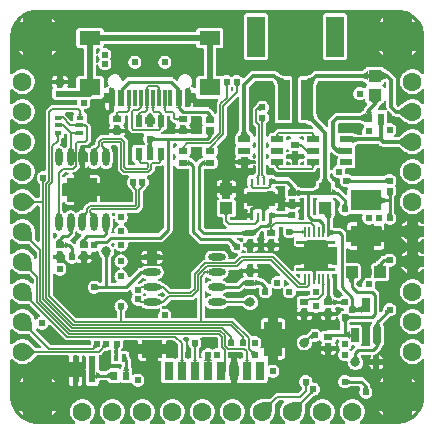
<source format=gtl>
G04 Layer: TopLayer*
G04 Panelize: , Column: 3, Row: 3, Board Size: 35.56mm x 35.56mm, Panelized Board Size: 110.68mm x 110.68mm*
G04 EasyEDA v6.5.39, 2024-01-10 02:32:58*
G04 c879e6b8726d4e35908b0b4345eef0b3,3d9c8b04885e45b7839bd8e85c0fd600,10*
G04 Gerber Generator version 0.2*
G04 Scale: 100 percent, Rotated: No, Reflected: No *
G04 Dimensions in millimeters *
G04 leading zeros omitted , absolute positions ,4 integer and 5 decimal *
%FSLAX45Y45*%
%MOMM*%

%AMMACRO1*4,1,6,0.205,-0.3,0.205,0.3,-0.125,0.3,-0.205,0.2,-0.205,-0.3,0.205,-0.3,0.205,-0.3,0*%
%AMMACRO2*4,1,12,-1.651,1.27,1.651,1.27,1.651,1.016,1.016,1.016,1.016,-1.016,1.651,-1.016,1.651,-1.27,-1.651,-1.27,-1.651,-1.016,-1.016,-1.016,-1.016,1.016,-1.651,1.016,-1.651,1.27,0*%
%ADD10C,0.1270*%
%ADD11C,0.2540*%
%ADD12C,0.5080*%
%ADD13C,0.3180*%
%ADD14R,0.8000X0.5000*%
%ADD15R,0.5500X1.0000*%
%ADD16R,0.4000X0.5999*%
%ADD17MACRO1*%
%ADD18R,0.6000X0.4200*%
%ADD19R,0.5000X0.8000*%
%ADD20C,0.8000*%
%ADD21O,0.5999988X1.499997*%
%ADD22R,2.5000X2.0000*%
%ADD23R,0.2000X0.8500*%
%ADD24MACRO2*%
%ADD25R,1.1000X1.0000*%
%ADD26R,2.6000X1.8000*%
%ADD27R,1.0000X0.5500*%
%ADD28R,1.0000X1.0000*%
%ADD29R,0.7000X1.2500*%
%ADD30O,1.499997X0.5999988*%
%ADD31R,2.4000X1.2700*%
%ADD32R,0.2500X0.6300*%
%ADD33R,0.6000X1.4500*%
%ADD34R,0.3000X1.4500*%
%ADD35R,1.8000X1.4500*%
%ADD36R,1.8000X1.2000*%
%ADD37R,1.0000X3.5000*%
%ADD38R,1.5000X3.5000*%
%ADD39R,0.6000X2.3000*%
%ADD40R,0.8000X1.6000*%
%ADD41R,1.8000X1.5000*%
%ADD42R,1.5000X3.0000*%
%ADD43C,1.6000*%
%ADD44C,3.5000*%
%ADD45C,0.6100*%
%ADD46C,0.6150*%
%ADD47C,0.0131*%

%LPD*%
G36*
X-1016508Y1375968D02*
G01*
X-1020622Y1376476D01*
X-1024178Y1378610D01*
X-1026566Y1382014D01*
X-1027430Y1386078D01*
X-1027430Y1416253D01*
X-1026668Y1420114D01*
X-1024432Y1423416D01*
X-1021181Y1425600D01*
X-1017269Y1426413D01*
X-1001623Y1426413D01*
X-997762Y1425600D01*
X-994460Y1423416D01*
X-992276Y1420114D01*
X-991463Y1416253D01*
X-992276Y1412341D01*
X-994460Y1409039D01*
X-995680Y1407820D01*
X-1001318Y1399794D01*
X-1005484Y1390853D01*
X-1007465Y1383436D01*
X-1009345Y1379728D01*
X-1012545Y1377086D01*
G37*

%LPD*%
G36*
X-1016508Y1299768D02*
G01*
X-1020622Y1300276D01*
X-1024178Y1302410D01*
X-1026566Y1305814D01*
X-1027430Y1309878D01*
X-1027430Y1357122D01*
X-1026566Y1361186D01*
X-1024178Y1364589D01*
X-1020622Y1366723D01*
X-1016508Y1367231D01*
X-1012545Y1366113D01*
X-1009345Y1363472D01*
X-1007465Y1359763D01*
X-1005484Y1352346D01*
X-1001318Y1343406D01*
X-998474Y1339342D01*
X-996797Y1335532D01*
X-996797Y1331468D01*
X-998474Y1327658D01*
X-1001318Y1323594D01*
X-1005484Y1314653D01*
X-1007465Y1307236D01*
X-1009345Y1303528D01*
X-1012545Y1300886D01*
G37*

%LPD*%
G36*
X1421180Y1087323D02*
G01*
X1417218Y1088237D01*
X1413967Y1090625D01*
X1411630Y1094892D01*
X1408582Y1099769D01*
X1404518Y1103782D01*
X1402334Y1105204D01*
X1399387Y1107998D01*
X1397762Y1111758D01*
X1397762Y1115822D01*
X1399387Y1119581D01*
X1402334Y1122375D01*
X1404518Y1123797D01*
X1408582Y1127810D01*
X1413967Y1136954D01*
X1417218Y1139342D01*
X1421180Y1140256D01*
X1425143Y1139596D01*
X1428546Y1137412D01*
X1430832Y1134059D01*
X1431645Y1130096D01*
X1431645Y1097483D01*
X1430832Y1093520D01*
X1428546Y1090168D01*
X1425143Y1087983D01*
G37*

%LPD*%
G36*
X-951179Y1085443D02*
G01*
X-955497Y1085748D01*
X-959307Y1087780D01*
X-961898Y1091234D01*
X-962863Y1095502D01*
X-962863Y1165961D01*
X-963574Y1172260D01*
X-965453Y1177645D01*
X-968502Y1182522D01*
X-972566Y1186535D01*
X-977392Y1189583D01*
X-982827Y1191514D01*
X-989076Y1192225D01*
X-1017269Y1192225D01*
X-1021181Y1192987D01*
X-1024432Y1195171D01*
X-1026668Y1198473D01*
X-1027430Y1202385D01*
X-1027430Y1280922D01*
X-1026566Y1284986D01*
X-1024178Y1288389D01*
X-1020622Y1290523D01*
X-1016508Y1291031D01*
X-1012545Y1289913D01*
X-1009345Y1287272D01*
X-1007465Y1283563D01*
X-1005484Y1276146D01*
X-1001318Y1267206D01*
X-995680Y1259179D01*
X-988720Y1252220D01*
X-980694Y1246581D01*
X-971753Y1242415D01*
X-962304Y1239875D01*
X-952500Y1239012D01*
X-942695Y1239875D01*
X-933246Y1242415D01*
X-924306Y1246581D01*
X-916279Y1252220D01*
X-909319Y1259179D01*
X-903681Y1267206D01*
X-899515Y1276146D01*
X-896975Y1285595D01*
X-896112Y1295400D01*
X-896975Y1305204D01*
X-899515Y1314653D01*
X-903681Y1323594D01*
X-906526Y1327658D01*
X-908202Y1331468D01*
X-908202Y1335532D01*
X-906526Y1339342D01*
X-903681Y1343406D01*
X-899515Y1352346D01*
X-896975Y1361795D01*
X-896112Y1371600D01*
X-896975Y1381404D01*
X-899515Y1390853D01*
X-903681Y1399794D01*
X-909319Y1407820D01*
X-916279Y1414780D01*
X-924306Y1420418D01*
X-933246Y1424584D01*
X-942695Y1427124D01*
X-952500Y1427988D01*
X-954887Y1427734D01*
X-958850Y1428191D01*
X-962355Y1430172D01*
X-964844Y1433372D01*
X-965911Y1437233D01*
X-965352Y1441246D01*
X-963574Y1446377D01*
X-962914Y1451965D01*
X-961847Y1455521D01*
X-959612Y1458417D01*
X-956462Y1460347D01*
X-952804Y1461008D01*
X-190195Y1461008D01*
X-186537Y1460347D01*
X-183388Y1458417D01*
X-181152Y1455521D01*
X-180086Y1451965D01*
X-179425Y1446377D01*
X-177546Y1440942D01*
X-174498Y1436116D01*
X-170434Y1432052D01*
X-165608Y1429004D01*
X-160172Y1427124D01*
X-153924Y1426413D01*
X-125730Y1426413D01*
X-121818Y1425600D01*
X-118567Y1423416D01*
X-116332Y1420114D01*
X-115570Y1416253D01*
X-115570Y1202385D01*
X-116332Y1198473D01*
X-118567Y1195171D01*
X-121818Y1192987D01*
X-125730Y1192225D01*
X-153924Y1192225D01*
X-160172Y1191514D01*
X-165608Y1189583D01*
X-170434Y1186535D01*
X-174498Y1182522D01*
X-177546Y1177645D01*
X-179425Y1172260D01*
X-180136Y1165961D01*
X-180136Y1096314D01*
X-181102Y1092047D01*
X-183692Y1088593D01*
X-187502Y1086510D01*
X-191820Y1086256D01*
X-195884Y1087780D01*
X-203047Y1095044D01*
X-207873Y1098092D01*
X-213309Y1099972D01*
X-218287Y1101394D01*
X-221386Y1104138D01*
X-223164Y1107846D01*
X-223266Y1111961D01*
X-221792Y1115771D01*
X-220217Y1118209D01*
X-216154Y1127353D01*
X-213715Y1137056D01*
X-212902Y1147013D01*
X-213715Y1157020D01*
X-216154Y1166723D01*
X-220217Y1175867D01*
X-225653Y1184249D01*
X-232460Y1191615D01*
X-240334Y1197813D01*
X-249174Y1202537D01*
X-258622Y1205788D01*
X-268478Y1207465D01*
X-278536Y1207465D01*
X-288391Y1205788D01*
X-297840Y1202537D01*
X-306679Y1197813D01*
X-314553Y1191615D01*
X-321360Y1184249D01*
X-326796Y1175867D01*
X-330860Y1166723D01*
X-332994Y1158240D01*
X-334873Y1154430D01*
X-338124Y1151737D01*
X-342239Y1150620D01*
X-346456Y1151229D01*
X-350012Y1153566D01*
X-366217Y1169771D01*
X-372414Y1174851D01*
X-379018Y1178407D01*
X-386232Y1180592D01*
X-394208Y1181354D01*
X-748792Y1181354D01*
X-756767Y1180592D01*
X-763981Y1178407D01*
X-770585Y1174851D01*
X-776782Y1169771D01*
X-792988Y1153566D01*
X-796544Y1151229D01*
X-800760Y1150569D01*
X-804875Y1151686D01*
X-808126Y1154430D01*
X-810056Y1158240D01*
X-812190Y1166723D01*
X-816203Y1175867D01*
X-821690Y1184249D01*
X-828446Y1191615D01*
X-836371Y1197813D01*
X-845159Y1202537D01*
X-854659Y1205788D01*
X-864514Y1207465D01*
X-874521Y1207465D01*
X-884377Y1205788D01*
X-893876Y1202537D01*
X-902665Y1197813D01*
X-910590Y1191615D01*
X-917346Y1184249D01*
X-922832Y1175867D01*
X-926846Y1166723D01*
X-929335Y1157020D01*
X-930148Y1147013D01*
X-929335Y1137056D01*
X-926846Y1127353D01*
X-922832Y1118209D01*
X-921207Y1115720D01*
X-919734Y1111910D01*
X-919835Y1107795D01*
X-921613Y1104087D01*
X-924661Y1101344D01*
X-934618Y1098092D01*
X-939444Y1095044D01*
X-943508Y1090980D01*
X-947115Y1087018D01*
G37*

%LPC*%
G36*
X-444500Y1251712D02*
G01*
X-434695Y1252575D01*
X-425246Y1255115D01*
X-416306Y1259281D01*
X-408279Y1264920D01*
X-401320Y1271879D01*
X-395681Y1279906D01*
X-391515Y1288846D01*
X-388975Y1298295D01*
X-388112Y1308100D01*
X-388975Y1317904D01*
X-391515Y1327353D01*
X-395681Y1336294D01*
X-401320Y1344320D01*
X-408279Y1351280D01*
X-416306Y1356918D01*
X-425246Y1361084D01*
X-434695Y1363624D01*
X-444500Y1364488D01*
X-454304Y1363624D01*
X-463753Y1361084D01*
X-472693Y1356918D01*
X-480720Y1351280D01*
X-487680Y1344320D01*
X-493318Y1336294D01*
X-497484Y1327353D01*
X-500024Y1317904D01*
X-500888Y1308100D01*
X-500024Y1298295D01*
X-497484Y1288846D01*
X-493318Y1279906D01*
X-487680Y1271879D01*
X-480720Y1264920D01*
X-472693Y1259281D01*
X-463753Y1255115D01*
X-454304Y1252575D01*
G37*
G36*
X-698500Y1251712D02*
G01*
X-688695Y1252575D01*
X-679246Y1255115D01*
X-670306Y1259281D01*
X-662279Y1264920D01*
X-655320Y1271879D01*
X-649681Y1279906D01*
X-645515Y1288846D01*
X-642975Y1298295D01*
X-642112Y1308100D01*
X-642975Y1317904D01*
X-645515Y1327353D01*
X-649681Y1336294D01*
X-655320Y1344320D01*
X-662279Y1351280D01*
X-670306Y1356918D01*
X-679246Y1361084D01*
X-688695Y1363624D01*
X-698500Y1364488D01*
X-708304Y1363624D01*
X-717753Y1361084D01*
X-726694Y1356918D01*
X-734720Y1351280D01*
X-741680Y1344320D01*
X-747318Y1336294D01*
X-751484Y1327353D01*
X-754024Y1317904D01*
X-754888Y1308100D01*
X-754024Y1298295D01*
X-751484Y1288846D01*
X-747318Y1279906D01*
X-741680Y1271879D01*
X-734720Y1264920D01*
X-726694Y1259281D01*
X-717753Y1255115D01*
X-708304Y1252575D01*
G37*

%LPD*%
G36*
X122174Y1060653D02*
G01*
X118262Y1061415D01*
X115011Y1063599D01*
X112776Y1066901D01*
X112014Y1070813D01*
X112014Y1088847D01*
X112776Y1092758D01*
X115011Y1096060D01*
X118364Y1098296D01*
X123037Y1099007D01*
X126898Y1098245D01*
X130149Y1096010D01*
X132334Y1092758D01*
X133096Y1088847D01*
X133096Y1071575D01*
X132334Y1067663D01*
X129336Y1063599D01*
X126085Y1061415D01*
G37*

%LPD*%
G36*
X1425498Y899972D02*
G01*
X1421079Y900582D01*
X1414068Y903173D01*
X1407871Y903833D01*
X1368145Y903833D01*
X1364234Y904595D01*
X1360982Y906830D01*
X1358747Y910132D01*
X1357985Y913993D01*
X1358747Y917905D01*
X1360982Y921207D01*
X1362506Y922782D01*
X1367993Y929436D01*
X1371854Y936599D01*
X1372819Y939850D01*
X1374495Y943051D01*
X1383131Y954430D01*
X1386179Y957122D01*
X1390091Y958392D01*
X1394256Y958850D01*
X1399692Y960729D01*
X1404518Y963777D01*
X1408582Y967841D01*
X1413967Y976934D01*
X1417218Y979322D01*
X1421180Y980287D01*
X1425143Y979576D01*
X1428546Y977392D01*
X1430832Y974090D01*
X1431645Y970127D01*
X1431645Y927608D01*
X1432509Y919022D01*
X1434287Y913028D01*
X1434642Y908558D01*
X1433017Y904392D01*
X1429766Y901344D01*
G37*

%LPD*%
G36*
X-16713Y870102D02*
G01*
X-20624Y870864D01*
X-23926Y873048D01*
X-27635Y877417D01*
X-31648Y884885D01*
X-36728Y891082D01*
X-61417Y915771D01*
X-67614Y920851D01*
X-74218Y924407D01*
X-81432Y926592D01*
X-89408Y927353D01*
X-183184Y927353D01*
X-187096Y928116D01*
X-190347Y930351D01*
X-192582Y933602D01*
X-193344Y937514D01*
X-193344Y959967D01*
X-227634Y959967D01*
X-227634Y937514D01*
X-228396Y933602D01*
X-230632Y930351D01*
X-233934Y928116D01*
X-237794Y927353D01*
X-260197Y927353D01*
X-264058Y928116D01*
X-267360Y930351D01*
X-269595Y933602D01*
X-270357Y937514D01*
X-270357Y966978D01*
X-270865Y970127D01*
X-270865Y1034999D01*
X-270357Y1038148D01*
X-270357Y1077722D01*
X-269748Y1081227D01*
X-267919Y1084275D01*
X-265226Y1086561D01*
X-261874Y1087729D01*
X-258622Y1088288D01*
X-249174Y1091539D01*
X-242620Y1095044D01*
X-238658Y1096213D01*
X-234492Y1095705D01*
X-230936Y1093571D01*
X-228498Y1090218D01*
X-227634Y1086104D01*
X-227634Y1045159D01*
X-190296Y1045159D01*
X-186436Y1044397D01*
X-183134Y1042162D01*
X-180949Y1038860D01*
X-180136Y1034999D01*
X-180136Y1022096D01*
X-179425Y1015847D01*
X-177546Y1010462D01*
X-174498Y1005586D01*
X-170434Y1001521D01*
X-165608Y998474D01*
X-160172Y996594D01*
X-153924Y995883D01*
X-1016Y995883D01*
X2895Y995121D01*
X6197Y992936D01*
X8382Y989634D01*
X9144Y985723D01*
X8382Y981862D01*
X6197Y978560D01*
X3149Y975512D01*
X-1371Y969924D01*
X-4419Y963930D01*
X-6197Y957376D01*
X-6604Y952093D01*
X-6604Y880262D01*
X-7366Y876401D01*
X-9550Y873099D01*
X-12852Y870915D01*
G37*

%LPD*%
G36*
X-1227632Y807567D02*
G01*
X-1231696Y808278D01*
X-1235202Y810564D01*
X-1286713Y862076D01*
X-1289558Y864514D01*
X-1292098Y867765D01*
X-1293114Y871728D01*
X-1292504Y875741D01*
X-1290320Y879246D01*
X-1286967Y881583D01*
X-1282954Y882396D01*
X-1225956Y882396D01*
X-1222197Y881684D01*
X-1218946Y879602D01*
X-1216710Y876452D01*
X-1215796Y872693D01*
X-1216355Y868883D01*
X-1217269Y866343D01*
X-1217930Y860094D01*
X-1217930Y819251D01*
X-1218285Y814730D01*
X-1220317Y811123D01*
X-1223619Y808583D01*
G37*

%LPD*%
G36*
X-581406Y768604D02*
G01*
X-585317Y769366D01*
X-588619Y771601D01*
X-590804Y774852D01*
X-591566Y778764D01*
X-591566Y781456D01*
X-603148Y781456D01*
X-607060Y782218D01*
X-610362Y784453D01*
X-612546Y787755D01*
X-613308Y791616D01*
X-613308Y833983D01*
X-612546Y837895D01*
X-610362Y841197D01*
X-607060Y843381D01*
X-603148Y844143D01*
X-591566Y844143D01*
X-591566Y857758D01*
X-590651Y862025D01*
X-588010Y865530D01*
X-578662Y874674D01*
X-575411Y876858D01*
X-571500Y877620D01*
X-567588Y876858D01*
X-564337Y874674D01*
X-556412Y866749D01*
X-555142Y865733D01*
X-552399Y862228D01*
X-551383Y857859D01*
X-551383Y844143D01*
X-539800Y844143D01*
X-535940Y843381D01*
X-532638Y841197D01*
X-530402Y837895D01*
X-529640Y833983D01*
X-529640Y791616D01*
X-530402Y787755D01*
X-532638Y784453D01*
X-535940Y782218D01*
X-539800Y781456D01*
X-551383Y781456D01*
X-551383Y778764D01*
X-552145Y774852D01*
X-554380Y771601D01*
X-557682Y769366D01*
X-561543Y768604D01*
G37*

%LPD*%
G36*
X926185Y762406D02*
G01*
X922274Y763168D01*
X919022Y765352D01*
X851458Y832916D01*
X849985Y834796D01*
X848969Y836930D01*
X836574Y874572D01*
X836066Y877773D01*
X836066Y1105611D01*
X836625Y1108964D01*
X848918Y1144320D01*
X851357Y1148181D01*
X855726Y1151483D01*
X859637Y1152245D01*
X1222400Y1152245D01*
X1226972Y1151178D01*
X1250035Y1139647D01*
X1253134Y1137259D01*
X1255522Y1132687D01*
X1258570Y1127810D01*
X1262634Y1123797D01*
X1264818Y1122375D01*
X1267764Y1119581D01*
X1269339Y1115822D01*
X1269339Y1111758D01*
X1267764Y1107998D01*
X1264818Y1105204D01*
X1262634Y1103782D01*
X1258570Y1099769D01*
X1255522Y1094892D01*
X1254506Y1092098D01*
X1252677Y1088847D01*
X1249781Y1086510D01*
X1246225Y1085342D01*
X1242517Y1085596D01*
X1239113Y1087120D01*
X1234694Y1090218D01*
X1225753Y1094384D01*
X1216304Y1096924D01*
X1206500Y1097788D01*
X1196695Y1096924D01*
X1187246Y1094384D01*
X1178306Y1090218D01*
X1170279Y1084580D01*
X1163320Y1077620D01*
X1157681Y1069594D01*
X1153515Y1060653D01*
X1150975Y1051204D01*
X1150112Y1041400D01*
X1150975Y1031595D01*
X1153515Y1022146D01*
X1157681Y1013206D01*
X1163320Y1005179D01*
X1170279Y998219D01*
X1178306Y992581D01*
X1187246Y988415D01*
X1196695Y985875D01*
X1206500Y985012D01*
X1216304Y985875D01*
X1225753Y988415D01*
X1234694Y992581D01*
X1236929Y994156D01*
X1240993Y995832D01*
X1245362Y995629D01*
X1249273Y993597D01*
X1251966Y990142D01*
X1252931Y985824D01*
X1253642Y978103D01*
X1255522Y972667D01*
X1258570Y967841D01*
X1262634Y963777D01*
X1266190Y961542D01*
X1268882Y959103D01*
X1270508Y955852D01*
X1270914Y952246D01*
X1270050Y948740D01*
X1267968Y945743D01*
X1254455Y932180D01*
X1248968Y925525D01*
X1245108Y918362D01*
X1242110Y907694D01*
X1239266Y900074D01*
X1237335Y896823D01*
X1234287Y894537D01*
X1206855Y880821D01*
X1202334Y879754D01*
X1016508Y879754D01*
X1007922Y878890D01*
X1000099Y876553D01*
X992936Y872693D01*
X986282Y867206D01*
X948893Y829818D01*
X943406Y823163D01*
X939546Y816000D01*
X937209Y808177D01*
X936345Y799592D01*
X936345Y772566D01*
X935583Y768654D01*
X933348Y765352D01*
X930097Y763168D01*
G37*

%LPD*%
G36*
X-463346Y698754D02*
G01*
X-467258Y699516D01*
X-470560Y701751D01*
X-472744Y705002D01*
X-473506Y708914D01*
X-472744Y712825D01*
X-470560Y716076D01*
X-454253Y732383D01*
X-453085Y733806D01*
X-450088Y736346D01*
X-446328Y737514D01*
X-443280Y737870D01*
X-437896Y739749D01*
X-433019Y742797D01*
X-429006Y746861D01*
X-425958Y751738D01*
X-424027Y757123D01*
X-423316Y763371D01*
X-423316Y846836D01*
X-422554Y850747D01*
X-420370Y853998D01*
X-417068Y856234D01*
X-413156Y856996D01*
X-410464Y856996D01*
X-406552Y856234D01*
X-403301Y853998D01*
X-401066Y850747D01*
X-400304Y846836D01*
X-400304Y838708D01*
X-399542Y831545D01*
X-397510Y825195D01*
X-394055Y819302D01*
X-390652Y815289D01*
X-377850Y802487D01*
X-372110Y797864D01*
X-367944Y795578D01*
X-361035Y793343D01*
X-357936Y791718D01*
X-355600Y789076D01*
X-352196Y783742D01*
X-350367Y781862D01*
X-348132Y778560D01*
X-347370Y774700D01*
X-348132Y770788D01*
X-350367Y767486D01*
X-352196Y765657D01*
X-355244Y760780D01*
X-357174Y755396D01*
X-357835Y749096D01*
X-357835Y743508D01*
X-318566Y743508D01*
X-318566Y763879D01*
X-317804Y767740D01*
X-315569Y771042D01*
X-312267Y773226D01*
X-308406Y774039D01*
X-275996Y774039D01*
X-272135Y773226D01*
X-268833Y771042D01*
X-266649Y767740D01*
X-265836Y763879D01*
X-265836Y743508D01*
X-226567Y743508D01*
X-226567Y749096D01*
X-227279Y755396D01*
X-229158Y760780D01*
X-232206Y765657D01*
X-234035Y767486D01*
X-236270Y770788D01*
X-237032Y774700D01*
X-236270Y778560D01*
X-234035Y781862D01*
X-232206Y783742D01*
X-229158Y788568D01*
X-227279Y794004D01*
X-226567Y800252D01*
X-226567Y840486D01*
X-225755Y844397D01*
X-223570Y847648D01*
X-220268Y849884D01*
X-216408Y850646D01*
X-139344Y850646D01*
X-135432Y849884D01*
X-132130Y847648D01*
X-129946Y844397D01*
X-129184Y840486D01*
X-129184Y795274D01*
X-128473Y789025D01*
X-126542Y783590D01*
X-124358Y780135D01*
X-122986Y776579D01*
X-122986Y772820D01*
X-124358Y769315D01*
X-126542Y765810D01*
X-128473Y760425D01*
X-129184Y754126D01*
X-129184Y708914D01*
X-129946Y705002D01*
X-132130Y701751D01*
X-135432Y699516D01*
X-139344Y698754D01*
X-216408Y698754D01*
X-220522Y699617D01*
X-223977Y702157D01*
X-226060Y705815D01*
X-266344Y705815D01*
X-268427Y702157D01*
X-271881Y699617D01*
X-275996Y698754D01*
X-308406Y698754D01*
X-312521Y699617D01*
X-315976Y702157D01*
X-318058Y705815D01*
X-358343Y705815D01*
X-360426Y702157D01*
X-363880Y699617D01*
X-367995Y698754D01*
G37*

%LPD*%
G36*
X1194511Y695350D02*
G01*
X1192072Y695655D01*
X1148689Y706170D01*
X1141933Y706932D01*
X1112367Y706932D01*
X1109726Y707288D01*
X1102258Y709320D01*
X1092454Y710184D01*
X1082649Y709320D01*
X1075182Y707288D01*
X1072540Y706932D01*
X1043076Y706932D01*
X1036828Y706272D01*
X1032967Y704900D01*
X1029157Y704342D01*
X1025398Y705256D01*
X1022248Y707491D01*
X1020165Y710692D01*
X1019454Y714502D01*
X1019454Y778662D01*
X1020216Y782574D01*
X1022451Y785876D01*
X1030224Y793648D01*
X1033526Y795883D01*
X1037437Y796645D01*
X1202334Y796645D01*
X1206855Y795578D01*
X1239672Y779170D01*
X1242669Y776833D01*
X1244650Y773582D01*
X1245260Y769823D01*
X1244447Y766064D01*
X1242314Y762914D01*
X1239520Y760120D01*
X1233881Y752094D01*
X1229715Y743153D01*
X1227175Y733704D01*
X1226312Y723900D01*
X1227175Y714095D01*
X1228801Y708152D01*
X1229106Y704443D01*
X1228039Y700887D01*
X1225753Y697941D01*
X1222603Y696010D01*
X1218996Y695350D01*
G37*

%LPD*%
G36*
X1504391Y676554D02*
G01*
X1500479Y677316D01*
X1497228Y679551D01*
X1494993Y682802D01*
X1494231Y686714D01*
X1494993Y690626D01*
X1497228Y693877D01*
X1503680Y700379D01*
X1509318Y708406D01*
X1513484Y717346D01*
X1516024Y726795D01*
X1516888Y736600D01*
X1516024Y746404D01*
X1513484Y755853D01*
X1509318Y764794D01*
X1503680Y772820D01*
X1496720Y779780D01*
X1488694Y785418D01*
X1479753Y789584D01*
X1470304Y792124D01*
X1460500Y792988D01*
X1450695Y792124D01*
X1446885Y791108D01*
X1443228Y790803D01*
X1439672Y791870D01*
X1436725Y794105D01*
X1434795Y797255D01*
X1434134Y800912D01*
X1434134Y877620D01*
X1433576Y882345D01*
X1433982Y886510D01*
X1435963Y890117D01*
X1439265Y892657D01*
X1443278Y893622D01*
X1447393Y892962D01*
X1450848Y890676D01*
X1481582Y859993D01*
X1488236Y854506D01*
X1495399Y850646D01*
X1503222Y848309D01*
X1511808Y847445D01*
X1529689Y847445D01*
X1532991Y846886D01*
X1535988Y845261D01*
X1586534Y805281D01*
X1598168Y797509D01*
X1610563Y791413D01*
X1623669Y786942D01*
X1637233Y784250D01*
X1651000Y783386D01*
X1664766Y784250D01*
X1678330Y786942D01*
X1691436Y791413D01*
X1703832Y797509D01*
X1715312Y805180D01*
X1725675Y814324D01*
X1734566Y824382D01*
X1737817Y826871D01*
X1741728Y827836D01*
X1745742Y827227D01*
X1749196Y825042D01*
X1751533Y821690D01*
X1752346Y817727D01*
X1752346Y706272D01*
X1751533Y702310D01*
X1749196Y698957D01*
X1745742Y696772D01*
X1741728Y696163D01*
X1737817Y697128D01*
X1734566Y699617D01*
X1725675Y709676D01*
X1715312Y718820D01*
X1703832Y726490D01*
X1691436Y732586D01*
X1678330Y737057D01*
X1664766Y739749D01*
X1651000Y740613D01*
X1637233Y739749D01*
X1623669Y737057D01*
X1610563Y732586D01*
X1598168Y726490D01*
X1586534Y718718D01*
X1535938Y678738D01*
X1532991Y677113D01*
X1529689Y676554D01*
G37*

%LPD*%
G36*
X594106Y647750D02*
G01*
X590245Y648563D01*
X586943Y650748D01*
X584708Y654050D01*
X583946Y657910D01*
X583946Y669036D01*
X584708Y672947D01*
X586943Y676198D01*
X590245Y678434D01*
X594106Y679196D01*
X615340Y679196D01*
X619607Y678281D01*
X623062Y675640D01*
X625144Y671779D01*
X625398Y667410D01*
X623773Y663346D01*
X620623Y660349D01*
X616458Y658926D01*
X614578Y658723D01*
X609193Y656844D01*
X604316Y653796D01*
X601319Y650748D01*
X598017Y648563D01*
G37*

%LPD*%
G36*
X726694Y647547D02*
G01*
X722782Y648309D01*
X719480Y650544D01*
X716229Y653796D01*
X711403Y656844D01*
X705967Y658723D01*
X704088Y658926D01*
X699973Y660349D01*
X696823Y663346D01*
X695198Y667410D01*
X695452Y671779D01*
X697484Y675640D01*
X700989Y678281D01*
X705256Y679196D01*
X726694Y679196D01*
X730554Y678434D01*
X733856Y676198D01*
X736092Y672947D01*
X736854Y669036D01*
X736854Y657707D01*
X736092Y653846D01*
X733856Y650544D01*
X730554Y648309D01*
G37*

%LPD*%
G36*
X424789Y582269D02*
G01*
X420420Y582523D01*
X416559Y584606D01*
X413918Y588060D01*
X413004Y592328D01*
X413004Y620268D01*
X413918Y624535D01*
X416559Y628040D01*
X420420Y630072D01*
X424789Y630326D01*
X428853Y628700D01*
X431850Y625551D01*
X435254Y615188D01*
X437438Y611682D01*
X438810Y608177D01*
X438810Y604418D01*
X437438Y600913D01*
X435254Y597408D01*
X431850Y587044D01*
X428853Y583895D01*
G37*

%LPD*%
G36*
X311810Y582269D02*
G01*
X307746Y583895D01*
X304749Y587044D01*
X301345Y597408D01*
X299161Y600913D01*
X297789Y604418D01*
X297789Y608177D01*
X299161Y611682D01*
X301345Y615188D01*
X304749Y625551D01*
X307746Y628700D01*
X311810Y630326D01*
X316179Y630072D01*
X320040Y628040D01*
X322681Y624535D01*
X323596Y620268D01*
X323596Y592328D01*
X322681Y588060D01*
X320040Y584606D01*
X316179Y582523D01*
G37*

%LPD*%
G36*
X-366471Y581761D02*
G01*
X-370433Y582472D01*
X-373837Y584657D01*
X-376123Y587959D01*
X-376936Y591921D01*
X-376936Y611886D01*
X-376174Y615797D01*
X-373938Y619048D01*
X-370687Y621284D01*
X-366776Y622046D01*
X-353110Y622046D01*
X-348843Y621131D01*
X-345389Y618490D01*
X-343306Y614680D01*
X-343052Y610362D01*
X-344576Y606298D01*
X-352196Y598932D01*
X-355244Y594106D01*
X-357174Y588568D01*
X-359257Y585114D01*
X-362508Y582726D01*
G37*

%LPD*%
G36*
X-1293012Y581152D02*
G01*
X-1296873Y581914D01*
X-1300175Y584149D01*
X-1307236Y591210D01*
X-1315212Y596747D01*
X-1324000Y600862D01*
X-1325778Y601319D01*
X-1329385Y603148D01*
X-1331976Y606196D01*
X-1333246Y610057D01*
X-1332839Y614070D01*
X-1330960Y617626D01*
X-1325473Y624230D01*
X-1322476Y630174D01*
X-1320698Y636727D01*
X-1320292Y642010D01*
X-1320292Y655218D01*
X-1319428Y659282D01*
X-1317040Y662686D01*
X-1313484Y664819D01*
X-1311198Y665632D01*
X-1306322Y668680D01*
X-1302308Y672744D01*
X-1299260Y677570D01*
X-1297330Y683006D01*
X-1296670Y689254D01*
X-1296670Y693470D01*
X-1295857Y697331D01*
X-1293672Y700633D01*
X-1290370Y702868D01*
X-1286510Y703630D01*
X-1282598Y702868D01*
X-1279296Y700633D01*
X-1278077Y699414D01*
X-1275842Y696112D01*
X-1275080Y692200D01*
X-1275080Y601472D01*
X-1276146Y596950D01*
X-1278585Y592124D01*
X-1280464Y589432D01*
X-1285798Y584098D01*
X-1289100Y581914D01*
G37*

%LPD*%
G36*
X594106Y547776D02*
G01*
X590245Y548538D01*
X586943Y550722D01*
X584708Y554024D01*
X583946Y557936D01*
X583946Y559612D01*
X584708Y563524D01*
X586943Y566826D01*
X590245Y569010D01*
X594106Y569772D01*
X598017Y569010D01*
X602132Y565962D01*
X604367Y562660D01*
X605129Y558800D01*
X604367Y554888D01*
X601319Y550722D01*
X598017Y548538D01*
G37*

%LPD*%
G36*
X424789Y487273D02*
G01*
X420420Y487527D01*
X416559Y489559D01*
X413918Y493064D01*
X413004Y497332D01*
X413004Y525272D01*
X413918Y529539D01*
X416559Y532993D01*
X420420Y535076D01*
X424789Y535330D01*
X428853Y533704D01*
X431850Y530555D01*
X435254Y520192D01*
X437438Y516686D01*
X438810Y513181D01*
X438810Y509422D01*
X437438Y505917D01*
X435254Y502412D01*
X431850Y492048D01*
X428853Y488899D01*
G37*

%LPD*%
G36*
X311810Y487273D02*
G01*
X307746Y488899D01*
X304749Y492048D01*
X301345Y502412D01*
X299161Y505917D01*
X297789Y509422D01*
X297789Y513181D01*
X299161Y516686D01*
X301345Y520192D01*
X304749Y530555D01*
X307746Y533704D01*
X311810Y535330D01*
X316179Y535076D01*
X320040Y532993D01*
X322681Y529539D01*
X323596Y525272D01*
X323596Y497332D01*
X322681Y493064D01*
X320040Y489559D01*
X316179Y487527D01*
G37*

%LPD*%
G36*
X-366471Y481787D02*
G01*
X-370433Y482447D01*
X-373837Y484632D01*
X-376123Y487984D01*
X-376936Y491947D01*
X-376936Y524001D01*
X-376123Y527964D01*
X-373837Y531317D01*
X-370433Y533501D01*
X-366471Y534162D01*
X-362508Y533247D01*
X-359257Y530860D01*
X-357174Y527354D01*
X-355244Y521868D01*
X-352196Y517042D01*
X-350367Y515162D01*
X-348132Y511860D01*
X-347370Y508000D01*
X-348132Y504088D01*
X-350367Y500786D01*
X-352196Y498957D01*
X-355244Y494080D01*
X-357174Y488594D01*
X-359257Y485089D01*
X-362508Y482701D01*
G37*

%LPD*%
G36*
X-177800Y464870D02*
G01*
X-181711Y465632D01*
X-184962Y467817D01*
X-201879Y484733D01*
X-208076Y489813D01*
X-214680Y493369D01*
X-221742Y495706D01*
X-230378Y500329D01*
X-233324Y502716D01*
X-235204Y505968D01*
X-235712Y509676D01*
X-234899Y513334D01*
X-232206Y517042D01*
X-229158Y521868D01*
X-227279Y527304D01*
X-226567Y533552D01*
X-226567Y580136D01*
X-225755Y584047D01*
X-223570Y587298D01*
X-220268Y589534D01*
X-216408Y590296D01*
X-139395Y590296D01*
X-135534Y589534D01*
X-132232Y587298D01*
X-130048Y584047D01*
X-129235Y580136D01*
X-129235Y533501D01*
X-128574Y527253D01*
X-126644Y521868D01*
X-120954Y513334D01*
X-120091Y509676D01*
X-120599Y505968D01*
X-122478Y502716D01*
X-125374Y500329D01*
X-133908Y495706D01*
X-140919Y493369D01*
X-147523Y489813D01*
X-153720Y484733D01*
X-170637Y467817D01*
X-173888Y465632D01*
G37*

%LPD*%
G36*
X644093Y438404D02*
G01*
X640232Y439166D01*
X636930Y441401D01*
X634695Y444652D01*
X633933Y448564D01*
X633933Y489915D01*
X592937Y489915D01*
X588873Y490778D01*
X585470Y493166D01*
X583336Y496722D01*
X581355Y502412D01*
X579170Y505917D01*
X577799Y509422D01*
X577799Y513181D01*
X579170Y516686D01*
X583742Y524357D01*
X587095Y526796D01*
X591159Y527608D01*
X633933Y527608D01*
X633933Y547979D01*
X634695Y551840D01*
X636930Y555142D01*
X640232Y557326D01*
X644093Y558139D01*
X676503Y558139D01*
X680364Y557326D01*
X683666Y555142D01*
X685850Y551840D01*
X686663Y547979D01*
X686663Y527608D01*
X729640Y527608D01*
X733704Y526796D01*
X737108Y524357D01*
X741629Y516686D01*
X743000Y513181D01*
X743000Y509422D01*
X741629Y505917D01*
X739444Y502412D01*
X737463Y496722D01*
X735330Y493166D01*
X731926Y490778D01*
X727862Y489915D01*
X686663Y489915D01*
X686663Y448564D01*
X685850Y444652D01*
X683666Y441401D01*
X680364Y439166D01*
X676503Y438404D01*
G37*

%LPD*%
G36*
X705612Y438404D02*
G01*
X701344Y439318D01*
X697890Y441959D01*
X695807Y445820D01*
X695553Y450189D01*
X697179Y454253D01*
X700328Y457250D01*
X704443Y458673D01*
X705967Y458825D01*
X711403Y460705D01*
X716229Y463753D01*
X719480Y467004D01*
X722782Y469239D01*
X726694Y470001D01*
X730554Y469239D01*
X733856Y467004D01*
X736092Y463753D01*
X736854Y459841D01*
X736854Y448564D01*
X736092Y444652D01*
X733856Y441401D01*
X730554Y439166D01*
X726694Y438404D01*
G37*

%LPD*%
G36*
X-745236Y438404D02*
G01*
X-749147Y439166D01*
X-752398Y441401D01*
X-754634Y444652D01*
X-755396Y448564D01*
X-755396Y634492D01*
X-756158Y641654D01*
X-758190Y648004D01*
X-761644Y653897D01*
X-765048Y657910D01*
X-785469Y678332D01*
X-787603Y681431D01*
X-788416Y685139D01*
X-787857Y688848D01*
X-786079Y693978D01*
X-785368Y700227D01*
X-785368Y705815D01*
X-824636Y705815D01*
X-824636Y702564D01*
X-825449Y698652D01*
X-827633Y695401D01*
X-830935Y693166D01*
X-834796Y692404D01*
X-867206Y692404D01*
X-871067Y693166D01*
X-874369Y695401D01*
X-876604Y698652D01*
X-877366Y702564D01*
X-877366Y705815D01*
X-916635Y705815D01*
X-916635Y702564D01*
X-917448Y698652D01*
X-919632Y695401D01*
X-922934Y693166D01*
X-926795Y692404D01*
X-977392Y692404D01*
X-984554Y691642D01*
X-990904Y689610D01*
X-996797Y686155D01*
X-1000810Y682752D01*
X-1025550Y658012D01*
X-1030071Y652424D01*
X-1033119Y646430D01*
X-1034897Y639876D01*
X-1035303Y634593D01*
X-1035303Y615899D01*
X-1036015Y612190D01*
X-1037945Y609041D01*
X-1040942Y606806D01*
X-1045057Y604723D01*
X-1048715Y603707D01*
X-1052677Y603351D01*
X-1062024Y600862D01*
X-1070813Y596747D01*
X-1078738Y591210D01*
X-1085799Y584149D01*
X-1089101Y581914D01*
X-1093012Y581152D01*
X-1096873Y581914D01*
X-1100175Y584149D01*
X-1106170Y590143D01*
X-1108303Y593191D01*
X-1109167Y596798D01*
X-1108659Y600456D01*
X-1106881Y603707D01*
X-1104087Y606094D01*
X-1098702Y609244D01*
X-1094689Y612648D01*
X-1082649Y624687D01*
X-1078128Y630275D01*
X-1075080Y636270D01*
X-1073302Y642823D01*
X-1072896Y648106D01*
X-1072896Y761492D01*
X-1073658Y768654D01*
X-1075690Y775004D01*
X-1079144Y780897D01*
X-1082548Y784910D01*
X-1094587Y796950D01*
X-1100175Y801471D01*
X-1101902Y802386D01*
X-1105103Y804926D01*
X-1107033Y808482D01*
X-1107389Y812546D01*
X-1106627Y819251D01*
X-1106627Y860094D01*
X-1107338Y866343D01*
X-1109218Y871778D01*
X-1112316Y876604D01*
X-1116330Y880668D01*
X-1121206Y883716D01*
X-1123492Y884529D01*
X-1126845Y886510D01*
X-1129233Y889609D01*
X-1130249Y893368D01*
X-1130655Y898702D01*
X-1130198Y902614D01*
X-1128318Y906068D01*
X-1125220Y908507D01*
X-1111046Y912215D01*
X-1102106Y916381D01*
X-1094079Y922019D01*
X-1087120Y928979D01*
X-1081481Y937006D01*
X-1077315Y945946D01*
X-1074775Y955395D01*
X-1073912Y965200D01*
X-1074775Y975004D01*
X-1076045Y979678D01*
X-1076299Y983640D01*
X-1075029Y987399D01*
X-1072438Y990396D01*
X-1068882Y992124D01*
X-1061059Y994206D01*
X-1059484Y994918D01*
X-1055217Y995883D01*
X-989076Y995883D01*
X-982827Y996594D01*
X-977392Y998474D01*
X-972566Y1001521D01*
X-968502Y1005586D01*
X-965453Y1010462D01*
X-963574Y1015847D01*
X-962863Y1022096D01*
X-962863Y1034999D01*
X-962050Y1038860D01*
X-959866Y1042162D01*
X-956564Y1044397D01*
X-952703Y1045159D01*
X-914857Y1045159D01*
X-914857Y1085850D01*
X-913993Y1089914D01*
X-911555Y1093317D01*
X-907999Y1095451D01*
X-903833Y1095959D01*
X-899871Y1094740D01*
X-893876Y1091539D01*
X-884377Y1088288D01*
X-880618Y1087628D01*
X-877316Y1086459D01*
X-874572Y1084173D01*
X-872794Y1081125D01*
X-872134Y1077620D01*
X-872134Y904138D01*
X-872744Y900734D01*
X-874420Y897737D01*
X-877773Y893571D01*
X-880059Y889406D01*
X-882396Y882243D01*
X-884224Y878890D01*
X-887221Y876452D01*
X-890879Y875284D01*
X-896721Y874623D01*
X-902106Y872744D01*
X-906983Y869696D01*
X-910996Y865632D01*
X-914044Y860806D01*
X-915974Y855370D01*
X-916635Y849121D01*
X-916635Y800252D01*
X-915974Y794004D01*
X-914044Y788568D01*
X-910996Y783742D01*
X-909167Y781862D01*
X-906932Y778560D01*
X-906170Y774700D01*
X-906932Y770788D01*
X-909167Y767486D01*
X-910996Y765657D01*
X-914044Y760780D01*
X-915974Y755396D01*
X-916635Y749096D01*
X-916635Y743508D01*
X-877366Y743508D01*
X-877366Y763879D01*
X-876604Y767740D01*
X-874369Y771042D01*
X-871067Y773226D01*
X-867206Y774039D01*
X-834796Y774039D01*
X-830935Y773226D01*
X-827633Y771042D01*
X-825449Y767740D01*
X-824636Y763879D01*
X-824636Y743508D01*
X-785368Y743508D01*
X-785368Y749096D01*
X-786079Y755396D01*
X-787958Y760780D01*
X-791006Y765657D01*
X-792835Y767486D01*
X-795070Y770788D01*
X-795832Y774700D01*
X-795070Y778560D01*
X-792835Y781862D01*
X-791006Y783742D01*
X-787958Y788568D01*
X-786079Y794004D01*
X-785368Y800252D01*
X-785368Y846836D01*
X-784555Y850747D01*
X-782370Y853998D01*
X-779068Y856234D01*
X-775208Y856996D01*
X-766064Y856996D01*
X-762152Y856234D01*
X-758901Y853998D01*
X-756666Y850747D01*
X-755904Y846836D01*
X-755904Y749808D01*
X-755142Y742645D01*
X-753110Y736295D01*
X-749655Y730402D01*
X-746252Y726389D01*
X-734212Y714349D01*
X-728624Y709828D01*
X-722630Y706780D01*
X-716076Y705002D01*
X-710793Y704596D01*
X-628599Y704596D01*
X-624332Y703630D01*
X-620826Y700989D01*
X-618794Y697077D01*
X-618591Y692658D01*
X-624484Y679653D01*
X-627024Y670204D01*
X-627888Y660400D01*
X-627024Y650595D01*
X-624484Y641146D01*
X-620318Y632206D01*
X-616559Y626668D01*
X-614578Y622452D01*
X-613562Y618439D01*
X-614273Y614375D01*
X-615238Y611835D01*
X-617321Y608533D01*
X-620471Y606298D01*
X-624230Y605383D01*
X-628091Y605942D01*
X-633272Y607771D01*
X-639572Y608431D01*
X-693420Y608431D01*
X-699668Y607771D01*
X-705104Y605840D01*
X-709930Y602792D01*
X-713994Y598728D01*
X-717042Y593902D01*
X-718921Y588467D01*
X-719632Y582218D01*
X-719632Y483362D01*
X-718921Y477113D01*
X-717042Y471678D01*
X-713994Y466851D01*
X-709930Y462788D01*
X-705104Y459740D01*
X-700532Y458165D01*
X-697077Y456082D01*
X-694690Y452831D01*
X-693724Y448868D01*
X-694436Y444906D01*
X-696620Y441502D01*
X-699922Y439216D01*
X-703884Y438404D01*
G37*

%LPC*%
G36*
X-922934Y904392D02*
G01*
X-914857Y904392D01*
X-914857Y959967D01*
X-949147Y959967D01*
X-949147Y930605D01*
X-948436Y924356D01*
X-946556Y918921D01*
X-943508Y914095D01*
X-939444Y910031D01*
X-934618Y906983D01*
X-929182Y905103D01*
G37*

%LPD*%
G36*
X594106Y438404D02*
G01*
X590245Y439166D01*
X586943Y441401D01*
X584708Y444652D01*
X583946Y448564D01*
X583946Y459638D01*
X584708Y463499D01*
X586943Y466801D01*
X590245Y469036D01*
X594106Y469798D01*
X598017Y469036D01*
X601319Y466801D01*
X604316Y463753D01*
X609193Y460705D01*
X614578Y458825D01*
X616102Y458673D01*
X620268Y457250D01*
X623417Y454253D01*
X624992Y450189D01*
X624789Y445820D01*
X622706Y441959D01*
X619252Y439318D01*
X614984Y438404D01*
G37*

%LPD*%
G36*
X966876Y393496D02*
G01*
X962761Y394055D01*
X959205Y396189D01*
X956818Y399542D01*
X955954Y403606D01*
X955954Y535533D01*
X956716Y539445D01*
X958951Y542747D01*
X962202Y544931D01*
X966114Y545693D01*
X970026Y544931D01*
X973277Y542747D01*
X986282Y529793D01*
X992936Y524306D01*
X1000099Y520496D01*
X1010412Y517347D01*
X1014171Y515721D01*
X1017269Y513588D01*
X1019403Y510438D01*
X1020216Y506780D01*
X1019657Y503021D01*
X1017574Y496976D01*
X1016863Y490728D01*
X1016863Y443738D01*
X1015898Y439470D01*
X1013256Y436016D01*
X1009446Y433984D01*
X1000506Y429818D01*
X992479Y424180D01*
X985519Y417220D01*
X979881Y409194D01*
X975614Y399999D01*
X974039Y397306D01*
X970838Y394665D01*
G37*

%LPD*%
G36*
X-1300429Y332638D02*
G01*
X-1304391Y333349D01*
X-1307795Y335483D01*
X-1310081Y338836D01*
X-1310894Y342798D01*
X-1310894Y354126D01*
X-1310132Y358038D01*
X-1307896Y361340D01*
X-1297838Y371398D01*
X-1294536Y373634D01*
X-1290624Y374396D01*
X-1269593Y374396D01*
X-1265326Y373481D01*
X-1261872Y370840D01*
X-1259840Y366979D01*
X-1259586Y362610D01*
X-1261160Y358546D01*
X-1264310Y355549D01*
X-1268476Y354126D01*
X-1273708Y353568D01*
X-1279093Y351637D01*
X-1283970Y348589D01*
X-1287983Y344576D01*
X-1293215Y335991D01*
X-1296466Y333603D01*
G37*

%LPD*%
G36*
X726033Y243992D02*
G01*
X724154Y244195D01*
X684326Y251764D01*
X680770Y253187D01*
X677976Y255828D01*
X672541Y263347D01*
X671118Y266293D01*
X670407Y268681D01*
X666851Y275285D01*
X661771Y281482D01*
X619048Y324205D01*
X612851Y329285D01*
X606247Y332841D01*
X599033Y335026D01*
X591058Y335788D01*
X502208Y335788D01*
X497687Y336854D01*
X467309Y351840D01*
X461416Y353923D01*
X455168Y354634D01*
X431292Y354634D01*
X426618Y354838D01*
X423113Y356616D01*
X420573Y359562D01*
X418998Y362305D01*
X415442Y366420D01*
X413613Y369519D01*
X413004Y373024D01*
X413004Y430276D01*
X413918Y434543D01*
X416559Y437997D01*
X420420Y440080D01*
X424789Y440283D01*
X428853Y438708D01*
X431850Y435559D01*
X435254Y425196D01*
X438302Y420319D01*
X442366Y416306D01*
X447192Y413258D01*
X452628Y411327D01*
X458876Y410667D01*
X470458Y410667D01*
X473913Y410006D01*
X476961Y408279D01*
X479247Y405587D01*
X482498Y399948D01*
X485901Y395935D01*
X497687Y384149D01*
X503275Y379628D01*
X509270Y376580D01*
X515823Y374802D01*
X521106Y374396D01*
X799592Y374396D01*
X806754Y375158D01*
X813104Y377190D01*
X818997Y380644D01*
X823010Y384048D01*
X834898Y395935D01*
X838301Y399948D01*
X841552Y405587D01*
X843838Y408279D01*
X846886Y410006D01*
X850341Y410667D01*
X862685Y410667D01*
X866546Y409905D01*
X869848Y407670D01*
X872083Y404418D01*
X872845Y400507D01*
X872845Y338531D01*
X871778Y334010D01*
X861161Y312826D01*
X858774Y309676D01*
X855319Y307746D01*
X848309Y305409D01*
X843534Y302412D01*
X839469Y298348D01*
X836421Y293471D01*
X834542Y288086D01*
X833831Y281838D01*
X833831Y264312D01*
X833119Y260654D01*
X831189Y257505D01*
X828192Y255219D01*
X807872Y245059D01*
X803300Y243992D01*
G37*

%LPD*%
G36*
X1091488Y186182D02*
G01*
X1087577Y186944D01*
X1084326Y189128D01*
X1043482Y229971D01*
X1037285Y235051D01*
X1030681Y238607D01*
X1023467Y240792D01*
X1015034Y241604D01*
X1011478Y242620D01*
X1000760Y248005D01*
X997762Y250240D01*
X995781Y253441D01*
X995121Y257098D01*
X995121Y281838D01*
X994410Y288086D01*
X992530Y293471D01*
X989482Y298348D01*
X985418Y302412D01*
X980592Y305460D01*
X972058Y308356D01*
X969467Y310235D01*
X967587Y312826D01*
X957021Y334010D01*
X955954Y338582D01*
X956005Y358241D01*
X956767Y362102D01*
X958900Y365353D01*
X962101Y367538D01*
X965911Y368401D01*
X969771Y367741D01*
X973074Y365658D01*
X975360Y362508D01*
X979881Y352806D01*
X985519Y344779D01*
X992479Y337820D01*
X1000506Y332181D01*
X1009446Y328015D01*
X1018895Y325475D01*
X1027379Y324764D01*
X1031189Y323646D01*
X1034287Y321157D01*
X1036167Y317703D01*
X1036624Y313740D01*
X1035812Y304800D01*
X1036675Y294995D01*
X1039215Y285546D01*
X1043381Y276606D01*
X1049020Y268579D01*
X1055979Y261620D01*
X1064006Y255981D01*
X1072946Y251815D01*
X1082395Y249275D01*
X1096518Y248005D01*
X1100023Y246024D01*
X1102512Y242874D01*
X1103579Y238963D01*
X1103020Y235000D01*
X1102360Y233121D01*
X1101648Y226821D01*
X1101648Y196342D01*
X1100886Y192430D01*
X1098651Y189128D01*
X1095349Y186944D01*
G37*

%LPD*%
G36*
X-1527708Y159004D02*
G01*
X-1531467Y159715D01*
X-1534718Y161848D01*
X-1582420Y207314D01*
X-1586534Y210718D01*
X-1598168Y218490D01*
X-1610563Y224586D01*
X-1623669Y229057D01*
X-1637233Y231749D01*
X-1651000Y232613D01*
X-1664766Y231749D01*
X-1678330Y229057D01*
X-1691436Y224586D01*
X-1703832Y218490D01*
X-1715312Y210820D01*
X-1725675Y201676D01*
X-1734566Y191617D01*
X-1737817Y189128D01*
X-1741728Y188163D01*
X-1745742Y188772D01*
X-1749196Y190957D01*
X-1751533Y194310D01*
X-1752346Y198272D01*
X-1752346Y309727D01*
X-1751533Y313690D01*
X-1749196Y317042D01*
X-1745742Y319227D01*
X-1741728Y319836D01*
X-1737817Y318871D01*
X-1734566Y316382D01*
X-1725675Y306324D01*
X-1715312Y297180D01*
X-1703832Y289509D01*
X-1691436Y283413D01*
X-1678330Y278942D01*
X-1664766Y276250D01*
X-1651000Y275386D01*
X-1637233Y276250D01*
X-1623669Y278942D01*
X-1610563Y283413D01*
X-1598168Y289509D01*
X-1586687Y297180D01*
X-1576324Y306324D01*
X-1567180Y316687D01*
X-1559509Y328168D01*
X-1553413Y340563D01*
X-1548942Y353669D01*
X-1546250Y367233D01*
X-1545386Y381000D01*
X-1546250Y394766D01*
X-1548942Y408330D01*
X-1553413Y421436D01*
X-1559509Y433832D01*
X-1567180Y445312D01*
X-1576324Y455676D01*
X-1586687Y464820D01*
X-1598168Y472490D01*
X-1610563Y478586D01*
X-1623669Y483057D01*
X-1637233Y485749D01*
X-1651000Y486613D01*
X-1664766Y485749D01*
X-1678330Y483057D01*
X-1691436Y478586D01*
X-1703832Y472490D01*
X-1715312Y464820D01*
X-1725675Y455676D01*
X-1734566Y445617D01*
X-1737817Y443128D01*
X-1741728Y442163D01*
X-1745742Y442772D01*
X-1749196Y444957D01*
X-1751533Y448309D01*
X-1752346Y452272D01*
X-1752346Y563727D01*
X-1751533Y567690D01*
X-1749196Y571042D01*
X-1745742Y573227D01*
X-1741728Y573836D01*
X-1737817Y572871D01*
X-1734566Y570382D01*
X-1725675Y560324D01*
X-1715312Y551180D01*
X-1703832Y543509D01*
X-1691436Y537413D01*
X-1678330Y532942D01*
X-1664766Y530250D01*
X-1651000Y529386D01*
X-1637233Y530250D01*
X-1623669Y532942D01*
X-1610563Y537413D01*
X-1598168Y543509D01*
X-1586687Y551180D01*
X-1576324Y560324D01*
X-1567180Y570687D01*
X-1559509Y582168D01*
X-1553413Y594563D01*
X-1548942Y607669D01*
X-1546250Y621233D01*
X-1545386Y635000D01*
X-1546250Y648766D01*
X-1548942Y662330D01*
X-1553413Y675436D01*
X-1559509Y687832D01*
X-1567180Y699312D01*
X-1576324Y709676D01*
X-1586687Y718820D01*
X-1598168Y726490D01*
X-1610563Y732586D01*
X-1623669Y737057D01*
X-1637233Y739749D01*
X-1651000Y740613D01*
X-1664766Y739749D01*
X-1678330Y737057D01*
X-1691436Y732586D01*
X-1703832Y726490D01*
X-1715312Y718820D01*
X-1725675Y709676D01*
X-1734566Y699617D01*
X-1737817Y697128D01*
X-1741728Y696163D01*
X-1745742Y696772D01*
X-1749196Y698957D01*
X-1751533Y702310D01*
X-1752346Y706272D01*
X-1752346Y817727D01*
X-1751533Y821690D01*
X-1749196Y825042D01*
X-1745742Y827227D01*
X-1741728Y827836D01*
X-1737817Y826871D01*
X-1734566Y824382D01*
X-1725675Y814324D01*
X-1715312Y805180D01*
X-1703832Y797509D01*
X-1691436Y791413D01*
X-1678330Y786942D01*
X-1664766Y784250D01*
X-1651000Y783386D01*
X-1637233Y784250D01*
X-1623669Y786942D01*
X-1610563Y791413D01*
X-1598168Y797509D01*
X-1586687Y805180D01*
X-1576324Y814324D01*
X-1567180Y824687D01*
X-1559509Y836168D01*
X-1553413Y848563D01*
X-1548942Y861669D01*
X-1546250Y875233D01*
X-1545386Y889000D01*
X-1546250Y902766D01*
X-1548942Y916330D01*
X-1553413Y929436D01*
X-1559509Y941832D01*
X-1567180Y953312D01*
X-1576324Y963676D01*
X-1586687Y972819D01*
X-1598168Y980490D01*
X-1610563Y986586D01*
X-1623669Y991057D01*
X-1637233Y993749D01*
X-1651000Y994613D01*
X-1664766Y993749D01*
X-1678330Y991057D01*
X-1691436Y986586D01*
X-1703832Y980490D01*
X-1715312Y972819D01*
X-1725675Y963676D01*
X-1734566Y953617D01*
X-1737817Y951128D01*
X-1741728Y950163D01*
X-1745742Y950772D01*
X-1749196Y952957D01*
X-1751533Y956310D01*
X-1752346Y960272D01*
X-1752346Y1071727D01*
X-1751533Y1075690D01*
X-1749196Y1079042D01*
X-1745742Y1081227D01*
X-1741728Y1081836D01*
X-1737817Y1080871D01*
X-1734566Y1078382D01*
X-1725675Y1068324D01*
X-1715312Y1059180D01*
X-1703832Y1051509D01*
X-1691436Y1045413D01*
X-1678330Y1040942D01*
X-1664766Y1038250D01*
X-1651000Y1037386D01*
X-1637233Y1038250D01*
X-1623669Y1040942D01*
X-1610563Y1045413D01*
X-1598168Y1051509D01*
X-1586687Y1059180D01*
X-1576324Y1068324D01*
X-1567180Y1078687D01*
X-1559509Y1090168D01*
X-1553413Y1102563D01*
X-1548942Y1115669D01*
X-1546250Y1129233D01*
X-1545386Y1143000D01*
X-1546250Y1156766D01*
X-1548942Y1170330D01*
X-1553413Y1183436D01*
X-1559509Y1195832D01*
X-1567180Y1207312D01*
X-1576324Y1217676D01*
X-1586687Y1226820D01*
X-1598168Y1234490D01*
X-1610563Y1240586D01*
X-1623669Y1245057D01*
X-1637233Y1247749D01*
X-1651000Y1248613D01*
X-1664766Y1247749D01*
X-1678330Y1245057D01*
X-1691436Y1240586D01*
X-1703832Y1234490D01*
X-1715312Y1226820D01*
X-1725675Y1217676D01*
X-1734566Y1207617D01*
X-1737817Y1205128D01*
X-1741728Y1204163D01*
X-1745742Y1204772D01*
X-1749196Y1206957D01*
X-1751533Y1210310D01*
X-1752346Y1214272D01*
X-1752346Y1527251D01*
X-1751431Y1547977D01*
X-1748840Y1567383D01*
X-1744522Y1586484D01*
X-1738630Y1605127D01*
X-1731111Y1623212D01*
X-1722018Y1640535D01*
X-1711502Y1656994D01*
X-1699564Y1672539D01*
X-1686306Y1686915D01*
X-1671828Y1700123D01*
X-1656283Y1712010D01*
X-1639773Y1722475D01*
X-1622399Y1731467D01*
X-1604314Y1738934D01*
X-1585620Y1744776D01*
X-1566519Y1748993D01*
X-1547114Y1751482D01*
X-1527251Y1752346D01*
X1527251Y1752346D01*
X1547977Y1751431D01*
X1567383Y1748840D01*
X1586484Y1744522D01*
X1605127Y1738630D01*
X1623212Y1731111D01*
X1640535Y1722018D01*
X1656994Y1711502D01*
X1672539Y1699564D01*
X1686915Y1686306D01*
X1700123Y1671828D01*
X1712010Y1656283D01*
X1722475Y1639773D01*
X1731467Y1622399D01*
X1738934Y1604314D01*
X1744776Y1585620D01*
X1748993Y1566519D01*
X1751482Y1547114D01*
X1752346Y1527251D01*
X1752346Y1214272D01*
X1751533Y1210310D01*
X1749196Y1206957D01*
X1745742Y1204772D01*
X1741728Y1204163D01*
X1737817Y1205128D01*
X1734566Y1207617D01*
X1725675Y1217676D01*
X1715312Y1226820D01*
X1703832Y1234490D01*
X1691436Y1240586D01*
X1678330Y1245057D01*
X1664766Y1247749D01*
X1651000Y1248613D01*
X1637233Y1247749D01*
X1623669Y1245057D01*
X1610563Y1240586D01*
X1598168Y1234490D01*
X1586687Y1226820D01*
X1576324Y1217676D01*
X1567180Y1207312D01*
X1559509Y1195832D01*
X1553413Y1183436D01*
X1548942Y1170330D01*
X1546250Y1156766D01*
X1545386Y1143000D01*
X1546250Y1129233D01*
X1548942Y1115669D01*
X1553413Y1102563D01*
X1559509Y1090168D01*
X1567180Y1078687D01*
X1576324Y1068324D01*
X1586687Y1059180D01*
X1598168Y1051509D01*
X1610563Y1045413D01*
X1623669Y1040942D01*
X1637233Y1038250D01*
X1651000Y1037386D01*
X1664766Y1038250D01*
X1678330Y1040942D01*
X1691436Y1045413D01*
X1703832Y1051509D01*
X1715312Y1059180D01*
X1725675Y1068324D01*
X1734566Y1078382D01*
X1737817Y1080871D01*
X1741728Y1081836D01*
X1745742Y1081227D01*
X1749196Y1079042D01*
X1751533Y1075690D01*
X1752346Y1071727D01*
X1752346Y960272D01*
X1751533Y956310D01*
X1749196Y952957D01*
X1745742Y950772D01*
X1741728Y950163D01*
X1737817Y951128D01*
X1734566Y953617D01*
X1725675Y963676D01*
X1715312Y972819D01*
X1703832Y980490D01*
X1691436Y986586D01*
X1678330Y991057D01*
X1664766Y993749D01*
X1651000Y994613D01*
X1637233Y993749D01*
X1623669Y991057D01*
X1610563Y986586D01*
X1598168Y980490D01*
X1586534Y972718D01*
X1537665Y934059D01*
X1534414Y932383D01*
X1530756Y931926D01*
X1527200Y932789D01*
X1524203Y934872D01*
X1517751Y941324D01*
X1515516Y944626D01*
X1514754Y948537D01*
X1514754Y1155192D01*
X1513890Y1163777D01*
X1511554Y1171600D01*
X1507693Y1178763D01*
X1502206Y1185418D01*
X1464818Y1222806D01*
X1458163Y1228293D01*
X1451000Y1232154D01*
X1441754Y1235100D01*
X1417066Y1247749D01*
X1414068Y1250137D01*
X1411630Y1254861D01*
X1408582Y1259738D01*
X1404518Y1263802D01*
X1399692Y1266850D01*
X1394256Y1268730D01*
X1388008Y1269441D01*
X1279144Y1269441D01*
X1272895Y1268730D01*
X1267460Y1266850D01*
X1262634Y1263802D01*
X1258570Y1259738D01*
X1255522Y1254861D01*
X1253134Y1250340D01*
X1250035Y1247952D01*
X1226972Y1236421D01*
X1222400Y1235354D01*
X838708Y1235354D01*
X830122Y1234490D01*
X822299Y1232154D01*
X815136Y1228293D01*
X808482Y1222806D01*
X791667Y1206042D01*
X789787Y1204569D01*
X787603Y1203553D01*
X748741Y1190955D01*
X745591Y1190447D01*
X710946Y1190447D01*
X704697Y1189736D01*
X699312Y1187856D01*
X694436Y1184808D01*
X690372Y1180744D01*
X687324Y1175918D01*
X685444Y1170482D01*
X684733Y1164234D01*
X684733Y815390D01*
X685444Y809091D01*
X687324Y803706D01*
X690372Y798830D01*
X694436Y794816D01*
X699312Y791768D01*
X704697Y789838D01*
X710946Y789127D01*
X749300Y789127D01*
X752551Y788619D01*
X789025Y776274D01*
X792988Y773836D01*
X806297Y760526D01*
X808482Y757275D01*
X809244Y753364D01*
X808482Y749452D01*
X806297Y746201D01*
X802995Y743966D01*
X799084Y743204D01*
X521208Y743204D01*
X514045Y742442D01*
X507695Y740410D01*
X501802Y736955D01*
X497789Y733552D01*
X485901Y721664D01*
X482498Y717651D01*
X479247Y712012D01*
X476961Y709320D01*
X473913Y707593D01*
X470458Y706932D01*
X458876Y706932D01*
X452628Y706272D01*
X447192Y704342D01*
X442366Y701294D01*
X438302Y697280D01*
X435254Y692404D01*
X431850Y682040D01*
X428853Y678891D01*
X424789Y677265D01*
X420420Y677519D01*
X416559Y679602D01*
X413918Y683056D01*
X413004Y687324D01*
X413004Y784047D01*
X413562Y787349D01*
X415137Y790295D01*
X424332Y802182D01*
X429818Y810006D01*
X433984Y818946D01*
X436524Y828395D01*
X437388Y838200D01*
X436524Y848004D01*
X433984Y857453D01*
X429818Y866394D01*
X420928Y878738D01*
X420166Y882650D01*
X420928Y886561D01*
X429818Y898906D01*
X433984Y907846D01*
X436524Y917295D01*
X437388Y927100D01*
X436524Y936904D01*
X433984Y946353D01*
X429818Y955294D01*
X424180Y963320D01*
X417220Y970280D01*
X409194Y975918D01*
X400253Y980084D01*
X390804Y982624D01*
X381000Y983487D01*
X371195Y982624D01*
X361746Y980084D01*
X352806Y975918D01*
X344779Y970280D01*
X337769Y963320D01*
X332689Y956106D01*
X319836Y936853D01*
X318566Y935329D01*
X307949Y924712D01*
X303428Y919124D01*
X300380Y913130D01*
X298602Y906576D01*
X298196Y901293D01*
X298196Y800608D01*
X298958Y793445D01*
X300990Y787095D01*
X304444Y781202D01*
X307848Y777189D01*
X320598Y764438D01*
X322834Y761136D01*
X323596Y757224D01*
X323596Y687324D01*
X322681Y683056D01*
X320040Y679602D01*
X316179Y677519D01*
X311810Y677265D01*
X307746Y678891D01*
X304749Y682040D01*
X301345Y692404D01*
X298297Y697280D01*
X294233Y701294D01*
X289407Y704342D01*
X284886Y706729D01*
X282549Y709828D01*
X270967Y732891D01*
X269900Y737463D01*
X269900Y1095908D01*
X270662Y1099820D01*
X272897Y1103122D01*
X319024Y1149248D01*
X322326Y1151483D01*
X326237Y1152245D01*
X461162Y1152245D01*
X465074Y1151483D01*
X469442Y1148181D01*
X471881Y1144320D01*
X484174Y1108964D01*
X484733Y1105611D01*
X484733Y815390D01*
X485444Y809091D01*
X487324Y803706D01*
X490372Y798830D01*
X494436Y794816D01*
X499313Y791768D01*
X504698Y789838D01*
X510946Y789127D01*
X609854Y789127D01*
X616102Y789838D01*
X621487Y791768D01*
X626364Y794816D01*
X630428Y798830D01*
X633476Y803706D01*
X635355Y809091D01*
X636066Y815390D01*
X636066Y1164234D01*
X635355Y1170482D01*
X633476Y1175918D01*
X630428Y1180744D01*
X626364Y1184808D01*
X621487Y1187856D01*
X616102Y1189736D01*
X609854Y1190447D01*
X575208Y1190447D01*
X572058Y1190955D01*
X533196Y1203553D01*
X531012Y1204569D01*
X529132Y1206042D01*
X512318Y1222806D01*
X505663Y1228293D01*
X498500Y1232154D01*
X490677Y1234490D01*
X482092Y1235354D01*
X305308Y1235354D01*
X296722Y1234490D01*
X288899Y1232154D01*
X281736Y1228293D01*
X275082Y1222806D01*
X226364Y1174140D01*
X222656Y1171803D01*
X218338Y1171194D01*
X214121Y1172565D01*
X210870Y1175512D01*
X208279Y1179220D01*
X201320Y1186180D01*
X193294Y1191818D01*
X184353Y1195984D01*
X174904Y1198524D01*
X165100Y1199388D01*
X155295Y1198524D01*
X145846Y1195984D01*
X136906Y1191818D01*
X128371Y1185824D01*
X124612Y1184198D01*
X120497Y1184198D01*
X116738Y1185824D01*
X108204Y1191818D01*
X99263Y1195984D01*
X89814Y1198524D01*
X80010Y1199388D01*
X70205Y1198524D01*
X60756Y1195984D01*
X51816Y1191818D01*
X48463Y1189482D01*
X44856Y1187907D01*
X40944Y1187805D01*
X36626Y1189583D01*
X31191Y1191514D01*
X24942Y1192225D01*
X-3302Y1192225D01*
X-7213Y1192987D01*
X-10464Y1195171D01*
X-12700Y1198473D01*
X-13462Y1202385D01*
X-13462Y1416253D01*
X-12700Y1420114D01*
X-10464Y1423416D01*
X-7213Y1425600D01*
X-3302Y1426413D01*
X24942Y1426413D01*
X31191Y1427124D01*
X36626Y1429004D01*
X41452Y1432052D01*
X45516Y1436116D01*
X48564Y1440942D01*
X50444Y1446377D01*
X51155Y1452626D01*
X51155Y1571498D01*
X50444Y1577746D01*
X48564Y1583131D01*
X45516Y1588008D01*
X41452Y1592072D01*
X36626Y1595120D01*
X31191Y1596999D01*
X24942Y1597710D01*
X-153924Y1597710D01*
X-160172Y1596999D01*
X-165608Y1595120D01*
X-170434Y1592072D01*
X-174498Y1588008D01*
X-177546Y1583131D01*
X-179425Y1577746D01*
X-180086Y1572158D01*
X-181152Y1568602D01*
X-183388Y1565706D01*
X-186537Y1563776D01*
X-190195Y1563116D01*
X-952804Y1563116D01*
X-956462Y1563776D01*
X-959612Y1565706D01*
X-961847Y1568602D01*
X-962914Y1572158D01*
X-963574Y1577746D01*
X-965453Y1583131D01*
X-968502Y1588008D01*
X-972566Y1592072D01*
X-977392Y1595120D01*
X-982827Y1596999D01*
X-989076Y1597710D01*
X-1167942Y1597710D01*
X-1174191Y1596999D01*
X-1179626Y1595120D01*
X-1184452Y1592072D01*
X-1188516Y1588008D01*
X-1191564Y1583131D01*
X-1193444Y1577746D01*
X-1194155Y1571498D01*
X-1194155Y1452626D01*
X-1193444Y1446377D01*
X-1191564Y1440942D01*
X-1188516Y1436116D01*
X-1184452Y1432052D01*
X-1179626Y1429004D01*
X-1174191Y1427124D01*
X-1167942Y1426413D01*
X-1139698Y1426413D01*
X-1135786Y1425600D01*
X-1132535Y1423416D01*
X-1130300Y1420114D01*
X-1129538Y1416253D01*
X-1129538Y1202385D01*
X-1130300Y1198473D01*
X-1132535Y1195171D01*
X-1135786Y1192987D01*
X-1139698Y1192225D01*
X-1167942Y1192225D01*
X-1174191Y1191514D01*
X-1179626Y1189583D01*
X-1184452Y1186535D01*
X-1188516Y1182522D01*
X-1191564Y1177645D01*
X-1193444Y1172260D01*
X-1194155Y1165961D01*
X-1194155Y1103376D01*
X-1194917Y1099464D01*
X-1197152Y1096213D01*
X-1200404Y1093978D01*
X-1204315Y1093216D01*
X-1260652Y1093216D01*
X-1264412Y1093927D01*
X-1267663Y1096010D01*
X-1269898Y1099159D01*
X-1270762Y1102918D01*
X-1270203Y1106728D01*
X-1268526Y1111504D01*
X-1267866Y1117752D01*
X-1267866Y1123340D01*
X-1307134Y1123340D01*
X-1307134Y1103376D01*
X-1307947Y1099464D01*
X-1310132Y1096213D01*
X-1313434Y1093978D01*
X-1317294Y1093216D01*
X-1333042Y1093216D01*
X-1337767Y1092860D01*
X-1349705Y1092860D01*
X-1353566Y1093622D01*
X-1356868Y1095806D01*
X-1359052Y1099108D01*
X-1359865Y1103020D01*
X-1359865Y1123340D01*
X-1399133Y1123340D01*
X-1399133Y1117752D01*
X-1398473Y1111504D01*
X-1396542Y1106068D01*
X-1393494Y1101242D01*
X-1391666Y1099362D01*
X-1389430Y1096060D01*
X-1388668Y1092200D01*
X-1389430Y1088288D01*
X-1391666Y1084986D01*
X-1393494Y1083157D01*
X-1396542Y1078280D01*
X-1398473Y1072896D01*
X-1399133Y1066596D01*
X-1399133Y1017778D01*
X-1398473Y1011478D01*
X-1396542Y1006094D01*
X-1393494Y1001217D01*
X-1389430Y997203D01*
X-1384604Y994156D01*
X-1379169Y992225D01*
X-1372920Y991514D01*
X-1338376Y991514D01*
X-1333042Y991108D01*
X-1194714Y991108D01*
X-1191107Y990447D01*
X-1187907Y988517D01*
X-1185672Y985570D01*
X-1184605Y982014D01*
X-1184910Y978306D01*
X-1185824Y975004D01*
X-1186688Y965200D01*
X-1185976Y957427D01*
X-1186484Y953312D01*
X-1188618Y949706D01*
X-1192022Y947267D01*
X-1196086Y946403D01*
X-1396492Y946403D01*
X-1403654Y945642D01*
X-1410004Y943610D01*
X-1415897Y940155D01*
X-1419910Y936752D01*
X-1444650Y912012D01*
X-1449171Y906424D01*
X-1452219Y900430D01*
X-1453997Y893876D01*
X-1454404Y888593D01*
X-1454404Y395986D01*
X-1455267Y391922D01*
X-1457706Y388518D01*
X-1461312Y386384D01*
X-1465427Y385876D01*
X-1473200Y386588D01*
X-1483004Y385724D01*
X-1492453Y383184D01*
X-1501394Y379018D01*
X-1509420Y373380D01*
X-1516380Y366420D01*
X-1522018Y358394D01*
X-1526184Y349453D01*
X-1528724Y340004D01*
X-1529588Y330200D01*
X-1528724Y320395D01*
X-1526184Y310946D01*
X-1522018Y302006D01*
X-1515922Y293370D01*
X-1507337Y282295D01*
X-1505762Y279349D01*
X-1505204Y276047D01*
X-1505204Y169164D01*
X-1505966Y165252D01*
X-1508201Y162001D01*
X-1511452Y159766D01*
X-1515364Y159004D01*
G37*

%LPC*%
G36*
X-1307134Y1161034D02*
G01*
X-1267866Y1161034D01*
X-1267866Y1166622D01*
X-1268526Y1172870D01*
X-1270457Y1178306D01*
X-1273505Y1183132D01*
X-1277569Y1187196D01*
X-1282395Y1190244D01*
X-1287830Y1192123D01*
X-1294079Y1192834D01*
X-1307134Y1192834D01*
G37*
G36*
X-1399133Y1161034D02*
G01*
X-1359865Y1161034D01*
X-1359865Y1192834D01*
X-1372920Y1192834D01*
X-1379169Y1192123D01*
X-1384604Y1190244D01*
X-1389430Y1187196D01*
X-1393494Y1183132D01*
X-1396542Y1178306D01*
X-1398473Y1172870D01*
X-1399133Y1166622D01*
G37*
G36*
X250952Y1324152D02*
G01*
X399846Y1324152D01*
X406095Y1324864D01*
X411480Y1326743D01*
X416356Y1329791D01*
X420420Y1333855D01*
X423468Y1338681D01*
X425348Y1344117D01*
X426059Y1350365D01*
X426059Y1699209D01*
X425348Y1705508D01*
X423468Y1710893D01*
X420420Y1715770D01*
X416356Y1719783D01*
X411480Y1722831D01*
X406095Y1724761D01*
X399846Y1725472D01*
X250952Y1725472D01*
X244703Y1724761D01*
X239267Y1722831D01*
X234442Y1719783D01*
X230378Y1715770D01*
X227329Y1710893D01*
X225450Y1705508D01*
X224739Y1699209D01*
X224739Y1350365D01*
X225450Y1344117D01*
X227329Y1338681D01*
X230378Y1333855D01*
X234442Y1329791D01*
X239267Y1326743D01*
X244703Y1324864D01*
G37*
G36*
X920953Y1324152D02*
G01*
X1069848Y1324152D01*
X1076096Y1324864D01*
X1081481Y1326743D01*
X1086358Y1329791D01*
X1090422Y1333855D01*
X1093470Y1338681D01*
X1095349Y1344117D01*
X1096060Y1350365D01*
X1096060Y1699209D01*
X1095349Y1705508D01*
X1093470Y1710893D01*
X1090422Y1715770D01*
X1086358Y1719783D01*
X1081481Y1722831D01*
X1076096Y1724761D01*
X1069848Y1725472D01*
X920953Y1725472D01*
X914704Y1724761D01*
X909319Y1722831D01*
X904443Y1719783D01*
X900379Y1715770D01*
X897331Y1710893D01*
X895451Y1705508D01*
X894740Y1699209D01*
X894740Y1350365D01*
X895451Y1344117D01*
X897331Y1338681D01*
X900379Y1333855D01*
X904443Y1329791D01*
X909319Y1326743D01*
X914704Y1324864D01*
G37*
G36*
X-1401673Y1365199D02*
G01*
X-1396695Y1368907D01*
X-1382115Y1382115D01*
X-1368907Y1396695D01*
X-1365199Y1401673D01*
X-1401673Y1401673D01*
G37*
G36*
X-1646275Y1365199D02*
G01*
X-1646275Y1401673D01*
X-1682800Y1401673D01*
X-1679092Y1396695D01*
X-1665884Y1382115D01*
X-1651304Y1368907D01*
G37*
G36*
X1646326Y1365199D02*
G01*
X1651304Y1368907D01*
X1665884Y1382115D01*
X1679092Y1396695D01*
X1682800Y1401673D01*
X1646326Y1401673D01*
G37*
G36*
X1401724Y1365199D02*
G01*
X1401724Y1401673D01*
X1365199Y1401673D01*
X1368907Y1396695D01*
X1382115Y1382115D01*
X1396695Y1368907D01*
G37*
G36*
X-1401673Y1646275D02*
G01*
X-1365199Y1646275D01*
X-1368907Y1651304D01*
X-1382115Y1665884D01*
X-1396695Y1679092D01*
X-1401673Y1682800D01*
G37*
G36*
X-1682800Y1646275D02*
G01*
X-1646275Y1646275D01*
X-1646275Y1682800D01*
X-1651304Y1679092D01*
X-1665884Y1665884D01*
X-1679092Y1651304D01*
G37*
G36*
X1646326Y1646275D02*
G01*
X1682800Y1646275D01*
X1679092Y1651304D01*
X1665884Y1665884D01*
X1651304Y1679092D01*
X1646326Y1682800D01*
G37*
G36*
X1365199Y1646275D02*
G01*
X1401724Y1646275D01*
X1401724Y1682800D01*
X1396695Y1679092D01*
X1382115Y1665884D01*
X1368907Y1651304D01*
G37*

%LPD*%
G36*
X-1293012Y31191D02*
G01*
X-1296873Y31953D01*
X-1300175Y34137D01*
X-1305509Y39471D01*
X-1307439Y42113D01*
X-1309827Y46939D01*
X-1310894Y51511D01*
X-1310894Y114401D01*
X-1310081Y118364D01*
X-1307795Y121716D01*
X-1304391Y123850D01*
X-1300429Y124561D01*
X-1296466Y123596D01*
X-1293215Y121208D01*
X-1287983Y112623D01*
X-1283970Y108610D01*
X-1279093Y105562D01*
X-1273708Y103632D01*
X-1267409Y102971D01*
X-1211834Y102971D01*
X-1211834Y172262D01*
X-1300734Y172262D01*
X-1304645Y173024D01*
X-1307896Y175209D01*
X-1310132Y178511D01*
X-1310894Y182422D01*
X-1310894Y274777D01*
X-1310132Y278688D01*
X-1307896Y281990D01*
X-1304645Y284175D01*
X-1300734Y284937D01*
X-1211834Y284937D01*
X-1211834Y354279D01*
X-1217472Y354279D01*
X-1221740Y355193D01*
X-1225245Y357835D01*
X-1227277Y361696D01*
X-1227531Y366064D01*
X-1225854Y370128D01*
X-1222705Y373126D01*
X-1218539Y374497D01*
X-1212545Y375158D01*
X-1206195Y377190D01*
X-1200302Y380644D01*
X-1196289Y384048D01*
X-1175207Y405130D01*
X-1171803Y407365D01*
X-1167739Y408076D01*
X-1164336Y407263D01*
X-1164336Y417626D01*
X-1163980Y420217D01*
X-1162202Y426923D01*
X-1161796Y432206D01*
X-1161796Y592836D01*
X-1161034Y596747D01*
X-1158798Y599998D01*
X-1155547Y602234D01*
X-1151636Y602996D01*
X-1131824Y602996D01*
X-1127912Y602234D01*
X-1124610Y599998D01*
X-1122426Y596747D01*
X-1121664Y592836D01*
X-1121664Y547420D01*
X-1108811Y547420D01*
X-1104950Y546658D01*
X-1101648Y544474D01*
X-1099413Y541172D01*
X-1098651Y537260D01*
X-1098651Y469900D01*
X-1099413Y466039D01*
X-1101648Y462737D01*
X-1104950Y460501D01*
X-1108811Y459740D01*
X-1121664Y459740D01*
X-1121664Y407416D01*
X-1115212Y410413D01*
X-1107236Y416001D01*
X-1100175Y423062D01*
X-1096873Y425246D01*
X-1093012Y426008D01*
X-1089101Y425246D01*
X-1085799Y423062D01*
X-1078738Y416001D01*
X-1070813Y410413D01*
X-1062024Y406349D01*
X-1052677Y403809D01*
X-1042974Y402996D01*
X-1033322Y403809D01*
X-1023975Y406349D01*
X-1015187Y410413D01*
X-1007262Y416001D01*
X-1000201Y423062D01*
X-996899Y425246D01*
X-992987Y426008D01*
X-989126Y425246D01*
X-985824Y423062D01*
X-978763Y416001D01*
X-970787Y410413D01*
X-961999Y406349D01*
X-952652Y403809D01*
X-943000Y402996D01*
X-933348Y403809D01*
X-924001Y406349D01*
X-915212Y410413D01*
X-907237Y416001D01*
X-900379Y422859D01*
X-894842Y430784D01*
X-890727Y439572D01*
X-888237Y448919D01*
X-887323Y459028D01*
X-887323Y548132D01*
X-888237Y558241D01*
X-890727Y567639D01*
X-894842Y576376D01*
X-900379Y584352D01*
X-901700Y585673D01*
X-903884Y588924D01*
X-904697Y592836D01*
X-903884Y596747D01*
X-901700Y599998D01*
X-898398Y602234D01*
X-894537Y602996D01*
X-854964Y602996D01*
X-851052Y602234D01*
X-847801Y599998D01*
X-845566Y596747D01*
X-844803Y592836D01*
X-844803Y406908D01*
X-844042Y399745D01*
X-842010Y393395D01*
X-838555Y387502D01*
X-835152Y383489D01*
X-810412Y358749D01*
X-804824Y354228D01*
X-798830Y351180D01*
X-792276Y349402D01*
X-786993Y348996D01*
X-758240Y348996D01*
X-754329Y348234D01*
X-751078Y345998D01*
X-748842Y342747D01*
X-748080Y338836D01*
X-748842Y334924D01*
X-751078Y331673D01*
X-754380Y328320D01*
X-760018Y320294D01*
X-764184Y311353D01*
X-766724Y301904D01*
X-767588Y292100D01*
X-766724Y282295D01*
X-764184Y272846D01*
X-760018Y263906D01*
X-754176Y255625D01*
X-740918Y241401D01*
X-739546Y239521D01*
X-736955Y235102D01*
X-733552Y231089D01*
X-720801Y218338D01*
X-718566Y215036D01*
X-717804Y211124D01*
X-717804Y131064D01*
X-718566Y127152D01*
X-720801Y123901D01*
X-724052Y121666D01*
X-727964Y120904D01*
X-982167Y120904D01*
X-986078Y121666D01*
X-989380Y123901D01*
X-991565Y127152D01*
X-992327Y131064D01*
X-992327Y172262D01*
X-1074166Y172262D01*
X-1074166Y130556D01*
X-1074826Y126898D01*
X-1076756Y123748D01*
X-1079703Y121513D01*
X-1083259Y120446D01*
X-1086154Y120142D01*
X-1092504Y118110D01*
X-1098397Y114655D01*
X-1102410Y111252D01*
X-1127150Y86512D01*
X-1131671Y80924D01*
X-1134770Y74828D01*
X-1136142Y70256D01*
X-1136650Y65481D01*
X-1138072Y61214D01*
X-1141222Y58013D01*
X-1145438Y56489D01*
X-1152601Y55575D01*
X-1162253Y52984D01*
X-1171194Y48818D01*
X-1179220Y43180D01*
X-1186942Y35356D01*
X-1190244Y33121D01*
X-1194155Y32359D01*
X-1198067Y33121D01*
X-1201369Y35306D01*
X-1207262Y41198D01*
X-1215186Y46786D01*
X-1223975Y50850D01*
X-1233322Y53390D01*
X-1242974Y54203D01*
X-1252677Y53390D01*
X-1262024Y50850D01*
X-1270812Y46786D01*
X-1278737Y41198D01*
X-1285798Y34137D01*
X-1289100Y31953D01*
G37*

%LPC*%
G36*
X-1074166Y284937D02*
G01*
X-992327Y284937D01*
X-992327Y328015D01*
X-993038Y334314D01*
X-994968Y339699D01*
X-998016Y344576D01*
X-1002030Y348589D01*
X-1006906Y351637D01*
X-1012291Y353568D01*
X-1018590Y354279D01*
X-1074166Y354279D01*
G37*

%LPD*%
G36*
X820216Y12954D02*
G01*
X816305Y13716D01*
X812495Y16459D01*
X810260Y19761D01*
X809498Y23672D01*
X809498Y149910D01*
X810361Y153974D01*
X812800Y157378D01*
X816406Y159512D01*
X820521Y160020D01*
X836168Y158648D01*
X839825Y157632D01*
X842873Y155295D01*
X844803Y152044D01*
X845413Y148234D01*
X844600Y144526D01*
X842467Y141376D01*
X839469Y138379D01*
X836421Y133502D01*
X834542Y128117D01*
X833831Y121818D01*
X833831Y23114D01*
X833018Y19202D01*
X830834Y15951D01*
X827532Y13716D01*
X823671Y12954D01*
G37*

%LPD*%
G36*
X-878941Y2743D02*
G01*
X-883208Y3657D01*
X-886714Y6299D01*
X-888746Y10210D01*
X-891082Y18643D01*
X-891387Y22352D01*
X-890320Y25908D01*
X-888085Y28854D01*
X-884885Y30835D01*
X-881278Y31495D01*
X-876046Y31495D01*
X-872083Y30683D01*
X-868730Y28397D01*
X-866546Y24993D01*
X-865886Y20980D01*
X-866851Y17018D01*
X-867968Y14579D01*
X-869137Y10261D01*
X-871169Y6350D01*
X-874623Y3657D01*
G37*

%LPD*%
G36*
X-94183Y-101346D02*
G01*
X-98094Y-100584D01*
X-101396Y-98348D01*
X-111048Y-88696D01*
X-113283Y-85394D01*
X-114046Y-81483D01*
X-114046Y397154D01*
X-113182Y401269D01*
X-110794Y404622D01*
X-107187Y406755D01*
X-103073Y407314D01*
X-24180Y407314D01*
X-17932Y408025D01*
X-12496Y409905D01*
X-7670Y412953D01*
X-3606Y417017D01*
X-558Y421843D01*
X1320Y427278D01*
X2032Y433527D01*
X2032Y482396D01*
X1320Y488645D01*
X-558Y494080D01*
X-3606Y498906D01*
X-5435Y500786D01*
X-7670Y504088D01*
X-8432Y507949D01*
X-7670Y511860D01*
X-5435Y515162D01*
X-3606Y516991D01*
X-558Y521868D01*
X1320Y527253D01*
X2032Y533501D01*
X2032Y582371D01*
X1320Y588670D01*
X-457Y593852D01*
X-1016Y597560D01*
X-203Y601268D01*
X1930Y604367D01*
X73050Y675487D01*
X77571Y681075D01*
X80619Y687070D01*
X82397Y693623D01*
X82804Y698906D01*
X82804Y922324D01*
X83566Y926236D01*
X85801Y929538D01*
X169468Y1013206D01*
X172720Y1015390D01*
X176631Y1016152D01*
X180543Y1015390D01*
X183794Y1013206D01*
X186029Y1009903D01*
X186791Y1005992D01*
X186791Y737463D01*
X185724Y732891D01*
X174193Y709828D01*
X171805Y706780D01*
X167182Y704342D01*
X162356Y701294D01*
X158292Y697280D01*
X155244Y692404D01*
X153365Y687019D01*
X152654Y680720D01*
X152654Y626872D01*
X153365Y620623D01*
X155244Y615188D01*
X157429Y611682D01*
X158800Y608177D01*
X158800Y604418D01*
X157429Y600913D01*
X155244Y597408D01*
X153365Y591972D01*
X152654Y585724D01*
X152654Y531876D01*
X153365Y525627D01*
X155244Y520192D01*
X157429Y516686D01*
X158800Y513181D01*
X158800Y509422D01*
X157429Y505917D01*
X155244Y502412D01*
X153365Y496976D01*
X152654Y490728D01*
X152654Y483920D01*
X196951Y483920D01*
X196951Y495503D01*
X197713Y499364D01*
X199948Y502666D01*
X203200Y504850D01*
X207111Y505663D01*
X249478Y505663D01*
X253390Y504850D01*
X256692Y502666D01*
X258876Y499364D01*
X259638Y495503D01*
X259638Y483920D01*
X313436Y483920D01*
X317347Y483108D01*
X320598Y480923D01*
X322834Y477621D01*
X323596Y473760D01*
X323596Y453847D01*
X322834Y449986D01*
X320598Y446684D01*
X317347Y444449D01*
X313436Y443687D01*
X259638Y443687D01*
X259638Y410667D01*
X277723Y410667D01*
X283972Y411327D01*
X289407Y413258D01*
X294233Y416306D01*
X298297Y420319D01*
X301345Y425196D01*
X304749Y435559D01*
X307746Y438708D01*
X311810Y440283D01*
X316179Y440080D01*
X320040Y437997D01*
X322681Y434543D01*
X323596Y430276D01*
X323596Y373024D01*
X323037Y369620D01*
X321310Y366623D01*
X313639Y356819D01*
X310083Y354888D01*
X305155Y354634D01*
X281279Y354634D01*
X275031Y353923D01*
X269595Y352044D01*
X264769Y348996D01*
X260705Y344932D01*
X257657Y340055D01*
X255778Y334670D01*
X255066Y328371D01*
X255066Y266547D01*
X255778Y260248D01*
X257556Y255066D01*
X258064Y250545D01*
X256540Y246329D01*
X253339Y243128D01*
X249072Y241655D01*
X242519Y240893D01*
X237134Y239014D01*
X232257Y235966D01*
X228244Y231902D01*
X225196Y227075D01*
X223266Y221640D01*
X222554Y215392D01*
X222554Y190550D01*
X301853Y190550D01*
X301853Y199136D01*
X302666Y203047D01*
X304850Y206298D01*
X308152Y208534D01*
X312013Y209296D01*
X424434Y209296D01*
X428294Y208534D01*
X431596Y206298D01*
X433781Y203047D01*
X434593Y199136D01*
X434593Y190550D01*
X513892Y190550D01*
X513892Y215392D01*
X513181Y221640D01*
X511301Y227075D01*
X508254Y231902D01*
X504190Y235966D01*
X498144Y239572D01*
X494893Y241858D01*
X492759Y245160D01*
X491998Y249021D01*
X492810Y252882D01*
X495046Y256133D01*
X498297Y258317D01*
X502158Y259079D01*
X566470Y259079D01*
X570687Y258165D01*
X574090Y255625D01*
X576173Y251866D01*
X576529Y247548D01*
X575056Y243535D01*
X571906Y238506D01*
X570026Y233070D01*
X569315Y226821D01*
X569315Y177952D01*
X570026Y171704D01*
X571906Y166268D01*
X574954Y161442D01*
X576834Y159562D01*
X579018Y156260D01*
X579780Y152400D01*
X579018Y148488D01*
X576834Y145186D01*
X574954Y143357D01*
X571906Y138480D01*
X570026Y133096D01*
X569315Y126847D01*
X569315Y121259D01*
X608634Y121259D01*
X608634Y141579D01*
X609396Y145491D01*
X611581Y148742D01*
X614883Y150977D01*
X618794Y151739D01*
X651154Y151739D01*
X655066Y150977D01*
X658368Y148742D01*
X660552Y145491D01*
X661314Y141579D01*
X661314Y121259D01*
X700633Y121259D01*
X700633Y126847D01*
X699922Y133096D01*
X698042Y138480D01*
X696264Y141274D01*
X694893Y144932D01*
X694944Y148844D01*
X696518Y152450D01*
X699363Y155194D01*
X702970Y156667D01*
X720699Y160020D01*
X725170Y159918D01*
X729081Y157886D01*
X731824Y154381D01*
X732790Y150063D01*
X732790Y4064D01*
X733552Y-3911D01*
X735888Y-11531D01*
X736295Y-15290D01*
X735279Y-18897D01*
X733044Y-21945D01*
X729843Y-23926D01*
X726186Y-24638D01*
X695502Y-24638D01*
X691540Y-23825D01*
X688187Y-21539D01*
X686003Y-18135D01*
X685342Y-14122D01*
X686308Y-10160D01*
X687984Y-6553D01*
X690524Y2895D01*
X691388Y12700D01*
X690524Y22504D01*
X687984Y31953D01*
X683209Y41960D01*
X682294Y45516D01*
X682650Y49174D01*
X684276Y52425D01*
X687019Y54914D01*
X690930Y57404D01*
X694994Y61417D01*
X698042Y66294D01*
X699922Y71678D01*
X700633Y77978D01*
X700633Y83566D01*
X661314Y83566D01*
X661314Y77012D01*
X660654Y73355D01*
X658723Y70205D01*
X655777Y67970D01*
X652221Y66903D01*
X648512Y67208D01*
X644804Y68224D01*
X635000Y69088D01*
X625195Y68224D01*
X621385Y67208D01*
X617728Y66903D01*
X614172Y67970D01*
X611225Y70205D01*
X609295Y73355D01*
X608634Y77012D01*
X608634Y83566D01*
X569315Y83566D01*
X569315Y77978D01*
X570026Y71678D01*
X573227Y62230D01*
X572770Y58064D01*
X570636Y54406D01*
X567232Y51917D01*
X563118Y51054D01*
X510793Y51054D01*
X506933Y51816D01*
X503631Y54051D01*
X501396Y57302D01*
X500634Y61214D01*
X501396Y65125D01*
X503631Y68376D01*
X508254Y72999D01*
X511301Y77876D01*
X513181Y83261D01*
X513892Y89509D01*
X513892Y114350D01*
X434593Y114350D01*
X434593Y74066D01*
X433933Y70459D01*
X432003Y67310D01*
X429056Y65024D01*
X425043Y63906D01*
X419608Y62026D01*
X414782Y58978D01*
X410718Y54914D01*
X405841Y46685D01*
X405079Y38404D01*
X405079Y9398D01*
X404876Y6858D01*
X404876Y-27686D01*
X404114Y-31597D01*
X401878Y-34848D01*
X398627Y-37084D01*
X394716Y-37846D01*
X391160Y-37846D01*
X386994Y-36982D01*
X383540Y-34442D01*
X381457Y-30784D01*
X381050Y-26568D01*
X381406Y-23469D01*
X381406Y38404D01*
X380644Y46685D01*
X378764Y50088D01*
X375716Y54914D01*
X371703Y58978D01*
X366826Y62026D01*
X361442Y63906D01*
X355142Y64617D01*
X331317Y64617D01*
X325018Y63906D01*
X319633Y62026D01*
X317449Y60655D01*
X313385Y59182D01*
X309118Y59537D01*
X305816Y61315D01*
X305765Y44399D01*
X305054Y38404D01*
X305054Y-21336D01*
X304292Y-25247D01*
X302107Y-28498D01*
X298805Y-30733D01*
X294894Y-31495D01*
X290779Y-31495D01*
X286867Y-30733D01*
X283616Y-28498D01*
X281381Y-25247D01*
X280619Y-21336D01*
X280619Y-14630D01*
X255066Y-14630D01*
X255066Y-21336D01*
X254304Y-25247D01*
X252069Y-28498D01*
X248818Y-30733D01*
X244906Y-31495D01*
X119075Y-31495D01*
X115163Y-30733D01*
X111201Y-27838D01*
X108966Y-24536D01*
X108204Y-20624D01*
X108204Y-13411D01*
X108966Y-9499D01*
X111201Y-6248D01*
X114452Y-4013D01*
X118364Y-3251D01*
X130606Y-3251D01*
X136906Y-2540D01*
X142290Y-660D01*
X147167Y2387D01*
X151231Y6451D01*
X154279Y11277D01*
X156159Y16713D01*
X156870Y22961D01*
X156870Y121818D01*
X156159Y128117D01*
X154279Y133502D01*
X151231Y138379D01*
X147167Y142392D01*
X144932Y143814D01*
X141986Y146608D01*
X140411Y150368D01*
X140411Y154432D01*
X141986Y158191D01*
X144932Y160985D01*
X147167Y162407D01*
X151231Y166420D01*
X154279Y171297D01*
X156159Y176682D01*
X156870Y182981D01*
X156870Y201066D01*
X110032Y201066D01*
X110032Y158191D01*
X109270Y154330D01*
X107086Y151028D01*
X103784Y148844D01*
X99872Y148031D01*
X52527Y148031D01*
X48615Y148844D01*
X45313Y151028D01*
X43129Y154330D01*
X42367Y158191D01*
X42367Y201066D01*
X-4470Y201066D01*
X-4470Y182981D01*
X-3759Y176682D01*
X-1879Y171297D01*
X1168Y166420D01*
X5232Y162407D01*
X7467Y160985D01*
X10414Y158191D01*
X11988Y154432D01*
X11988Y150368D01*
X10414Y146608D01*
X7467Y143814D01*
X5232Y142392D01*
X1168Y138379D01*
X-1879Y133502D01*
X-3759Y128117D01*
X-4470Y121818D01*
X-4470Y22961D01*
X-3759Y16713D01*
X-1879Y11277D01*
X1168Y6451D01*
X5232Y2387D01*
X10109Y-660D01*
X15494Y-2540D01*
X21793Y-3251D01*
X34036Y-3251D01*
X37947Y-4013D01*
X41198Y-6248D01*
X43434Y-9499D01*
X44196Y-13411D01*
X44196Y-37592D01*
X44958Y-44754D01*
X46990Y-51104D01*
X50444Y-56997D01*
X53848Y-61010D01*
X76860Y-84023D01*
X79044Y-87274D01*
X79806Y-91186D01*
X79044Y-95097D01*
X76860Y-98348D01*
X73558Y-100584D01*
X69646Y-101346D01*
G37*

%LPC*%
G36*
X255066Y29565D02*
G01*
X280619Y29565D01*
X280619Y74777D01*
X281381Y78689D01*
X283616Y81940D01*
X286867Y84175D01*
X290779Y84937D01*
X295656Y84937D01*
X299567Y84175D01*
X301853Y82600D01*
X301853Y114350D01*
X222554Y114350D01*
X222554Y89509D01*
X223266Y83261D01*
X225196Y77876D01*
X228244Y72999D01*
X232257Y68935D01*
X237134Y65887D01*
X242519Y64008D01*
X249123Y63296D01*
X252577Y62230D01*
X255473Y60045D01*
X257403Y56946D01*
X258165Y53390D01*
X257556Y49834D01*
X255778Y44653D01*
X255066Y38404D01*
G37*
G36*
X-4470Y263753D02*
G01*
X42367Y263753D01*
X42367Y308051D01*
X21793Y308051D01*
X15494Y307340D01*
X10109Y305460D01*
X5232Y302412D01*
X1168Y298348D01*
X-1879Y293471D01*
X-3759Y288086D01*
X-4470Y281838D01*
G37*
G36*
X110032Y263753D02*
G01*
X156870Y263753D01*
X156870Y281838D01*
X156159Y288086D01*
X154279Y293471D01*
X151231Y298348D01*
X147167Y302412D01*
X142290Y305460D01*
X136906Y307340D01*
X130606Y308051D01*
X110032Y308051D01*
G37*
G36*
X178866Y410667D02*
G01*
X196951Y410667D01*
X196951Y443687D01*
X152654Y443687D01*
X152654Y436880D01*
X153365Y430580D01*
X155244Y425196D01*
X158292Y420319D01*
X162356Y416306D01*
X167182Y413258D01*
X172618Y411327D01*
G37*

%LPD*%
G36*
X-891082Y-141732D02*
G01*
X-895400Y-140766D01*
X-898855Y-138125D01*
X-900887Y-134213D01*
X-901090Y-129794D01*
X-899414Y-125730D01*
X-894842Y-119176D01*
X-890625Y-109880D01*
X-888644Y-106070D01*
X-886866Y-104698D01*
X-887526Y-103581D01*
X-888085Y-99364D01*
X-887323Y-90932D01*
X-887323Y-28244D01*
X-886612Y-24434D01*
X-884478Y-21183D01*
X-881227Y-18948D01*
X-877417Y-18084D01*
X-873607Y-18745D01*
X-870254Y-20828D01*
X-867968Y-23977D01*
X-863803Y-32867D01*
X-858164Y-40944D01*
X-851255Y-47853D01*
X-839266Y-56134D01*
X-837234Y-59334D01*
X-836472Y-63093D01*
X-837234Y-66852D01*
X-839266Y-70104D01*
X-851255Y-78333D01*
X-858164Y-85293D01*
X-863803Y-93319D01*
X-870102Y-106680D01*
X-871880Y-108102D01*
X-871219Y-109169D01*
X-870661Y-113436D01*
X-871372Y-121513D01*
X-870559Y-130708D01*
X-871067Y-134823D01*
X-873201Y-138430D01*
X-876604Y-140868D01*
X-880668Y-141732D01*
G37*

%LPD*%
G36*
X-749350Y-141732D02*
G01*
X-753414Y-140868D01*
X-756818Y-138430D01*
X-758952Y-134823D01*
X-759460Y-130708D01*
X-758647Y-121513D01*
X-759510Y-111709D01*
X-762050Y-102260D01*
X-766216Y-93319D01*
X-771855Y-85293D01*
X-778764Y-78333D01*
X-790752Y-70104D01*
X-792784Y-66852D01*
X-793546Y-63093D01*
X-792784Y-59334D01*
X-790752Y-56134D01*
X-778764Y-47853D01*
X-771855Y-40944D01*
X-766216Y-32867D01*
X-762050Y-23977D01*
X-759510Y-14478D01*
X-758647Y-4724D01*
X-759510Y5080D01*
X-762050Y14579D01*
X-763168Y17018D01*
X-764133Y20980D01*
X-763473Y24993D01*
X-761288Y28397D01*
X-757936Y30683D01*
X-753973Y31495D01*
X-686308Y31495D01*
X-679145Y32258D01*
X-672795Y34290D01*
X-666902Y37744D01*
X-662889Y41148D01*
X-638149Y65887D01*
X-633628Y71475D01*
X-630580Y77470D01*
X-628802Y84023D01*
X-628396Y89306D01*
X-628396Y211124D01*
X-627634Y215036D01*
X-625398Y218338D01*
X-612749Y230987D01*
X-608228Y236575D01*
X-605332Y241350D01*
X-592023Y255625D01*
X-586181Y263906D01*
X-582015Y272846D01*
X-579475Y282295D01*
X-578612Y292100D01*
X-579475Y301904D01*
X-582015Y311353D01*
X-586181Y320294D01*
X-591820Y328320D01*
X-595122Y331673D01*
X-597357Y334924D01*
X-598119Y338836D01*
X-597357Y342747D01*
X-595122Y345998D01*
X-591870Y348234D01*
X-587959Y348996D01*
X-584708Y348996D01*
X-577545Y349758D01*
X-571195Y351790D01*
X-565302Y355244D01*
X-561289Y358648D01*
X-536549Y383387D01*
X-532028Y388975D01*
X-528980Y394970D01*
X-527202Y401523D01*
X-526796Y406806D01*
X-526796Y415035D01*
X-526034Y418947D01*
X-523798Y422198D01*
X-520547Y424434D01*
X-516635Y425196D01*
X-495808Y425196D01*
X-488645Y425958D01*
X-482295Y427990D01*
X-476504Y431342D01*
X-470560Y436676D01*
X-467258Y438607D01*
X-463397Y439216D01*
X-459638Y438353D01*
X-456488Y436118D01*
X-454355Y432866D01*
X-453643Y429056D01*
X-453643Y-90373D01*
X-454406Y-94284D01*
X-456641Y-97586D01*
X-497789Y-138734D01*
X-501091Y-140970D01*
X-505002Y-141732D01*
G37*

%LPD*%
G36*
X-1379118Y-186588D02*
G01*
X-1383334Y-186182D01*
X-1386992Y-184099D01*
X-1389532Y-180644D01*
X-1390396Y-176530D01*
X-1390396Y-145338D01*
X-1389430Y-141071D01*
X-1386789Y-137566D01*
X-1382877Y-135534D01*
X-1378458Y-135331D01*
X-1374394Y-137058D01*
X-1370838Y-139547D01*
X-1360779Y-144119D01*
X-1357579Y-146405D01*
X-1355496Y-149707D01*
X-1354836Y-153517D01*
X-1355648Y-157327D01*
X-1357782Y-160578D01*
X-1360271Y-163017D01*
X-1365351Y-169214D01*
X-1368907Y-175818D01*
X-1369618Y-178206D01*
X-1371955Y-182422D01*
X-1375105Y-185267D01*
G37*

%LPD*%
G36*
X207670Y-212039D02*
G01*
X203962Y-211836D01*
X200558Y-210312D01*
X193294Y-205181D01*
X184353Y-201015D01*
X173583Y-198272D01*
X169570Y-196697D01*
X166573Y-193649D01*
X165100Y-189585D01*
X165404Y-185318D01*
X167487Y-181559D01*
X170942Y-178968D01*
X175158Y-178054D01*
X195275Y-178054D01*
X198577Y-178612D01*
X214375Y-184048D01*
X217576Y-185826D01*
X219913Y-188569D01*
X221132Y-192024D01*
X221030Y-195681D01*
X219659Y-199034D01*
X216306Y-204419D01*
X214121Y-208534D01*
X211226Y-210921D01*
G37*

%LPD*%
G36*
X-1515364Y-213156D02*
G01*
X-1519275Y-212394D01*
X-1522526Y-210210D01*
X-1541170Y-191566D01*
X-1543354Y-188366D01*
X-1544167Y-184607D01*
X-1545691Y-118668D01*
X-1546250Y-113385D01*
X-1548942Y-99669D01*
X-1553413Y-86563D01*
X-1559509Y-74168D01*
X-1567180Y-62687D01*
X-1576324Y-52324D01*
X-1586687Y-43180D01*
X-1598168Y-35509D01*
X-1610563Y-29413D01*
X-1623669Y-24942D01*
X-1637233Y-22250D01*
X-1651000Y-21386D01*
X-1664766Y-22250D01*
X-1678330Y-24942D01*
X-1691436Y-29413D01*
X-1703832Y-35509D01*
X-1715312Y-43180D01*
X-1725675Y-52324D01*
X-1734566Y-62382D01*
X-1737817Y-64871D01*
X-1741728Y-65836D01*
X-1745742Y-65227D01*
X-1749196Y-63042D01*
X-1751533Y-59690D01*
X-1752346Y-55727D01*
X-1752346Y55727D01*
X-1751533Y59690D01*
X-1749196Y63042D01*
X-1745742Y65227D01*
X-1741728Y65836D01*
X-1737817Y64871D01*
X-1734566Y62382D01*
X-1725675Y52324D01*
X-1715312Y43180D01*
X-1703832Y35509D01*
X-1691436Y29413D01*
X-1678330Y24942D01*
X-1664766Y22250D01*
X-1651000Y21386D01*
X-1637233Y22250D01*
X-1623669Y24942D01*
X-1610563Y29413D01*
X-1598168Y35509D01*
X-1586687Y43180D01*
X-1579930Y48869D01*
X-1534718Y92151D01*
X-1531467Y94284D01*
X-1527708Y94996D01*
X-1515364Y94996D01*
X-1511452Y94234D01*
X-1508201Y91998D01*
X-1505966Y88747D01*
X-1505204Y84836D01*
X-1505204Y-202996D01*
X-1505966Y-206908D01*
X-1508201Y-210210D01*
X-1511452Y-212394D01*
G37*

%LPD*%
G36*
X-1206144Y-233984D02*
G01*
X-1210056Y-233222D01*
X-1213307Y-231038D01*
X-1229055Y-215290D01*
X-1235252Y-210210D01*
X-1239875Y-207771D01*
X-1242822Y-205384D01*
X-1244701Y-202133D01*
X-1245209Y-198374D01*
X-1244396Y-194716D01*
X-1242263Y-191617D01*
X-1216304Y-165658D01*
X-1211224Y-159461D01*
X-1207668Y-152857D01*
X-1205534Y-145694D01*
X-1204671Y-136398D01*
X-1203706Y-132892D01*
X-1202131Y-129641D01*
X-1199845Y-126593D01*
X-1196543Y-124612D01*
X-1192733Y-123952D01*
X-1188974Y-124764D01*
X-1185824Y-126949D01*
X-1178763Y-134010D01*
X-1170787Y-139547D01*
X-1161999Y-143662D01*
X-1159814Y-144221D01*
X-1156055Y-146151D01*
X-1153414Y-149453D01*
X-1152296Y-153517D01*
X-1152956Y-157683D01*
X-1155293Y-161239D01*
X-1157071Y-163017D01*
X-1162151Y-169214D01*
X-1165707Y-175818D01*
X-1166418Y-178206D01*
X-1167841Y-181152D01*
X-1173835Y-189484D01*
X-1176020Y-191719D01*
X-1178814Y-193141D01*
X-1181455Y-194056D01*
X-1186281Y-197104D01*
X-1190345Y-201168D01*
X-1193393Y-205994D01*
X-1195273Y-211429D01*
X-1195984Y-217678D01*
X-1195984Y-223824D01*
X-1196746Y-227736D01*
X-1198981Y-231038D01*
X-1202232Y-233222D01*
G37*

%LPD*%
G36*
X-881176Y-254609D02*
G01*
X-885291Y-253695D01*
X-888695Y-251155D01*
X-894334Y-244754D01*
X-896721Y-242874D01*
X-899363Y-239572D01*
X-900430Y-235508D01*
X-899769Y-231343D01*
X-897432Y-227787D01*
X-891082Y-221437D01*
X-887780Y-219202D01*
X-883869Y-218440D01*
X-880668Y-218440D01*
X-876604Y-219303D01*
X-873201Y-221742D01*
X-871067Y-225348D01*
X-870559Y-229463D01*
X-871372Y-238709D01*
X-870966Y-243535D01*
X-871474Y-247700D01*
X-873607Y-251358D01*
X-877062Y-253746D01*
G37*

%LPD*%
G36*
X212140Y-310896D02*
G01*
X208229Y-310134D01*
X204978Y-307898D01*
X202742Y-304647D01*
X201980Y-300736D01*
X202742Y-296824D01*
X204978Y-293573D01*
X208279Y-290220D01*
X209651Y-288290D01*
X212394Y-285597D01*
X215950Y-284124D01*
X219811Y-284124D01*
X223367Y-285496D01*
X228244Y-288544D01*
X233679Y-290474D01*
X235356Y-290626D01*
X239471Y-292049D01*
X242620Y-295046D01*
X244246Y-299110D01*
X243992Y-303479D01*
X241909Y-307340D01*
X238455Y-309981D01*
X234188Y-310896D01*
G37*

%LPD*%
G36*
X-1541119Y-356362D02*
G01*
X-1545082Y-355396D01*
X-1548333Y-353009D01*
X-1550365Y-349504D01*
X-1553413Y-340563D01*
X-1559509Y-328168D01*
X-1567180Y-316687D01*
X-1576324Y-306324D01*
X-1586687Y-297180D01*
X-1598168Y-289509D01*
X-1610563Y-283413D01*
X-1623669Y-278942D01*
X-1637233Y-276250D01*
X-1651000Y-275386D01*
X-1664766Y-276250D01*
X-1678330Y-278942D01*
X-1691436Y-283413D01*
X-1703832Y-289509D01*
X-1715312Y-297180D01*
X-1725675Y-306324D01*
X-1734566Y-316382D01*
X-1737817Y-318871D01*
X-1741728Y-319836D01*
X-1745742Y-319227D01*
X-1749196Y-317042D01*
X-1751533Y-313690D01*
X-1752346Y-309727D01*
X-1752346Y-198272D01*
X-1751533Y-194310D01*
X-1749196Y-190957D01*
X-1745742Y-188772D01*
X-1741728Y-188163D01*
X-1737817Y-189128D01*
X-1734566Y-191617D01*
X-1725675Y-201676D01*
X-1715312Y-210820D01*
X-1703832Y-218490D01*
X-1691436Y-224586D01*
X-1678330Y-229057D01*
X-1664766Y-231749D01*
X-1655978Y-232511D01*
X-1593392Y-233832D01*
X-1589633Y-234645D01*
X-1586433Y-236829D01*
X-1533601Y-289661D01*
X-1531366Y-292963D01*
X-1530604Y-296875D01*
X-1530604Y-346202D01*
X-1531416Y-350215D01*
X-1533702Y-353517D01*
X-1537157Y-355701D01*
G37*

%LPD*%
G36*
X-1350772Y-390296D02*
G01*
X-1354328Y-389229D01*
X-1357274Y-386994D01*
X-1359204Y-383844D01*
X-1359865Y-380187D01*
X-1359865Y-360934D01*
X-1380236Y-360934D01*
X-1384147Y-360172D01*
X-1387398Y-357987D01*
X-1389634Y-354685D01*
X-1390396Y-350774D01*
X-1390396Y-333400D01*
X-1389634Y-329539D01*
X-1387398Y-326237D01*
X-1384147Y-324053D01*
X-1380236Y-323240D01*
X-1359865Y-323240D01*
X-1359865Y-302920D01*
X-1359103Y-299008D01*
X-1356918Y-295757D01*
X-1353616Y-293522D01*
X-1349705Y-292760D01*
X-1317345Y-292760D01*
X-1313434Y-293522D01*
X-1310132Y-295757D01*
X-1307947Y-299008D01*
X-1307185Y-302920D01*
X-1307185Y-323240D01*
X-1297635Y-323240D01*
X-1293520Y-324104D01*
X-1290167Y-326542D01*
X-1288034Y-330149D01*
X-1287526Y-334314D01*
X-1288288Y-342900D01*
X-1287627Y-349910D01*
X-1288135Y-354076D01*
X-1290269Y-357682D01*
X-1293672Y-360070D01*
X-1297787Y-360934D01*
X-1307185Y-360934D01*
X-1307185Y-380187D01*
X-1307846Y-383844D01*
X-1309776Y-386994D01*
X-1312722Y-389229D01*
X-1316278Y-390296D01*
X-1319987Y-389991D01*
X-1323695Y-388975D01*
X-1333500Y-388112D01*
X-1343304Y-388975D01*
X-1347114Y-389991D01*
G37*

%LPD*%
G36*
X816203Y-475996D02*
G01*
X812444Y-474370D01*
X809599Y-471424D01*
X808228Y-469188D01*
X804164Y-465175D01*
X799338Y-462127D01*
X793902Y-460197D01*
X787654Y-459536D01*
X768807Y-459536D01*
X758748Y-460654D01*
X755091Y-459638D01*
X752043Y-457403D01*
X750062Y-454202D01*
X749350Y-450494D01*
X749350Y-399999D01*
X710133Y-399999D01*
X707898Y-403250D01*
X704646Y-405384D01*
X700836Y-406095D01*
X673709Y-406095D01*
X667461Y-406806D01*
X662025Y-408736D01*
X657199Y-411784D01*
X653135Y-415798D01*
X650087Y-420674D01*
X648208Y-426059D01*
X647496Y-432358D01*
X647496Y-450697D01*
X646734Y-454609D01*
X644499Y-457860D01*
X641197Y-460095D01*
X637336Y-460857D01*
X633425Y-460095D01*
X630123Y-457860D01*
X492912Y-320649D01*
X487324Y-316128D01*
X481330Y-313080D01*
X473811Y-310946D01*
X440893Y-310896D01*
X437032Y-310134D01*
X433730Y-307898D01*
X431495Y-304647D01*
X430733Y-300736D01*
X430733Y-259384D01*
X391464Y-259384D01*
X391464Y-264972D01*
X392125Y-271221D01*
X394055Y-276656D01*
X397103Y-281482D01*
X401116Y-285546D01*
X405993Y-288594D01*
X411378Y-290474D01*
X416814Y-292049D01*
X419963Y-295046D01*
X421589Y-299110D01*
X421335Y-303479D01*
X419303Y-307340D01*
X415798Y-309981D01*
X411581Y-310896D01*
X324561Y-310896D01*
X320294Y-309981D01*
X316788Y-307340D01*
X314756Y-303479D01*
X314502Y-299110D01*
X316128Y-295046D01*
X319278Y-292049D01*
X323392Y-290626D01*
X325069Y-290474D01*
X330454Y-288544D01*
X335330Y-285496D01*
X339394Y-281482D01*
X342442Y-276606D01*
X344322Y-271221D01*
X345033Y-264922D01*
X345033Y-259334D01*
X305714Y-259334D01*
X305714Y-300736D01*
X304952Y-304647D01*
X302768Y-307898D01*
X299466Y-310134D01*
X295554Y-310896D01*
X263194Y-310896D01*
X259283Y-310134D01*
X255981Y-307898D01*
X253796Y-304647D01*
X253034Y-300736D01*
X253034Y-259334D01*
X231241Y-259334D01*
X227584Y-258673D01*
X224383Y-256692D01*
X222148Y-253695D01*
X221132Y-250088D01*
X220624Y-244195D01*
X217982Y-234442D01*
X217678Y-230733D01*
X218744Y-227177D01*
X221030Y-224282D01*
X224180Y-222351D01*
X227787Y-221640D01*
X253034Y-221640D01*
X253034Y-201320D01*
X253796Y-197408D01*
X255981Y-194157D01*
X259283Y-191922D01*
X263194Y-191160D01*
X295554Y-191160D01*
X299466Y-191922D01*
X302768Y-194157D01*
X304952Y-197408D01*
X305714Y-201320D01*
X305714Y-221640D01*
X345033Y-221640D01*
X345033Y-216052D01*
X344322Y-209804D01*
X342442Y-204419D01*
X339394Y-199542D01*
X337515Y-197713D01*
X335330Y-194411D01*
X334568Y-190500D01*
X335330Y-186639D01*
X337515Y-183337D01*
X339394Y-181406D01*
X342392Y-176784D01*
X363321Y-136144D01*
X365150Y-133604D01*
X374091Y-124663D01*
X377393Y-122428D01*
X381304Y-121666D01*
X385165Y-122428D01*
X388467Y-124663D01*
X390652Y-127965D01*
X391464Y-131826D01*
X391464Y-164998D01*
X392125Y-171246D01*
X394055Y-176631D01*
X397103Y-181508D01*
X398932Y-183337D01*
X401167Y-186639D01*
X401929Y-190550D01*
X401167Y-194411D01*
X398932Y-197713D01*
X397103Y-199593D01*
X394055Y-204419D01*
X392125Y-209854D01*
X391464Y-216103D01*
X391464Y-221691D01*
X430733Y-221691D01*
X430733Y-201371D01*
X431495Y-197459D01*
X433730Y-194157D01*
X437032Y-191973D01*
X440893Y-191211D01*
X473303Y-191211D01*
X477164Y-191973D01*
X480466Y-194157D01*
X482650Y-197459D01*
X483463Y-201371D01*
X483463Y-221691D01*
X522732Y-221691D01*
X522732Y-216103D01*
X522020Y-209854D01*
X520141Y-204419D01*
X517093Y-199593D01*
X515264Y-197713D01*
X513029Y-194411D01*
X512267Y-190550D01*
X513029Y-186639D01*
X515264Y-183337D01*
X517093Y-181508D01*
X520141Y-176631D01*
X522020Y-171246D01*
X522732Y-164998D01*
X522732Y-116128D01*
X522020Y-109829D01*
X518515Y-100177D01*
X518871Y-95859D01*
X520954Y-92100D01*
X524408Y-89560D01*
X528624Y-88646D01*
X549605Y-88646D01*
X553567Y-89458D01*
X556869Y-91744D01*
X559054Y-95148D01*
X559714Y-99161D01*
X558800Y-103124D01*
X556615Y-107746D01*
X554075Y-117195D01*
X553212Y-127000D01*
X554075Y-136804D01*
X556615Y-146253D01*
X560781Y-155194D01*
X566420Y-163220D01*
X573379Y-170180D01*
X581406Y-175818D01*
X590346Y-179984D01*
X599795Y-182524D01*
X609600Y-183388D01*
X619404Y-182524D01*
X628853Y-179984D01*
X638403Y-175514D01*
X642620Y-174599D01*
X646836Y-175463D01*
X650290Y-178003D01*
X652424Y-181762D01*
X652780Y-186080D01*
X651306Y-190144D01*
X650087Y-192074D01*
X648208Y-197459D01*
X647496Y-203758D01*
X647496Y-227990D01*
X648208Y-234238D01*
X650087Y-239674D01*
X653135Y-244500D01*
X657199Y-248564D01*
X662025Y-251612D01*
X667461Y-253492D01*
X673709Y-254203D01*
X700836Y-254203D01*
X704646Y-254965D01*
X707898Y-257098D01*
X710133Y-260299D01*
X749350Y-260299D01*
X749350Y-209804D01*
X750062Y-206095D01*
X752043Y-202895D01*
X755091Y-200660D01*
X758748Y-199694D01*
X768807Y-200812D01*
X787654Y-200812D01*
X793902Y-200101D01*
X798220Y-199186D01*
X802538Y-200101D01*
X808786Y-200812D01*
X827633Y-200812D01*
X833932Y-200101D01*
X838250Y-199186D01*
X842518Y-200101D01*
X848817Y-200812D01*
X867664Y-200812D01*
X873912Y-200101D01*
X878230Y-199186D01*
X882548Y-200101D01*
X888796Y-200812D01*
X907643Y-200812D01*
X917702Y-199644D01*
X921359Y-200609D01*
X924407Y-202844D01*
X926439Y-206095D01*
X927150Y-209804D01*
X927150Y-260299D01*
X966317Y-260299D01*
X968552Y-257098D01*
X971803Y-254965D01*
X975664Y-254203D01*
X1002792Y-254203D01*
X1004468Y-254050D01*
X1008684Y-254457D01*
X1012342Y-256540D01*
X1014882Y-259994D01*
X1015746Y-264109D01*
X1015746Y-396189D01*
X1014882Y-400354D01*
X1012342Y-403758D01*
X1008684Y-405892D01*
X1004468Y-406298D01*
X1002792Y-406095D01*
X975664Y-406095D01*
X971803Y-405384D01*
X968552Y-403250D01*
X966317Y-399999D01*
X927150Y-399999D01*
X927150Y-450545D01*
X926439Y-454253D01*
X924407Y-457454D01*
X921359Y-459689D01*
X917702Y-460654D01*
X907643Y-459536D01*
X888796Y-459536D01*
X882548Y-460197D01*
X878230Y-461111D01*
X873912Y-460197D01*
X867664Y-459536D01*
X848817Y-459536D01*
X842518Y-460197D01*
X837133Y-462127D01*
X832256Y-465175D01*
X828243Y-469188D01*
X826820Y-471424D01*
X824026Y-474370D01*
X820267Y-475996D01*
G37*

%LPC*%
G36*
X483463Y-291185D02*
G01*
X496519Y-291185D01*
X502767Y-290474D01*
X508203Y-288594D01*
X513029Y-285546D01*
X517093Y-281482D01*
X520141Y-276656D01*
X522020Y-271221D01*
X522732Y-264972D01*
X522732Y-259384D01*
X483463Y-259384D01*
G37*

%LPD*%
G36*
X692404Y-515975D02*
G01*
X688543Y-515162D01*
X685241Y-512978D01*
X672439Y-500176D01*
X670204Y-496874D01*
X669442Y-492963D01*
X670204Y-489102D01*
X672439Y-485800D01*
X675741Y-483616D01*
X679602Y-482803D01*
X692404Y-482803D01*
X696315Y-483616D01*
X699617Y-485800D01*
X701802Y-489102D01*
X702564Y-492963D01*
X702564Y-505815D01*
X701802Y-509676D01*
X699617Y-512978D01*
X696315Y-515162D01*
G37*

%LPD*%
G36*
X-97536Y-561492D02*
G01*
X-101447Y-560679D01*
X-104698Y-558495D01*
X-106933Y-555193D01*
X-107696Y-551332D01*
X-107696Y-525475D01*
X-106933Y-521563D01*
X-104698Y-518261D01*
X-99720Y-513283D01*
X-96824Y-511251D01*
X-93421Y-510336D01*
X-89865Y-510641D01*
X-86715Y-512114D01*
X-78232Y-518058D01*
X-69443Y-522173D01*
X-64109Y-523595D01*
X-60198Y-525627D01*
X-57505Y-529082D01*
X-56591Y-533400D01*
X-57505Y-537718D01*
X-60198Y-541172D01*
X-64109Y-543204D01*
X-69443Y-544626D01*
X-78232Y-548741D01*
X-86156Y-554278D01*
X-90373Y-558495D01*
X-93624Y-560679D01*
G37*

%LPD*%
G36*
X-660095Y-566826D02*
G01*
X-666089Y-566521D01*
X-669848Y-565607D01*
X-672998Y-563321D01*
X-675081Y-560070D01*
X-675741Y-556209D01*
X-674928Y-552450D01*
X-672744Y-549198D01*
X-641299Y-517753D01*
X-638403Y-515721D01*
X-635000Y-514807D01*
X-631494Y-515112D01*
X-628294Y-516585D01*
X-626211Y-518058D01*
X-617423Y-522173D01*
X-612089Y-523595D01*
X-608177Y-525627D01*
X-605536Y-529082D01*
X-604570Y-533400D01*
X-605536Y-537718D01*
X-608177Y-541172D01*
X-612089Y-543204D01*
X-617423Y-544626D01*
X-626211Y-548741D01*
X-634136Y-554278D01*
X-641807Y-562000D01*
X-644753Y-564083D01*
X-648258Y-564997D01*
X-652576Y-565302D01*
X-656996Y-566470D01*
G37*

%LPD*%
G36*
X-1741728Y-573836D02*
G01*
X-1745742Y-573227D01*
X-1749196Y-571042D01*
X-1751533Y-567690D01*
X-1752346Y-563727D01*
X-1752346Y-452272D01*
X-1751533Y-448309D01*
X-1749196Y-444957D01*
X-1745742Y-442772D01*
X-1741728Y-442163D01*
X-1737817Y-443128D01*
X-1734566Y-445617D01*
X-1725675Y-455676D01*
X-1715312Y-464820D01*
X-1703832Y-472490D01*
X-1691436Y-478586D01*
X-1678330Y-483057D01*
X-1664766Y-485749D01*
X-1655978Y-486511D01*
X-1593392Y-487832D01*
X-1589633Y-488645D01*
X-1586433Y-490829D01*
X-1559001Y-518261D01*
X-1556766Y-521563D01*
X-1556004Y-525475D01*
X-1556004Y-556463D01*
X-1556816Y-560476D01*
X-1559153Y-563778D01*
X-1562608Y-565962D01*
X-1566621Y-566623D01*
X-1570532Y-565607D01*
X-1573784Y-563168D01*
X-1576324Y-560324D01*
X-1586687Y-551180D01*
X-1598168Y-543509D01*
X-1610563Y-537413D01*
X-1623669Y-532942D01*
X-1637233Y-530250D01*
X-1651000Y-529386D01*
X-1664766Y-530250D01*
X-1678330Y-532942D01*
X-1691436Y-537413D01*
X-1703832Y-543509D01*
X-1715312Y-551180D01*
X-1725675Y-560324D01*
X-1734566Y-570382D01*
X-1737817Y-572871D01*
G37*

%LPD*%
G36*
X441502Y-574192D02*
G01*
X437388Y-573176D01*
X433171Y-569417D01*
X395020Y-531266D01*
X388823Y-526186D01*
X382219Y-522630D01*
X375005Y-520446D01*
X367030Y-519684D01*
X363118Y-519684D01*
X359968Y-519176D01*
X344678Y-514248D01*
X341477Y-512521D01*
X339039Y-509727D01*
X337820Y-506272D01*
X337870Y-502564D01*
X339242Y-499160D01*
X342392Y-494080D01*
X344322Y-488696D01*
X345033Y-482447D01*
X345033Y-476859D01*
X305714Y-476859D01*
X305714Y-497179D01*
X304952Y-501091D01*
X302717Y-504342D01*
X299415Y-506577D01*
X295554Y-507339D01*
X263144Y-507339D01*
X259283Y-506577D01*
X255981Y-504342D01*
X253796Y-501091D01*
X252984Y-497179D01*
X252984Y-476859D01*
X213715Y-476859D01*
X213715Y-482447D01*
X214426Y-488696D01*
X216306Y-494080D01*
X222046Y-502615D01*
X222910Y-506272D01*
X222351Y-509981D01*
X220522Y-513283D01*
X217576Y-515620D01*
X208991Y-520293D01*
X201980Y-522630D01*
X195376Y-526186D01*
X189179Y-531266D01*
X164896Y-555548D01*
X161594Y-557784D01*
X157683Y-558546D01*
X85445Y-558546D01*
X82956Y-558241D01*
X76098Y-554786D01*
X67411Y-548741D01*
X58623Y-544626D01*
X53289Y-543204D01*
X49377Y-541172D01*
X46736Y-537718D01*
X45770Y-533400D01*
X46736Y-529082D01*
X49377Y-525627D01*
X53289Y-523595D01*
X58623Y-522173D01*
X67411Y-518058D01*
X75336Y-512521D01*
X82194Y-505663D01*
X87782Y-497687D01*
X91846Y-488899D01*
X94386Y-479551D01*
X95199Y-469900D01*
X94538Y-462127D01*
X95046Y-458012D01*
X97180Y-454406D01*
X100584Y-451967D01*
X104648Y-451104D01*
X164592Y-451104D01*
X171754Y-450342D01*
X178104Y-448309D01*
X183997Y-444855D01*
X188010Y-441451D01*
X196342Y-433120D01*
X199491Y-430987D01*
X203149Y-430123D01*
X206908Y-430682D01*
X210159Y-432562D01*
X212496Y-435559D01*
X213614Y-439166D01*
X252984Y-439166D01*
X252984Y-410464D01*
X253796Y-406552D01*
X255981Y-403301D01*
X259283Y-401066D01*
X263144Y-400304D01*
X295554Y-400304D01*
X299415Y-401066D01*
X302717Y-403301D01*
X304952Y-406552D01*
X305714Y-410464D01*
X305714Y-439166D01*
X345033Y-439166D01*
X345033Y-433578D01*
X344322Y-427278D01*
X342442Y-421944D01*
X338582Y-415950D01*
X337108Y-411886D01*
X337413Y-407568D01*
X339496Y-403809D01*
X342950Y-401218D01*
X347167Y-400304D01*
X439724Y-400304D01*
X443636Y-401066D01*
X446938Y-403301D01*
X530809Y-487172D01*
X533146Y-490880D01*
X533704Y-495198D01*
X532384Y-499414D01*
X529437Y-502666D01*
X525373Y-504342D01*
X520954Y-504139D01*
X517804Y-503275D01*
X508000Y-502412D01*
X498195Y-503275D01*
X488746Y-505815D01*
X479806Y-509981D01*
X471779Y-515620D01*
X464820Y-522579D01*
X459181Y-530606D01*
X455015Y-539546D01*
X452475Y-548995D01*
X451612Y-558800D01*
X452018Y-563168D01*
X451510Y-567385D01*
X449275Y-571042D01*
X445719Y-573430D01*
G37*

%LPD*%
G36*
X568553Y-591312D02*
G01*
X564794Y-589686D01*
X561949Y-586689D01*
X560578Y-582828D01*
X560781Y-578713D01*
X563524Y-568604D01*
X564388Y-558800D01*
X563524Y-548995D01*
X562660Y-545846D01*
X562457Y-541426D01*
X564134Y-537362D01*
X567385Y-534416D01*
X571601Y-533095D01*
X575919Y-533654D01*
X579628Y-535990D01*
X605840Y-562203D01*
X608177Y-565759D01*
X608787Y-569976D01*
X607669Y-574040D01*
X604977Y-577342D01*
X601218Y-579221D01*
X590296Y-582066D01*
X581406Y-586181D01*
X576427Y-589686D01*
X572668Y-591312D01*
G37*

%LPD*%
G36*
X-388924Y-615696D02*
G01*
X-392836Y-614934D01*
X-396138Y-612698D01*
X-434187Y-574649D01*
X-439775Y-570128D01*
X-445770Y-567080D01*
X-452272Y-565302D01*
X-455726Y-565099D01*
X-459587Y-564032D01*
X-464870Y-561390D01*
X-467512Y-559460D01*
X-472643Y-554278D01*
X-480568Y-548741D01*
X-489356Y-544626D01*
X-494690Y-543204D01*
X-498601Y-541172D01*
X-501294Y-537718D01*
X-502208Y-533400D01*
X-501294Y-529082D01*
X-498601Y-525627D01*
X-494690Y-523595D01*
X-489356Y-522173D01*
X-480568Y-518058D01*
X-472643Y-512521D01*
X-465785Y-505663D01*
X-460248Y-497687D01*
X-456133Y-488899D01*
X-453643Y-479551D01*
X-452780Y-469900D01*
X-453643Y-460248D01*
X-456133Y-450900D01*
X-460248Y-442112D01*
X-465785Y-434136D01*
X-472643Y-427278D01*
X-480568Y-421741D01*
X-489356Y-417626D01*
X-494690Y-416204D01*
X-498601Y-414172D01*
X-501294Y-410718D01*
X-502208Y-406400D01*
X-501294Y-402082D01*
X-498601Y-398627D01*
X-494690Y-396595D01*
X-489356Y-395173D01*
X-480568Y-391058D01*
X-472643Y-385521D01*
X-465785Y-378663D01*
X-460248Y-370687D01*
X-457200Y-364236D01*
X-509574Y-364236D01*
X-509574Y-404063D01*
X-510336Y-407974D01*
X-512521Y-411276D01*
X-515823Y-413461D01*
X-519734Y-414223D01*
X-587095Y-414223D01*
X-590956Y-413461D01*
X-594258Y-411276D01*
X-596493Y-407974D01*
X-597255Y-404063D01*
X-597255Y-364236D01*
X-649579Y-364236D01*
X-646582Y-370687D01*
X-640994Y-378663D01*
X-634136Y-385521D01*
X-626211Y-391058D01*
X-617423Y-395173D01*
X-612089Y-396595D01*
X-608177Y-398627D01*
X-605536Y-402082D01*
X-604570Y-406400D01*
X-605536Y-410718D01*
X-608177Y-414172D01*
X-612089Y-416204D01*
X-617423Y-417626D01*
X-626211Y-421741D01*
X-635863Y-428447D01*
X-641756Y-431241D01*
X-647192Y-431546D01*
X-655167Y-432308D01*
X-662381Y-434492D01*
X-668985Y-438048D01*
X-675182Y-443128D01*
X-741324Y-509270D01*
X-744474Y-511403D01*
X-748182Y-512216D01*
X-751992Y-511606D01*
X-755243Y-509676D01*
X-757580Y-506628D01*
X-758596Y-502970D01*
X-759510Y-492810D01*
X-762050Y-483362D01*
X-766216Y-474421D01*
X-771855Y-466394D01*
X-778764Y-459435D01*
X-786841Y-453796D01*
X-795731Y-449630D01*
X-798423Y-448919D01*
X-802335Y-446887D01*
X-804976Y-443433D01*
X-805942Y-439115D01*
X-804976Y-434797D01*
X-802335Y-431342D01*
X-798423Y-429310D01*
X-795731Y-428599D01*
X-786841Y-424434D01*
X-778764Y-418795D01*
X-771855Y-411835D01*
X-766216Y-403809D01*
X-762050Y-394868D01*
X-759510Y-385419D01*
X-758647Y-375615D01*
X-759510Y-365810D01*
X-762050Y-356362D01*
X-766216Y-347421D01*
X-771855Y-339394D01*
X-778764Y-332435D01*
X-786841Y-326796D01*
X-795731Y-322630D01*
X-805230Y-320090D01*
X-814984Y-319227D01*
X-824788Y-320090D01*
X-834288Y-322630D01*
X-843178Y-326796D01*
X-851255Y-332435D01*
X-858164Y-339394D01*
X-863803Y-347421D01*
X-867968Y-356362D01*
X-870508Y-365810D01*
X-871372Y-375615D01*
X-870508Y-385419D01*
X-867968Y-394868D01*
X-863803Y-403809D01*
X-858164Y-411835D01*
X-851255Y-418795D01*
X-843178Y-424434D01*
X-834288Y-428599D01*
X-831596Y-429310D01*
X-827684Y-431342D01*
X-825042Y-434797D01*
X-824077Y-439115D01*
X-825042Y-443433D01*
X-827684Y-446887D01*
X-831596Y-448919D01*
X-834288Y-449630D01*
X-843178Y-453796D01*
X-851255Y-459435D01*
X-858164Y-466394D01*
X-863803Y-474421D01*
X-867968Y-483362D01*
X-870508Y-492810D01*
X-871372Y-502615D01*
X-870508Y-512419D01*
X-867968Y-521868D01*
X-863803Y-530809D01*
X-858164Y-538835D01*
X-855827Y-541223D01*
X-853643Y-544474D01*
X-852830Y-548386D01*
X-853643Y-552297D01*
X-855827Y-555548D01*
X-859129Y-557784D01*
X-862990Y-558546D01*
X-891286Y-558546D01*
X-895197Y-557784D01*
X-898448Y-555548D01*
X-900684Y-552297D01*
X-901446Y-548386D01*
X-901446Y-356717D01*
X-901039Y-353974D01*
X-899921Y-351383D01*
X-888847Y-333451D01*
X-887323Y-331520D01*
X-881684Y-322580D01*
X-877569Y-312877D01*
X-875030Y-302615D01*
X-874166Y-292100D01*
X-874877Y-283565D01*
X-874369Y-279501D01*
X-872286Y-275945D01*
X-868984Y-273558D01*
X-865022Y-272592D01*
X-860958Y-273304D01*
X-857554Y-275590D01*
X-851255Y-281889D01*
X-843178Y-287528D01*
X-834288Y-291693D01*
X-824788Y-294233D01*
X-814984Y-295097D01*
X-805230Y-294233D01*
X-795731Y-291693D01*
X-786841Y-287528D01*
X-778764Y-281889D01*
X-771855Y-274929D01*
X-766216Y-266903D01*
X-762050Y-257962D01*
X-759510Y-248513D01*
X-758647Y-238709D01*
X-759460Y-229463D01*
X-758952Y-225348D01*
X-756818Y-221742D01*
X-753414Y-219303D01*
X-749350Y-218440D01*
X-485393Y-218440D01*
X-477418Y-217678D01*
X-470204Y-215493D01*
X-463600Y-211937D01*
X-457403Y-206857D01*
X-388518Y-137972D01*
X-383438Y-131775D01*
X-379882Y-125171D01*
X-377698Y-117957D01*
X-376936Y-109982D01*
X-376936Y424027D01*
X-376123Y427990D01*
X-373837Y431342D01*
X-370433Y433476D01*
X-366471Y434187D01*
X-362508Y433222D01*
X-359257Y430834D01*
X-357174Y427380D01*
X-355244Y421893D01*
X-352196Y417017D01*
X-348183Y412953D01*
X-343306Y409905D01*
X-337921Y408025D01*
X-331622Y407314D01*
X-252780Y407314D01*
X-248564Y406908D01*
X-244906Y404774D01*
X-242417Y401370D01*
X-241554Y397205D01*
X-241554Y-126492D01*
X-240792Y-134467D01*
X-238607Y-141681D01*
X-235051Y-148285D01*
X-229971Y-154482D01*
X-167182Y-217271D01*
X-160985Y-222351D01*
X-154381Y-225907D01*
X-147167Y-228092D01*
X-139192Y-228854D01*
X81483Y-228854D01*
X85394Y-229616D01*
X88696Y-231851D01*
X102616Y-245719D01*
X105003Y-249580D01*
X109016Y-261112D01*
X112115Y-273253D01*
X116281Y-282194D01*
X121920Y-290220D01*
X128879Y-297180D01*
X136906Y-302818D01*
X145846Y-306984D01*
X155295Y-309524D01*
X169164Y-310845D01*
X172720Y-312877D01*
X175209Y-316179D01*
X176123Y-320192D01*
X175412Y-324256D01*
X173177Y-327660D01*
X142138Y-358698D01*
X138836Y-360934D01*
X134924Y-361696D01*
X104648Y-361696D01*
X100584Y-360832D01*
X97180Y-358394D01*
X95046Y-354787D01*
X94538Y-350672D01*
X95199Y-342900D01*
X94386Y-333248D01*
X91846Y-323900D01*
X87782Y-315112D01*
X82194Y-307136D01*
X75336Y-300278D01*
X67411Y-294741D01*
X58623Y-290626D01*
X49276Y-288137D01*
X39166Y-287223D01*
X-49936Y-287223D01*
X-60045Y-288137D01*
X-69443Y-290626D01*
X-78232Y-294741D01*
X-86156Y-300278D01*
X-93014Y-307136D01*
X-98552Y-315112D01*
X-102666Y-323900D01*
X-105156Y-333248D01*
X-106019Y-342900D01*
X-105105Y-353161D01*
X-105714Y-357632D01*
X-108204Y-361391D01*
X-112115Y-363728D01*
X-114604Y-364490D01*
X-120497Y-367944D01*
X-124510Y-371348D01*
X-212750Y-459587D01*
X-217271Y-465175D01*
X-220319Y-471170D01*
X-222097Y-477723D01*
X-222504Y-483006D01*
X-222504Y-592124D01*
X-223266Y-596036D01*
X-225501Y-599338D01*
X-238861Y-612698D01*
X-242163Y-614934D01*
X-246075Y-615696D01*
G37*

%LPC*%
G36*
X-509574Y-321564D02*
G01*
X-457200Y-321564D01*
X-460248Y-315112D01*
X-465785Y-307136D01*
X-472643Y-300278D01*
X-480568Y-294741D01*
X-489356Y-290626D01*
X-498754Y-288137D01*
X-509574Y-287223D01*
G37*
G36*
X-649579Y-321564D02*
G01*
X-597255Y-321564D01*
X-597255Y-287223D01*
X-608076Y-288137D01*
X-617423Y-290626D01*
X-626211Y-294741D01*
X-634136Y-300278D01*
X-640994Y-307136D01*
X-646582Y-315112D01*
G37*

%LPD*%
G36*
X-619252Y-671423D02*
G01*
X-622808Y-670356D01*
X-625754Y-668121D01*
X-627684Y-664972D01*
X-628345Y-659485D01*
X-627684Y-655828D01*
X-625754Y-652678D01*
X-622808Y-650443D01*
X-619252Y-649376D01*
X-615543Y-649681D01*
X-612089Y-650595D01*
X-608177Y-652627D01*
X-605536Y-656082D01*
X-604570Y-660400D01*
X-605536Y-664718D01*
X-608177Y-668172D01*
X-612089Y-670204D01*
X-615543Y-671118D01*
G37*

%LPD*%
G36*
X-465429Y-683412D02*
G01*
X-468985Y-683107D01*
X-472185Y-681634D01*
X-480568Y-675741D01*
X-489356Y-671626D01*
X-494690Y-670204D01*
X-498601Y-668172D01*
X-501294Y-664718D01*
X-502208Y-660400D01*
X-501294Y-656082D01*
X-498601Y-652627D01*
X-494690Y-650595D01*
X-489356Y-649173D01*
X-480568Y-645058D01*
X-472084Y-639114D01*
X-468934Y-637641D01*
X-465378Y-637336D01*
X-461975Y-638251D01*
X-459079Y-640283D01*
X-446227Y-653135D01*
X-444042Y-656437D01*
X-443230Y-660298D01*
X-444042Y-664210D01*
X-446227Y-667461D01*
X-459130Y-680466D01*
X-462026Y-682498D01*
G37*

%LPD*%
G36*
X1023315Y-685850D02*
G01*
X1020216Y-685393D01*
X991463Y-676452D01*
X987958Y-674522D01*
X985469Y-671423D01*
X978204Y-657301D01*
X977087Y-652830D01*
X976630Y-621944D01*
X976630Y-528066D01*
X975868Y-520090D01*
X974344Y-515112D01*
X973886Y-512114D01*
X973886Y-492963D01*
X974648Y-489102D01*
X976884Y-485800D01*
X980186Y-483616D01*
X984046Y-482803D01*
X1002792Y-482803D01*
X1004468Y-482650D01*
X1008684Y-483057D01*
X1012342Y-485140D01*
X1014882Y-488594D01*
X1015746Y-492709D01*
X1015746Y-596392D01*
X1016508Y-604367D01*
X1018692Y-611581D01*
X1022248Y-618185D01*
X1027328Y-624382D01*
X1059281Y-656336D01*
X1061466Y-659536D01*
X1062278Y-663346D01*
X1061567Y-667156D01*
X1059535Y-670458D01*
X1056386Y-672744D01*
X1051306Y-675081D01*
X1045514Y-678992D01*
X1033678Y-684784D01*
X1029258Y-685800D01*
G37*

%LPD*%
G36*
X-97536Y-688492D02*
G01*
X-101447Y-687679D01*
X-104698Y-685495D01*
X-106933Y-682193D01*
X-107696Y-678332D01*
X-107696Y-642467D01*
X-106933Y-638606D01*
X-104698Y-635304D01*
X-101447Y-633120D01*
X-97536Y-632307D01*
X-93624Y-633120D01*
X-90373Y-635304D01*
X-86156Y-639521D01*
X-78232Y-645058D01*
X-69443Y-649173D01*
X-64109Y-650595D01*
X-60198Y-652627D01*
X-57505Y-656082D01*
X-56591Y-660400D01*
X-57505Y-664718D01*
X-60198Y-668172D01*
X-64109Y-670204D01*
X-69443Y-671626D01*
X-78232Y-675741D01*
X-86156Y-681278D01*
X-90373Y-685495D01*
X-93624Y-687679D01*
G37*

%LPD*%
G36*
X-379120Y-856996D02*
G01*
X-382727Y-856335D01*
X-385826Y-854456D01*
X-388112Y-851560D01*
X-389178Y-848055D01*
X-388112Y-834593D01*
X-388975Y-824788D01*
X-391515Y-815340D01*
X-395681Y-806399D01*
X-401320Y-798372D01*
X-408228Y-791413D01*
X-416306Y-785774D01*
X-425196Y-781608D01*
X-434695Y-779068D01*
X-444449Y-778205D01*
X-454253Y-779068D01*
X-459993Y-780643D01*
X-464413Y-780796D01*
X-468426Y-779170D01*
X-471424Y-775919D01*
X-472744Y-771753D01*
X-472185Y-767384D01*
X-469849Y-763676D01*
X-467359Y-761136D01*
X-464718Y-759206D01*
X-459282Y-756462D01*
X-455676Y-755396D01*
X-450189Y-754888D01*
X-443890Y-752805D01*
X-437997Y-749350D01*
X-433984Y-745947D01*
X-396341Y-708101D01*
X-393039Y-705866D01*
X-389128Y-705104D01*
X-216408Y-705104D01*
X-209245Y-704342D01*
X-202895Y-702310D01*
X-197002Y-698855D01*
X-192989Y-695452D01*
X-189026Y-691489D01*
X-185775Y-689305D01*
X-181864Y-688543D01*
X-177952Y-689305D01*
X-174701Y-691489D01*
X-172466Y-694791D01*
X-171704Y-698703D01*
X-171704Y-846836D01*
X-172466Y-850747D01*
X-174701Y-853998D01*
X-177952Y-856234D01*
X-181864Y-856996D01*
G37*

%LPD*%
G36*
X-1189024Y-856996D02*
G01*
X-1192936Y-856234D01*
X-1196238Y-853998D01*
X-1387398Y-662838D01*
X-1389634Y-659536D01*
X-1390396Y-655624D01*
X-1390396Y-491540D01*
X-1389634Y-487629D01*
X-1387398Y-484378D01*
X-1384147Y-482142D01*
X-1380236Y-481380D01*
X-1376324Y-482142D01*
X-1373073Y-484378D01*
X-1369720Y-487680D01*
X-1361694Y-493318D01*
X-1352753Y-497484D01*
X-1343304Y-500024D01*
X-1333500Y-500888D01*
X-1323695Y-500024D01*
X-1314246Y-497484D01*
X-1305306Y-493318D01*
X-1297279Y-487680D01*
X-1290320Y-480720D01*
X-1284681Y-472693D01*
X-1280515Y-463753D01*
X-1277975Y-454304D01*
X-1277112Y-444500D01*
X-1277975Y-434695D01*
X-1280515Y-425246D01*
X-1284681Y-416306D01*
X-1292555Y-404876D01*
X-1293215Y-400862D01*
X-1292301Y-396900D01*
X-1289913Y-393649D01*
X-1286408Y-391566D01*
X-1282446Y-390144D01*
X-1277518Y-387096D01*
X-1273860Y-385673D01*
X-1269898Y-385775D01*
X-1266291Y-387350D01*
X-1260094Y-391718D01*
X-1251153Y-395884D01*
X-1241704Y-398424D01*
X-1231900Y-399288D01*
X-1222095Y-398424D01*
X-1212646Y-395884D01*
X-1203706Y-391718D01*
X-1197508Y-387400D01*
X-1193901Y-385775D01*
X-1189990Y-385673D01*
X-1186281Y-387096D01*
X-1181455Y-390144D01*
X-1176020Y-392074D01*
X-1169771Y-392734D01*
X-1156665Y-392734D01*
X-1156665Y-360934D01*
X-1166012Y-360934D01*
X-1170127Y-360070D01*
X-1173530Y-357682D01*
X-1175664Y-354076D01*
X-1176172Y-349910D01*
X-1175512Y-342900D01*
X-1176274Y-334314D01*
X-1175766Y-330149D01*
X-1173632Y-326542D01*
X-1170279Y-324104D01*
X-1166164Y-323240D01*
X-1156665Y-323240D01*
X-1156665Y-302920D01*
X-1155903Y-299008D01*
X-1153718Y-295757D01*
X-1150416Y-293522D01*
X-1146505Y-292760D01*
X-1114145Y-292760D01*
X-1110234Y-293522D01*
X-1106932Y-295757D01*
X-1104747Y-299008D01*
X-1103985Y-302920D01*
X-1103985Y-323240D01*
X-1064666Y-323240D01*
X-1064666Y-317652D01*
X-1065377Y-311404D01*
X-1066139Y-309270D01*
X-1066647Y-304901D01*
X-1065326Y-300736D01*
X-1062329Y-297535D01*
X-1058265Y-295859D01*
X-1053896Y-296062D01*
X-1051204Y-296824D01*
X-1041400Y-297688D01*
X-1031595Y-296824D01*
X-1022146Y-294284D01*
X-1019048Y-292811D01*
X-1015441Y-291896D01*
X-1011732Y-292354D01*
X-1008430Y-294081D01*
X-1005992Y-296875D01*
X-1004722Y-300380D01*
X-1003503Y-307797D01*
X-1000150Y-317804D01*
X-995273Y-327152D01*
X-991463Y-332282D01*
X-979678Y-351383D01*
X-978560Y-353974D01*
X-978153Y-356717D01*
X-978153Y-548386D01*
X-978916Y-552297D01*
X-981151Y-555548D01*
X-984402Y-557784D01*
X-988314Y-558546D01*
X-993648Y-558292D01*
X-995781Y-557530D01*
X-1007668Y-551840D01*
X-1013206Y-548081D01*
X-1022146Y-543915D01*
X-1031595Y-541375D01*
X-1041400Y-540512D01*
X-1051204Y-541375D01*
X-1060653Y-543915D01*
X-1069594Y-548081D01*
X-1077620Y-553720D01*
X-1084580Y-560679D01*
X-1090218Y-568706D01*
X-1094384Y-577646D01*
X-1096924Y-587095D01*
X-1097788Y-596900D01*
X-1096924Y-606704D01*
X-1094384Y-616153D01*
X-1090218Y-625094D01*
X-1084580Y-633120D01*
X-1077620Y-640080D01*
X-1069594Y-645718D01*
X-1060653Y-649884D01*
X-1051204Y-652424D01*
X-1041400Y-653288D01*
X-1031595Y-652424D01*
X-1022146Y-649884D01*
X-1013206Y-645718D01*
X-1007668Y-641959D01*
X-995781Y-636270D01*
X-991362Y-635254D01*
X-775208Y-635254D01*
X-767232Y-634492D01*
X-760018Y-632307D01*
X-753414Y-628751D01*
X-746201Y-622655D01*
X-743051Y-620471D01*
X-739292Y-619658D01*
X-735533Y-620268D01*
X-732231Y-622249D01*
X-729945Y-625246D01*
X-728878Y-628954D01*
X-728624Y-632104D01*
X-726084Y-641553D01*
X-721918Y-650494D01*
X-719074Y-654558D01*
X-717397Y-658368D01*
X-717397Y-662432D01*
X-719074Y-666242D01*
X-721918Y-670306D01*
X-726084Y-679246D01*
X-728624Y-688695D01*
X-729488Y-698500D01*
X-728624Y-708304D01*
X-726084Y-717753D01*
X-721918Y-726694D01*
X-716280Y-734720D01*
X-709320Y-741680D01*
X-701294Y-747318D01*
X-692353Y-751484D01*
X-682904Y-754024D01*
X-673100Y-754888D01*
X-660501Y-753668D01*
X-657707Y-754126D01*
X-654405Y-755142D01*
X-647954Y-755802D01*
X-644601Y-756767D01*
X-641807Y-758799D01*
X-634136Y-766521D01*
X-626211Y-772058D01*
X-617423Y-776173D01*
X-608076Y-778662D01*
X-597966Y-779576D01*
X-508863Y-779576D01*
X-498754Y-778662D01*
X-493318Y-777240D01*
X-488899Y-777036D01*
X-484885Y-778713D01*
X-481888Y-781964D01*
X-480568Y-786130D01*
X-481126Y-790498D01*
X-483514Y-794207D01*
X-487629Y-798372D01*
X-493268Y-806399D01*
X-497433Y-815340D01*
X-499973Y-824788D01*
X-500837Y-834593D01*
X-499770Y-848055D01*
X-500837Y-851560D01*
X-503123Y-854456D01*
X-506222Y-856335D01*
X-509828Y-856996D01*
X-773176Y-856996D01*
X-777087Y-856234D01*
X-780338Y-853998D01*
X-782574Y-850747D01*
X-783336Y-846836D01*
X-783336Y-811022D01*
X-782777Y-807669D01*
X-781151Y-804672D01*
X-772160Y-793394D01*
X-766216Y-784860D01*
X-762050Y-775919D01*
X-759510Y-766470D01*
X-758647Y-756666D01*
X-759510Y-746861D01*
X-762050Y-737412D01*
X-766216Y-728472D01*
X-771855Y-720445D01*
X-778764Y-713486D01*
X-786841Y-707847D01*
X-795731Y-703681D01*
X-805230Y-701141D01*
X-814984Y-700278D01*
X-824788Y-701141D01*
X-834288Y-703681D01*
X-843178Y-707847D01*
X-851255Y-713486D01*
X-858164Y-720445D01*
X-863803Y-728472D01*
X-867968Y-737412D01*
X-870508Y-746861D01*
X-871372Y-756666D01*
X-870508Y-766470D01*
X-867968Y-775919D01*
X-863803Y-784860D01*
X-858469Y-792581D01*
X-849426Y-804418D01*
X-847902Y-807313D01*
X-847344Y-810615D01*
X-847344Y-846836D01*
X-848106Y-850747D01*
X-850341Y-853998D01*
X-853592Y-856234D01*
X-857503Y-856996D01*
G37*

%LPC*%
G36*
X-1103985Y-392734D02*
G01*
X-1090879Y-392734D01*
X-1084630Y-392074D01*
X-1079246Y-390144D01*
X-1074369Y-387096D01*
X-1070305Y-383082D01*
X-1067257Y-378206D01*
X-1065377Y-372821D01*
X-1064666Y-366522D01*
X-1064666Y-360934D01*
X-1103985Y-360934D01*
G37*

%LPD*%
G36*
X-1536801Y-871423D02*
G01*
X-1540764Y-871372D01*
X-1544370Y-869848D01*
X-1547114Y-867054D01*
X-1548638Y-863396D01*
X-1548942Y-861669D01*
X-1553413Y-848563D01*
X-1559509Y-836168D01*
X-1567180Y-824687D01*
X-1576324Y-814324D01*
X-1586687Y-805180D01*
X-1598168Y-797509D01*
X-1610563Y-791413D01*
X-1623669Y-786942D01*
X-1637233Y-784250D01*
X-1651000Y-783386D01*
X-1664766Y-784250D01*
X-1678330Y-786942D01*
X-1691436Y-791413D01*
X-1703832Y-797509D01*
X-1715312Y-805180D01*
X-1725675Y-814324D01*
X-1734566Y-824382D01*
X-1737817Y-826871D01*
X-1741728Y-827836D01*
X-1745742Y-827227D01*
X-1749196Y-825042D01*
X-1751533Y-821690D01*
X-1752346Y-817727D01*
X-1752346Y-706272D01*
X-1751533Y-702310D01*
X-1749196Y-698957D01*
X-1745742Y-696772D01*
X-1741728Y-696163D01*
X-1737817Y-697128D01*
X-1734566Y-699617D01*
X-1725675Y-709676D01*
X-1715312Y-718820D01*
X-1703832Y-726490D01*
X-1691436Y-732586D01*
X-1678330Y-737057D01*
X-1664766Y-739749D01*
X-1655978Y-740511D01*
X-1593392Y-741832D01*
X-1589633Y-742645D01*
X-1586433Y-744829D01*
X-1499768Y-831494D01*
X-1497431Y-835050D01*
X-1496771Y-839216D01*
X-1497888Y-843280D01*
X-1500530Y-846582D01*
X-1514094Y-852881D01*
X-1522120Y-858519D01*
X-1529080Y-865479D01*
X-1530350Y-867257D01*
X-1533144Y-870000D01*
G37*

%LPD*%
G36*
X-1404924Y-1085596D02*
G01*
X-1408836Y-1084834D01*
X-1412138Y-1082598D01*
X-1532534Y-962202D01*
X-1534820Y-958646D01*
X-1535480Y-954430D01*
X-1534312Y-950315D01*
X-1531569Y-947013D01*
X-1527708Y-945184D01*
X-1523441Y-945032D01*
X-1519529Y-946708D01*
X-1514094Y-950518D01*
X-1505153Y-954684D01*
X-1495704Y-957224D01*
X-1485900Y-958087D01*
X-1476095Y-957224D01*
X-1466646Y-954684D01*
X-1457706Y-950518D01*
X-1449679Y-944880D01*
X-1442720Y-937920D01*
X-1437081Y-929894D01*
X-1430782Y-916330D01*
X-1427480Y-913688D01*
X-1423416Y-912571D01*
X-1419250Y-913231D01*
X-1415694Y-915568D01*
X-1293012Y-1038250D01*
X-1287424Y-1042771D01*
X-1281430Y-1045819D01*
X-1274876Y-1047597D01*
X-1269593Y-1048003D01*
X-1078941Y-1048003D01*
X-1075283Y-1048664D01*
X-1072134Y-1050594D01*
X-1069898Y-1053541D01*
X-1068832Y-1057097D01*
X-1069136Y-1060805D01*
X-1071575Y-1069898D01*
X-1072438Y-1076706D01*
X-1073556Y-1080211D01*
X-1075791Y-1083056D01*
X-1078941Y-1084935D01*
X-1082497Y-1085596D01*
G37*

%LPD*%
G36*
X1228039Y-1091946D02*
G01*
X1223822Y-1091031D01*
X1220368Y-1088491D01*
X1218285Y-1084732D01*
X1217930Y-1080414D01*
X1219403Y-1076401D01*
X1220368Y-1074877D01*
X1222248Y-1069441D01*
X1222959Y-1063193D01*
X1222959Y-939342D01*
X1222248Y-933094D01*
X1220368Y-927658D01*
X1217320Y-922832D01*
X1213256Y-918768D01*
X1208430Y-915720D01*
X1202994Y-913841D01*
X1196746Y-913130D01*
X1128014Y-913130D01*
X1123746Y-912164D01*
X1120292Y-909523D01*
X1118209Y-905662D01*
X1118006Y-901344D01*
X1118463Y-898296D01*
X1119479Y-895197D01*
X1121460Y-892606D01*
X1125118Y-890269D01*
X1129538Y-889253D01*
X1300175Y-889253D01*
X1304188Y-890066D01*
X1307592Y-892454D01*
X1309725Y-895908D01*
X1310335Y-899972D01*
X1309268Y-903935D01*
X1303121Y-916228D01*
X1301242Y-918870D01*
X1297279Y-922832D01*
X1294231Y-927658D01*
X1292352Y-933094D01*
X1291640Y-939342D01*
X1291640Y-1063193D01*
X1292352Y-1069441D01*
X1294231Y-1074877D01*
X1295196Y-1076401D01*
X1296670Y-1080414D01*
X1296314Y-1084732D01*
X1294231Y-1088491D01*
X1290777Y-1091031D01*
X1286560Y-1091946D01*
G37*

%LPD*%
G36*
X-1527708Y-1110996D02*
G01*
X-1531467Y-1110284D01*
X-1534718Y-1108151D01*
X-1582420Y-1062685D01*
X-1586534Y-1059281D01*
X-1598168Y-1051509D01*
X-1610563Y-1045413D01*
X-1623669Y-1040942D01*
X-1637233Y-1038250D01*
X-1651000Y-1037386D01*
X-1664766Y-1038250D01*
X-1678330Y-1040942D01*
X-1691436Y-1045413D01*
X-1703832Y-1051509D01*
X-1715312Y-1059180D01*
X-1725675Y-1068324D01*
X-1734566Y-1078382D01*
X-1737817Y-1080871D01*
X-1741728Y-1081836D01*
X-1745742Y-1081227D01*
X-1749196Y-1079042D01*
X-1751533Y-1075690D01*
X-1752346Y-1071727D01*
X-1752346Y-960272D01*
X-1751533Y-956310D01*
X-1749196Y-952957D01*
X-1745742Y-950772D01*
X-1741728Y-950163D01*
X-1737817Y-951128D01*
X-1734566Y-953617D01*
X-1725675Y-963676D01*
X-1715312Y-972819D01*
X-1703832Y-980490D01*
X-1691436Y-986586D01*
X-1678330Y-991057D01*
X-1664766Y-993749D01*
X-1655978Y-994511D01*
X-1593392Y-995832D01*
X-1589633Y-996645D01*
X-1586433Y-998829D01*
X-1491589Y-1093673D01*
X-1489405Y-1096924D01*
X-1488643Y-1100836D01*
X-1489405Y-1104747D01*
X-1491589Y-1107998D01*
X-1494891Y-1110234D01*
X-1498803Y-1110996D01*
G37*

%LPD*%
G36*
X1130909Y-1135786D02*
G01*
X1126794Y-1135075D01*
X1123289Y-1132789D01*
X1121664Y-1131112D01*
X1119428Y-1127861D01*
X1118666Y-1123950D01*
X1119428Y-1120038D01*
X1128318Y-1107694D01*
X1132484Y-1098753D01*
X1132941Y-1096975D01*
X1134973Y-1093063D01*
X1138478Y-1090371D01*
X1142746Y-1089406D01*
X1155903Y-1089406D01*
X1159814Y-1090218D01*
X1163116Y-1092403D01*
X1165301Y-1095705D01*
X1166063Y-1099566D01*
X1165301Y-1103477D01*
X1163116Y-1106779D01*
X1141577Y-1128318D01*
X1138224Y-1132230D01*
X1134922Y-1134770D01*
G37*

%LPD*%
G36*
X-144576Y-1199388D02*
G01*
X-149453Y-1198829D01*
X-153009Y-1197762D01*
X-155905Y-1195476D01*
X-157835Y-1192326D01*
X-158496Y-1188720D01*
X-158496Y-1120952D01*
X-157937Y-1117650D01*
X-156362Y-1114704D01*
X-147167Y-1102817D01*
X-141681Y-1094994D01*
X-137515Y-1086053D01*
X-134975Y-1076604D01*
X-134112Y-1066800D01*
X-134975Y-1056995D01*
X-137515Y-1047546D01*
X-143408Y-1034542D01*
X-143205Y-1030122D01*
X-141173Y-1026210D01*
X-137668Y-1023569D01*
X-133400Y-1022603D01*
X-4775Y-1022603D01*
X-863Y-1023366D01*
X3098Y-1026261D01*
X5334Y-1029563D01*
X6096Y-1033475D01*
X6096Y-1102207D01*
X5384Y-1105865D01*
X3403Y-1109065D01*
X406Y-1111300D01*
X-3200Y-1112316D01*
X-9804Y-1112875D01*
X-19253Y-1115415D01*
X-28194Y-1119581D01*
X-34391Y-1123899D01*
X-38150Y-1125524D01*
X-42265Y-1125524D01*
X-46024Y-1123899D01*
X-52222Y-1119581D01*
X-61112Y-1115415D01*
X-70612Y-1112875D01*
X-80365Y-1112012D01*
X-90170Y-1112875D01*
X-99669Y-1115415D01*
X-108559Y-1119581D01*
X-116636Y-1125220D01*
X-123545Y-1132179D01*
X-129184Y-1140206D01*
X-133350Y-1149146D01*
X-135890Y-1158595D01*
X-136753Y-1168400D01*
X-135890Y-1178204D01*
X-133654Y-1186637D01*
X-133350Y-1190548D01*
X-134620Y-1194308D01*
X-137160Y-1197254D01*
X-140665Y-1199032D01*
G37*

%LPD*%
G36*
X-245414Y-1202029D02*
G01*
X-248767Y-1201420D01*
X-254711Y-1199337D01*
X-259435Y-1198829D01*
X-262991Y-1197762D01*
X-265887Y-1195476D01*
X-267817Y-1192326D01*
X-268478Y-1188720D01*
X-268478Y-1071626D01*
X-269240Y-1064463D01*
X-271272Y-1058113D01*
X-274726Y-1052220D01*
X-278130Y-1048207D01*
X-286410Y-1039926D01*
X-288594Y-1036675D01*
X-289356Y-1032764D01*
X-288594Y-1028852D01*
X-286410Y-1025601D01*
X-283108Y-1023366D01*
X-279196Y-1022603D01*
X-247599Y-1022603D01*
X-243332Y-1023569D01*
X-239826Y-1026210D01*
X-237794Y-1030122D01*
X-237591Y-1034542D01*
X-243484Y-1047546D01*
X-246024Y-1056995D01*
X-246888Y-1066800D01*
X-246024Y-1076604D01*
X-243484Y-1086053D01*
X-239318Y-1094994D01*
X-233222Y-1103630D01*
X-224637Y-1114704D01*
X-223062Y-1117650D01*
X-222504Y-1120952D01*
X-222504Y-1188720D01*
X-223164Y-1192377D01*
X-225094Y-1195527D01*
X-227990Y-1197762D01*
X-231546Y-1198829D01*
X-236118Y-1199337D01*
X-242062Y-1201420D01*
G37*

%LPD*%
G36*
X-983742Y-1307846D02*
G01*
X-988314Y-1306779D01*
X-998169Y-1301800D01*
X-1000963Y-1299768D01*
X-1002893Y-1296924D01*
X-1003757Y-1293622D01*
X-1004620Y-1283106D01*
X-1004620Y-1184249D01*
X-1003757Y-1180084D01*
X-1001268Y-1176680D01*
X-997610Y-1174546D01*
X-990295Y-1172210D01*
X-984402Y-1168755D01*
X-980389Y-1165352D01*
X-955446Y-1140409D01*
X-952753Y-1138478D01*
X-949553Y-1137513D01*
X-930198Y-1135075D01*
X-920546Y-1132484D01*
X-913993Y-1129436D01*
X-909675Y-1128471D01*
X-905357Y-1129436D01*
X-901852Y-1132179D01*
X-899820Y-1136142D01*
X-899718Y-1140561D01*
X-903173Y-1158443D01*
X-903732Y-1164285D01*
X-903732Y-1223213D01*
X-903020Y-1229461D01*
X-901141Y-1234897D01*
X-898093Y-1239723D01*
X-894029Y-1243787D01*
X-889203Y-1246835D01*
X-883767Y-1248714D01*
X-877519Y-1249426D01*
X-838657Y-1249426D01*
X-832408Y-1248714D01*
X-829208Y-1247597D01*
X-826058Y-1247038D01*
X-822909Y-1247444D01*
X-817524Y-1249070D01*
X-813714Y-1251153D01*
X-811174Y-1254607D01*
X-810260Y-1258824D01*
X-810260Y-1262532D01*
X-810768Y-1265631D01*
X-815594Y-1280820D01*
X-817321Y-1284071D01*
X-820115Y-1286459D01*
X-823569Y-1287729D01*
X-827278Y-1287678D01*
X-830681Y-1286306D01*
X-835660Y-1283157D01*
X-841095Y-1281277D01*
X-847344Y-1280566D01*
X-896213Y-1280566D01*
X-902462Y-1281277D01*
X-907897Y-1283157D01*
X-912723Y-1286205D01*
X-916787Y-1290269D01*
X-920292Y-1295857D01*
X-922070Y-1297990D01*
X-924356Y-1299565D01*
X-938784Y-1306779D01*
X-941019Y-1307592D01*
X-943356Y-1307846D01*
G37*

%LPD*%
G36*
X452272Y-1752346D02*
G01*
X448309Y-1751533D01*
X444957Y-1749196D01*
X442772Y-1745742D01*
X442163Y-1741728D01*
X443128Y-1737817D01*
X445617Y-1734566D01*
X455676Y-1725675D01*
X464820Y-1715312D01*
X472490Y-1703832D01*
X478586Y-1691436D01*
X483057Y-1678330D01*
X485749Y-1664766D01*
X486511Y-1655978D01*
X487832Y-1593392D01*
X488645Y-1589633D01*
X490829Y-1586433D01*
X518261Y-1559001D01*
X521563Y-1556766D01*
X525475Y-1556004D01*
X556463Y-1556004D01*
X560476Y-1556816D01*
X563778Y-1559153D01*
X565962Y-1562608D01*
X566623Y-1566621D01*
X565607Y-1570532D01*
X563168Y-1573784D01*
X560324Y-1576324D01*
X551180Y-1586687D01*
X543509Y-1598168D01*
X537413Y-1610563D01*
X532942Y-1623669D01*
X530250Y-1637233D01*
X529386Y-1651000D01*
X530250Y-1664766D01*
X532942Y-1678330D01*
X537413Y-1691436D01*
X543509Y-1703832D01*
X551180Y-1715312D01*
X560324Y-1725675D01*
X570382Y-1734566D01*
X572871Y-1737817D01*
X573836Y-1741728D01*
X573227Y-1745742D01*
X571042Y-1749196D01*
X567690Y-1751533D01*
X563727Y-1752346D01*
G37*

%LPD*%
G36*
X-1527251Y-1752346D02*
G01*
X-1547977Y-1751431D01*
X-1567383Y-1748840D01*
X-1586484Y-1744522D01*
X-1605127Y-1738630D01*
X-1623212Y-1731111D01*
X-1640535Y-1722018D01*
X-1656994Y-1711502D01*
X-1672539Y-1699564D01*
X-1686915Y-1686306D01*
X-1700123Y-1671828D01*
X-1712010Y-1656283D01*
X-1722475Y-1639773D01*
X-1731467Y-1622399D01*
X-1738934Y-1604314D01*
X-1744776Y-1585620D01*
X-1748993Y-1566519D01*
X-1751482Y-1547114D01*
X-1752346Y-1527251D01*
X-1752346Y-1214272D01*
X-1751533Y-1210310D01*
X-1749196Y-1206957D01*
X-1745742Y-1204772D01*
X-1741728Y-1204163D01*
X-1737817Y-1205128D01*
X-1734566Y-1207617D01*
X-1725675Y-1217676D01*
X-1715312Y-1226820D01*
X-1703832Y-1234490D01*
X-1691436Y-1240586D01*
X-1678330Y-1245057D01*
X-1664766Y-1247749D01*
X-1651000Y-1248613D01*
X-1637233Y-1247749D01*
X-1623669Y-1245057D01*
X-1610563Y-1240586D01*
X-1598168Y-1234490D01*
X-1586687Y-1226820D01*
X-1579930Y-1221130D01*
X-1534718Y-1177848D01*
X-1531467Y-1175715D01*
X-1527708Y-1175004D01*
X-1266088Y-1175004D01*
X-1262227Y-1175766D01*
X-1258925Y-1178001D01*
X-1256741Y-1181252D01*
X-1255928Y-1185164D01*
X-1255928Y-1228953D01*
X-1221638Y-1228953D01*
X-1221638Y-1185164D01*
X-1220876Y-1181252D01*
X-1218692Y-1178001D01*
X-1215390Y-1175766D01*
X-1211478Y-1175004D01*
X-1189126Y-1175004D01*
X-1185214Y-1175766D01*
X-1181912Y-1178001D01*
X-1179728Y-1181252D01*
X-1178966Y-1185164D01*
X-1178966Y-1228953D01*
X-1144625Y-1228953D01*
X-1144625Y-1185164D01*
X-1143863Y-1181252D01*
X-1141679Y-1178001D01*
X-1138377Y-1175766D01*
X-1134465Y-1175004D01*
X-1126134Y-1175004D01*
X-1122222Y-1175766D01*
X-1118920Y-1178001D01*
X-1116736Y-1181252D01*
X-1115974Y-1185164D01*
X-1115974Y-1285494D01*
X-1116584Y-1292860D01*
X-1115974Y-1300226D01*
X-1115974Y-1407210D01*
X-1115263Y-1413510D01*
X-1113332Y-1418894D01*
X-1110284Y-1423771D01*
X-1106271Y-1427784D01*
X-1101394Y-1430832D01*
X-1096010Y-1432763D01*
X-1089710Y-1433474D01*
X-1030884Y-1433474D01*
X-1024585Y-1432763D01*
X-1019200Y-1430832D01*
X-1014323Y-1427784D01*
X-1010310Y-1423771D01*
X-1007262Y-1418894D01*
X-1005332Y-1413510D01*
X-1004620Y-1407210D01*
X-1004620Y-1400098D01*
X-1003960Y-1396441D01*
X-1001979Y-1393240D01*
X-999032Y-1391005D01*
X-988314Y-1385620D01*
X-983742Y-1384554D01*
X-943356Y-1384554D01*
X-938784Y-1385620D01*
X-924407Y-1392834D01*
X-922121Y-1394358D01*
X-920343Y-1396492D01*
X-916787Y-1402181D01*
X-912723Y-1406245D01*
X-907897Y-1409293D01*
X-902462Y-1411173D01*
X-896213Y-1411884D01*
X-847344Y-1411884D01*
X-841095Y-1411173D01*
X-835660Y-1409293D01*
X-830834Y-1406245D01*
X-828954Y-1404366D01*
X-825652Y-1402181D01*
X-821791Y-1401419D01*
X-817880Y-1402181D01*
X-814578Y-1404366D01*
X-812749Y-1406245D01*
X-807872Y-1409293D01*
X-802487Y-1411173D01*
X-796188Y-1411884D01*
X-747369Y-1411884D01*
X-741070Y-1411173D01*
X-732129Y-1407972D01*
X-728319Y-1408074D01*
X-724865Y-1409547D01*
X-722122Y-1412189D01*
X-716280Y-1420520D01*
X-709320Y-1427480D01*
X-701294Y-1433118D01*
X-692353Y-1437284D01*
X-682904Y-1439824D01*
X-673100Y-1440688D01*
X-663295Y-1439824D01*
X-653846Y-1437284D01*
X-644906Y-1433118D01*
X-636879Y-1427480D01*
X-629920Y-1420520D01*
X-624281Y-1412494D01*
X-620115Y-1403553D01*
X-617575Y-1394104D01*
X-616712Y-1384300D01*
X-617575Y-1374495D01*
X-620115Y-1365046D01*
X-624281Y-1356106D01*
X-629920Y-1348079D01*
X-636879Y-1341120D01*
X-644906Y-1335481D01*
X-653846Y-1331315D01*
X-663295Y-1328775D01*
X-673100Y-1327912D01*
X-682904Y-1328775D01*
X-692353Y-1331315D01*
X-701294Y-1335481D01*
X-705154Y-1338173D01*
X-709218Y-1339850D01*
X-713587Y-1339697D01*
X-717499Y-1337665D01*
X-720191Y-1334160D01*
X-721106Y-1329842D01*
X-721106Y-1306779D01*
X-721868Y-1300226D01*
X-733044Y-1265580D01*
X-733552Y-1262430D01*
X-733552Y-1215390D01*
X-734314Y-1207414D01*
X-736498Y-1200200D01*
X-740054Y-1193596D01*
X-742950Y-1189482D01*
X-743712Y-1186738D01*
X-747064Y-1160983D01*
X-748588Y-1154887D01*
X-751179Y-1149756D01*
X-754837Y-1145336D01*
X-759358Y-1141831D01*
X-764590Y-1139444D01*
X-770534Y-1138224D01*
X-805078Y-1138123D01*
X-809345Y-1137158D01*
X-812850Y-1134465D01*
X-814882Y-1130604D01*
X-815086Y-1126185D01*
X-813409Y-1122121D01*
X-811022Y-1119073D01*
X-807720Y-1115720D01*
X-802081Y-1107694D01*
X-797915Y-1098753D01*
X-795375Y-1089304D01*
X-794512Y-1079500D01*
X-795375Y-1069695D01*
X-797763Y-1060805D01*
X-798068Y-1057097D01*
X-797001Y-1053541D01*
X-794766Y-1050594D01*
X-791616Y-1048664D01*
X-787958Y-1048003D01*
X-679246Y-1048003D01*
X-675335Y-1048766D01*
X-672084Y-1051001D01*
X-669848Y-1054252D01*
X-669086Y-1058164D01*
X-669086Y-1074420D01*
X-604774Y-1074420D01*
X-604774Y-1058164D01*
X-604012Y-1054252D01*
X-601827Y-1051001D01*
X-598525Y-1048766D01*
X-594614Y-1048003D01*
X-512267Y-1048003D01*
X-508355Y-1048766D01*
X-505053Y-1051001D01*
X-502869Y-1054252D01*
X-502107Y-1058164D01*
X-502107Y-1074420D01*
X-437794Y-1074420D01*
X-437794Y-1058164D01*
X-436981Y-1054252D01*
X-434797Y-1051001D01*
X-431495Y-1048766D01*
X-427634Y-1048003D01*
X-373075Y-1048003D01*
X-369163Y-1048766D01*
X-365861Y-1051001D01*
X-335483Y-1081379D01*
X-333248Y-1084681D01*
X-332486Y-1088593D01*
X-332486Y-1188720D01*
X-333146Y-1192377D01*
X-335076Y-1195527D01*
X-337972Y-1197762D01*
X-341528Y-1198829D01*
X-346100Y-1199337D01*
X-352044Y-1201420D01*
X-355396Y-1201978D01*
X-358749Y-1201420D01*
X-364693Y-1199337D01*
X-370992Y-1198626D01*
X-427634Y-1198626D01*
X-431495Y-1197864D01*
X-434797Y-1195679D01*
X-436981Y-1192377D01*
X-437794Y-1188466D01*
X-437794Y-1162151D01*
X-502107Y-1162151D01*
X-502107Y-1218946D01*
X-486206Y-1218946D01*
X-482346Y-1219708D01*
X-479043Y-1221892D01*
X-476808Y-1225194D01*
X-476046Y-1229106D01*
X-476046Y-1383741D01*
X-475335Y-1389989D01*
X-473456Y-1395425D01*
X-470408Y-1400251D01*
X-466343Y-1404315D01*
X-461518Y-1407363D01*
X-456082Y-1409242D01*
X-449834Y-1409954D01*
X-370992Y-1409954D01*
X-364693Y-1409242D01*
X-358749Y-1407160D01*
X-355396Y-1406601D01*
X-352044Y-1407160D01*
X-346100Y-1409242D01*
X-339852Y-1409954D01*
X-261010Y-1409954D01*
X-254711Y-1409242D01*
X-248767Y-1407160D01*
X-245414Y-1406601D01*
X-242062Y-1407160D01*
X-236118Y-1409242D01*
X-229819Y-1409954D01*
X-150977Y-1409954D01*
X-144729Y-1409242D01*
X-138785Y-1407160D01*
X-135382Y-1406601D01*
X-132029Y-1407160D01*
X-126085Y-1409242D01*
X-119837Y-1409954D01*
X-40995Y-1409954D01*
X-34696Y-1409242D01*
X-28752Y-1407160D01*
X-25400Y-1406601D01*
X-22047Y-1407160D01*
X-16103Y-1409242D01*
X-9855Y-1409954D01*
X69037Y-1409954D01*
X75285Y-1409242D01*
X81229Y-1407160D01*
X84582Y-1406601D01*
X87934Y-1407160D01*
X93878Y-1409242D01*
X100177Y-1409954D01*
X113233Y-1409954D01*
X113233Y-1350670D01*
X105410Y-1350670D01*
X101498Y-1349857D01*
X98196Y-1347673D01*
X96012Y-1344371D01*
X95250Y-1340510D01*
X95250Y-1308252D01*
X95504Y-1303985D01*
X95504Y-1268120D01*
X96266Y-1264208D01*
X98501Y-1260906D01*
X101752Y-1258722D01*
X105664Y-1257960D01*
X113233Y-1257960D01*
X113233Y-1198626D01*
X105664Y-1198626D01*
X101752Y-1197864D01*
X98501Y-1195679D01*
X96266Y-1192377D01*
X95504Y-1188466D01*
X95504Y-1159764D01*
X96266Y-1155852D01*
X98501Y-1152601D01*
X101752Y-1150366D01*
X105664Y-1149604D01*
X207517Y-1149604D01*
X211429Y-1150366D01*
X214680Y-1152601D01*
X216916Y-1155852D01*
X217678Y-1159764D01*
X217678Y-1188720D01*
X217017Y-1192326D01*
X215087Y-1195476D01*
X212191Y-1197762D01*
X208635Y-1198829D01*
X203911Y-1199337D01*
X197967Y-1201420D01*
X194614Y-1202029D01*
X191262Y-1201420D01*
X185267Y-1199337D01*
X179019Y-1198626D01*
X165963Y-1198626D01*
X165963Y-1257960D01*
X173786Y-1257960D01*
X177647Y-1258722D01*
X180949Y-1260906D01*
X183184Y-1264208D01*
X183946Y-1268120D01*
X183946Y-1340510D01*
X183184Y-1344371D01*
X180949Y-1347673D01*
X177647Y-1349857D01*
X173786Y-1350670D01*
X165963Y-1350670D01*
X165963Y-1409954D01*
X179019Y-1409954D01*
X185267Y-1409242D01*
X191262Y-1407160D01*
X194614Y-1406601D01*
X197967Y-1407160D01*
X203911Y-1409242D01*
X210159Y-1409954D01*
X289001Y-1409954D01*
X295300Y-1409242D01*
X301244Y-1407160D01*
X304596Y-1406601D01*
X307949Y-1407160D01*
X313893Y-1409242D01*
X320141Y-1409954D01*
X399034Y-1409954D01*
X405282Y-1409242D01*
X410667Y-1407363D01*
X415543Y-1404315D01*
X419608Y-1400251D01*
X422656Y-1395425D01*
X424535Y-1389989D01*
X425246Y-1383741D01*
X425246Y-1364894D01*
X426161Y-1360576D01*
X428853Y-1357122D01*
X432765Y-1355090D01*
X437134Y-1354886D01*
X450646Y-1361084D01*
X460095Y-1363624D01*
X469900Y-1364488D01*
X479704Y-1363624D01*
X489153Y-1361084D01*
X498093Y-1356918D01*
X506120Y-1351280D01*
X513080Y-1344320D01*
X518718Y-1336294D01*
X522884Y-1327353D01*
X525424Y-1317904D01*
X526288Y-1308100D01*
X525424Y-1298295D01*
X522884Y-1288846D01*
X518718Y-1279906D01*
X513080Y-1271879D01*
X506120Y-1264920D01*
X498093Y-1259281D01*
X489153Y-1255115D01*
X479704Y-1252575D01*
X469900Y-1251712D01*
X460095Y-1252575D01*
X450646Y-1255115D01*
X441198Y-1259636D01*
X437134Y-1261313D01*
X432765Y-1261110D01*
X428853Y-1259078D01*
X426161Y-1255623D01*
X425246Y-1251305D01*
X425246Y-1224889D01*
X424840Y-1221232D01*
X424891Y-1218488D01*
X425704Y-1215796D01*
X425704Y-1115669D01*
X371348Y-1115669D01*
X367080Y-1114704D01*
X363575Y-1112012D01*
X361543Y-1108100D01*
X361340Y-1103731D01*
X363016Y-1099667D01*
X366318Y-1094994D01*
X370484Y-1086053D01*
X373024Y-1076604D01*
X373888Y-1066800D01*
X373024Y-1056995D01*
X370484Y-1047546D01*
X366318Y-1038606D01*
X360680Y-1030579D01*
X353720Y-1023619D01*
X345694Y-1017981D01*
X336753Y-1013815D01*
X327304Y-1011275D01*
X317500Y-1010412D01*
X307695Y-1011275D01*
X302564Y-1012698D01*
X298754Y-1012952D01*
X295148Y-1011834D01*
X292201Y-1009446D01*
X289052Y-1005789D01*
X150012Y-866749D01*
X144424Y-862228D01*
X138430Y-859180D01*
X131876Y-857402D01*
X126593Y-856996D01*
X-97536Y-856996D01*
X-101447Y-856234D01*
X-104698Y-853998D01*
X-106933Y-850747D01*
X-107696Y-846836D01*
X-107696Y-769467D01*
X-106933Y-765606D01*
X-104698Y-762304D01*
X-101447Y-760120D01*
X-97536Y-759307D01*
X-93624Y-760120D01*
X-90373Y-762304D01*
X-86156Y-766521D01*
X-78232Y-772058D01*
X-69443Y-776173D01*
X-60045Y-778662D01*
X-49936Y-779576D01*
X39166Y-779576D01*
X49276Y-778662D01*
X58623Y-776173D01*
X67411Y-772058D01*
X75336Y-766521D01*
X80518Y-761288D01*
X83159Y-759409D01*
X87985Y-756970D01*
X92557Y-755904D01*
X211836Y-755904D01*
X215341Y-756513D01*
X218389Y-758291D01*
X236169Y-773277D01*
X244297Y-779373D01*
X253695Y-784250D01*
X263702Y-787603D01*
X274116Y-789330D01*
X284683Y-789330D01*
X295097Y-787603D01*
X305104Y-784250D01*
X314452Y-779373D01*
X322935Y-773023D01*
X330250Y-765403D01*
X336245Y-756716D01*
X340766Y-747166D01*
X343712Y-737006D01*
X344982Y-726541D01*
X344525Y-715975D01*
X342442Y-705662D01*
X338683Y-695756D01*
X333400Y-686612D01*
X326745Y-678434D01*
X318820Y-671423D01*
X309880Y-665784D01*
X300177Y-661670D01*
X289915Y-659130D01*
X279400Y-658266D01*
X268884Y-659130D01*
X258622Y-661670D01*
X248920Y-665784D01*
X239775Y-671576D01*
X218389Y-689508D01*
X215341Y-691286D01*
X211836Y-691896D01*
X92557Y-691896D01*
X87985Y-690829D01*
X83159Y-688390D01*
X80518Y-686460D01*
X75336Y-681278D01*
X67411Y-675741D01*
X58623Y-671626D01*
X53289Y-670204D01*
X49377Y-668172D01*
X46736Y-664718D01*
X45770Y-660400D01*
X46736Y-656082D01*
X49377Y-652627D01*
X53289Y-650595D01*
X58623Y-649173D01*
X67411Y-645058D01*
X77063Y-638352D01*
X82956Y-635558D01*
X85445Y-635254D01*
X177292Y-635254D01*
X185267Y-634492D01*
X192481Y-632307D01*
X199085Y-628751D01*
X205282Y-623671D01*
X219760Y-609193D01*
X222859Y-607060D01*
X226567Y-606196D01*
X230276Y-606755D01*
X233629Y-607974D01*
X240029Y-608634D01*
X321259Y-608584D01*
X327761Y-607263D01*
X340563Y-603097D01*
X344881Y-602691D01*
X348996Y-604113D01*
X352094Y-607110D01*
X353720Y-611124D01*
X353517Y-615442D01*
X350875Y-625195D01*
X350012Y-635000D01*
X350875Y-644804D01*
X353415Y-654253D01*
X357581Y-663194D01*
X363220Y-671220D01*
X370179Y-678180D01*
X378206Y-683818D01*
X387146Y-687984D01*
X396595Y-690524D01*
X406400Y-691388D01*
X416204Y-690524D01*
X425653Y-687984D01*
X434593Y-683818D01*
X442620Y-678180D01*
X449580Y-671220D01*
X455218Y-663194D01*
X459384Y-654253D01*
X461924Y-644804D01*
X462788Y-635000D01*
X461924Y-625195D01*
X459181Y-615086D01*
X458978Y-610971D01*
X460349Y-607110D01*
X463194Y-604113D01*
X466953Y-602488D01*
X471068Y-602488D01*
X474827Y-604113D01*
X479806Y-607618D01*
X488746Y-611784D01*
X498195Y-614324D01*
X508000Y-615188D01*
X517804Y-614324D01*
X527253Y-611784D01*
X536194Y-607618D01*
X541172Y-604113D01*
X544931Y-602488D01*
X549046Y-602488D01*
X552805Y-604113D01*
X555650Y-607110D01*
X557022Y-610971D01*
X556818Y-615086D01*
X554075Y-625195D01*
X553212Y-635000D01*
X554075Y-644804D01*
X556615Y-654253D01*
X560781Y-663194D01*
X566420Y-671220D01*
X573379Y-678180D01*
X581406Y-683818D01*
X590346Y-687984D01*
X599795Y-690524D01*
X609600Y-691388D01*
X619404Y-690524D01*
X628853Y-687984D01*
X637794Y-683818D01*
X645820Y-678180D01*
X652780Y-671220D01*
X658418Y-663194D01*
X662584Y-654253D01*
X665124Y-644804D01*
X665784Y-636778D01*
X667156Y-632612D01*
X670102Y-629361D01*
X674166Y-627684D01*
X678535Y-627837D01*
X680923Y-628497D01*
X686206Y-628904D01*
X761492Y-628904D01*
X772363Y-627634D01*
X775868Y-628446D01*
X778916Y-630428D01*
X781050Y-633374D01*
X782015Y-636879D01*
X782675Y-644804D01*
X785063Y-653694D01*
X785266Y-658063D01*
X783640Y-662127D01*
X780440Y-665073D01*
X776274Y-666445D01*
X768045Y-667258D01*
X761695Y-669290D01*
X759256Y-670712D01*
X756158Y-671880D01*
X746404Y-673862D01*
X744423Y-674065D01*
X697128Y-674065D01*
X690880Y-674776D01*
X685444Y-676656D01*
X680618Y-679704D01*
X676554Y-683768D01*
X673506Y-688594D01*
X671626Y-694029D01*
X670915Y-700278D01*
X670915Y-749147D01*
X671626Y-755396D01*
X673506Y-760831D01*
X676554Y-765657D01*
X678434Y-767537D01*
X680618Y-770839D01*
X681380Y-774700D01*
X680618Y-778611D01*
X678434Y-781913D01*
X676554Y-783742D01*
X673506Y-788619D01*
X671626Y-794004D01*
X670915Y-800252D01*
X670915Y-805840D01*
X710234Y-805840D01*
X710234Y-785520D01*
X710996Y-781608D01*
X713181Y-778357D01*
X716483Y-776122D01*
X720394Y-775360D01*
X752754Y-775360D01*
X756666Y-776122D01*
X759968Y-778357D01*
X762152Y-781608D01*
X762914Y-785520D01*
X762914Y-805840D01*
X808685Y-805840D01*
X812952Y-806805D01*
X818946Y-809599D01*
X828395Y-812139D01*
X838200Y-813003D01*
X848004Y-812139D01*
X857453Y-809599D01*
X863447Y-806805D01*
X867714Y-805840D01*
X913434Y-805840D01*
X913434Y-785520D01*
X914247Y-781608D01*
X916432Y-778357D01*
X919734Y-776122D01*
X923594Y-775360D01*
X956005Y-775360D01*
X959866Y-776122D01*
X963168Y-778357D01*
X965403Y-781608D01*
X966165Y-785520D01*
X966165Y-805840D01*
X1005484Y-805840D01*
X1005484Y-800252D01*
X1004773Y-794004D01*
X1002842Y-788619D01*
X999591Y-783386D01*
X998219Y-779983D01*
X998169Y-776325D01*
X999388Y-772871D01*
X1001776Y-770077D01*
X1004976Y-768350D01*
X1020622Y-763066D01*
X1023772Y-762558D01*
X1029665Y-762508D01*
X1034084Y-763524D01*
X1046022Y-769162D01*
X1051306Y-772718D01*
X1060246Y-776884D01*
X1062888Y-777595D01*
X1066800Y-779627D01*
X1069492Y-783082D01*
X1070457Y-787400D01*
X1069492Y-791718D01*
X1066800Y-795172D01*
X1062888Y-797204D01*
X1060246Y-797915D01*
X1051306Y-802081D01*
X1043279Y-807720D01*
X1036319Y-814679D01*
X1030681Y-822706D01*
X1026515Y-831646D01*
X1025347Y-836015D01*
X1023315Y-839927D01*
X1019810Y-842619D01*
X1015542Y-843534D01*
X966165Y-843534D01*
X966165Y-875334D01*
X979220Y-875334D01*
X985519Y-874674D01*
X990904Y-872744D01*
X995781Y-869696D01*
X999794Y-865682D01*
X1002842Y-860806D01*
X1004163Y-857046D01*
X1006144Y-853643D01*
X1009294Y-851306D01*
X1013053Y-850290D01*
X1016965Y-850747D01*
X1020368Y-852678D01*
X1022807Y-855776D01*
X1026515Y-870153D01*
X1030681Y-879094D01*
X1034440Y-884631D01*
X1040130Y-896518D01*
X1041146Y-900937D01*
X1041146Y-952753D01*
X1040384Y-956665D01*
X1038148Y-959916D01*
X1034897Y-962152D01*
X1030986Y-962914D01*
X940308Y-962914D01*
X932332Y-963676D01*
X925728Y-965708D01*
X922782Y-966114D01*
X900379Y-966114D01*
X894130Y-966825D01*
X888695Y-968756D01*
X883767Y-971803D01*
X880211Y-973226D01*
X876350Y-973175D01*
X872794Y-971702D01*
X870051Y-969060D01*
X868680Y-967079D01*
X861720Y-960119D01*
X853694Y-954481D01*
X844753Y-950315D01*
X835304Y-947775D01*
X825500Y-946912D01*
X815695Y-947775D01*
X806246Y-950315D01*
X797306Y-954481D01*
X789279Y-960119D01*
X782269Y-967079D01*
X777189Y-974293D01*
X764336Y-993546D01*
X761746Y-996391D01*
X758850Y-998423D01*
X755396Y-999337D01*
X726236Y-1001979D01*
X715822Y-1004569D01*
X706120Y-1008684D01*
X697179Y-1014323D01*
X689254Y-1021334D01*
X682599Y-1029512D01*
X677316Y-1038656D01*
X673557Y-1048562D01*
X671474Y-1058875D01*
X671017Y-1069441D01*
X672287Y-1079906D01*
X675233Y-1090066D01*
X679754Y-1099616D01*
X685749Y-1108303D01*
X693064Y-1115923D01*
X701548Y-1122273D01*
X710895Y-1127150D01*
X720902Y-1130503D01*
X731316Y-1132230D01*
X741883Y-1132230D01*
X752297Y-1130503D01*
X762304Y-1127150D01*
X771652Y-1122273D01*
X780135Y-1115923D01*
X787450Y-1108303D01*
X793445Y-1099616D01*
X797966Y-1090066D01*
X800912Y-1079855D01*
X802132Y-1071168D01*
X802386Y-1067612D01*
X803706Y-1063396D01*
X806704Y-1060145D01*
X810768Y-1058468D01*
X825500Y-1059688D01*
X835304Y-1058824D01*
X844753Y-1056284D01*
X853694Y-1052118D01*
X861009Y-1046987D01*
X864412Y-1045464D01*
X868121Y-1045210D01*
X871677Y-1046378D01*
X874572Y-1048715D01*
X876757Y-1052880D01*
X879805Y-1057757D01*
X881634Y-1059586D01*
X883869Y-1062888D01*
X884631Y-1066800D01*
X883869Y-1070660D01*
X881634Y-1073962D01*
X879805Y-1075842D01*
X876757Y-1080668D01*
X874826Y-1086104D01*
X874166Y-1092352D01*
X874166Y-1097940D01*
X913434Y-1097940D01*
X913434Y-1077620D01*
X914247Y-1073708D01*
X916432Y-1070406D01*
X919734Y-1068222D01*
X923594Y-1067460D01*
X956005Y-1067460D01*
X959866Y-1068222D01*
X963168Y-1070406D01*
X965352Y-1073708D01*
X966165Y-1077620D01*
X966165Y-1097940D01*
X1005433Y-1097940D01*
X1006297Y-1093216D01*
X1008684Y-1089812D01*
X1010716Y-1088593D01*
X1008481Y-1087983D01*
X1005382Y-1085646D01*
X1002842Y-1080668D01*
X999794Y-1075842D01*
X997966Y-1073962D01*
X995730Y-1070660D01*
X994968Y-1066800D01*
X995730Y-1062888D01*
X997966Y-1059586D01*
X999794Y-1057757D01*
X1002842Y-1052880D01*
X1005128Y-1046429D01*
X1007262Y-1042873D01*
X1010666Y-1040485D01*
X1014730Y-1039621D01*
X1020216Y-1039621D01*
X1024178Y-1040434D01*
X1027480Y-1042720D01*
X1029665Y-1046124D01*
X1030325Y-1050137D01*
X1029411Y-1054100D01*
X1026515Y-1060246D01*
X1023975Y-1069695D01*
X1023112Y-1079754D01*
X1022045Y-1083513D01*
X1019606Y-1086612D01*
X1017879Y-1087577D01*
X1020368Y-1088288D01*
X1023569Y-1090930D01*
X1025448Y-1094638D01*
X1026515Y-1098753D01*
X1030681Y-1107694D01*
X1039571Y-1120038D01*
X1040333Y-1123950D01*
X1039571Y-1127861D01*
X1030681Y-1140206D01*
X1026515Y-1149146D01*
X1023975Y-1158595D01*
X1023112Y-1168400D01*
X1023975Y-1178204D01*
X1026515Y-1187653D01*
X1030681Y-1196594D01*
X1036319Y-1204620D01*
X1043279Y-1211580D01*
X1051306Y-1217218D01*
X1060246Y-1221384D01*
X1069695Y-1223924D01*
X1079500Y-1224788D01*
X1093876Y-1223365D01*
X1097432Y-1224432D01*
X1100378Y-1226667D01*
X1102309Y-1229817D01*
X1102969Y-1233474D01*
X1102969Y-1237183D01*
X1104696Y-1247597D01*
X1108049Y-1257604D01*
X1112926Y-1266952D01*
X1119276Y-1275435D01*
X1126896Y-1282750D01*
X1135583Y-1288745D01*
X1145133Y-1293266D01*
X1155293Y-1296212D01*
X1165758Y-1297482D01*
X1176324Y-1297025D01*
X1186637Y-1294942D01*
X1196543Y-1291183D01*
X1205687Y-1285900D01*
X1213866Y-1279245D01*
X1220876Y-1271320D01*
X1226515Y-1262380D01*
X1230630Y-1252677D01*
X1233170Y-1242415D01*
X1234033Y-1231900D01*
X1233170Y-1221384D01*
X1230630Y-1211122D01*
X1226515Y-1201420D01*
X1219352Y-1190548D01*
X1215390Y-1184148D01*
X1213967Y-1180134D01*
X1214323Y-1175867D01*
X1216406Y-1172108D01*
X1219860Y-1169568D01*
X1224026Y-1168654D01*
X1292402Y-1168654D01*
X1296314Y-1169416D01*
X1299616Y-1171702D01*
X1301800Y-1175004D01*
X1302562Y-1178966D01*
X1301699Y-1182878D01*
X1299413Y-1186129D01*
X1297076Y-1188364D01*
X1290726Y-1196848D01*
X1286154Y-1205534D01*
X1319834Y-1205534D01*
X1319834Y-1177899D01*
X1320749Y-1173683D01*
X1323340Y-1170228D01*
X1327099Y-1168146D01*
X1335481Y-1165656D01*
X1342085Y-1162151D01*
X1348282Y-1157071D01*
X1379067Y-1126286D01*
X1384147Y-1120089D01*
X1387703Y-1113485D01*
X1390040Y-1106474D01*
X1400708Y-1086916D01*
X1402435Y-1084580D01*
X1407312Y-1079703D01*
X1410360Y-1074877D01*
X1412240Y-1069441D01*
X1412951Y-1063193D01*
X1412951Y-939342D01*
X1412240Y-933094D01*
X1410360Y-927658D01*
X1407312Y-922832D01*
X1403350Y-918870D01*
X1401470Y-916228D01*
X1399540Y-912418D01*
X1398473Y-908354D01*
X1399184Y-904189D01*
X1401470Y-900684D01*
X1452219Y-849884D01*
X1456080Y-847496D01*
X1467612Y-843483D01*
X1479753Y-840384D01*
X1488694Y-836218D01*
X1496720Y-830580D01*
X1503680Y-823620D01*
X1509318Y-815594D01*
X1513484Y-806653D01*
X1516024Y-797204D01*
X1516888Y-787400D01*
X1516024Y-777595D01*
X1513484Y-768146D01*
X1509318Y-759206D01*
X1503680Y-751179D01*
X1496720Y-744220D01*
X1488694Y-738581D01*
X1479753Y-734415D01*
X1470304Y-731875D01*
X1460500Y-731012D01*
X1450695Y-731875D01*
X1441246Y-734415D01*
X1432306Y-738581D01*
X1424279Y-744220D01*
X1417320Y-751179D01*
X1411681Y-759206D01*
X1407515Y-768146D01*
X1404416Y-780288D01*
X1400403Y-791819D01*
X1398016Y-795680D01*
X1389176Y-804468D01*
X1385925Y-806653D01*
X1382014Y-807415D01*
X1378102Y-806653D01*
X1374851Y-804468D01*
X1372616Y-801166D01*
X1371854Y-797255D01*
X1371854Y-660908D01*
X1371092Y-652932D01*
X1368907Y-645718D01*
X1365351Y-639114D01*
X1360271Y-632917D01*
X1335125Y-607771D01*
X1332839Y-604367D01*
X1332128Y-600303D01*
X1333093Y-596290D01*
X1335684Y-590753D01*
X1338224Y-581304D01*
X1339088Y-571500D01*
X1338224Y-561695D01*
X1337310Y-558342D01*
X1337005Y-554634D01*
X1338072Y-551078D01*
X1340307Y-548182D01*
X1343456Y-546252D01*
X1347114Y-545541D01*
X1426718Y-545541D01*
X1433017Y-544830D01*
X1438402Y-542950D01*
X1443278Y-539902D01*
X1447292Y-535838D01*
X1450340Y-531012D01*
X1452270Y-525576D01*
X1452930Y-519328D01*
X1452930Y-434644D01*
X1453642Y-430936D01*
X1455623Y-427786D01*
X1458620Y-425500D01*
X1462227Y-424535D01*
X1470304Y-423824D01*
X1479753Y-421284D01*
X1488694Y-417118D01*
X1496720Y-411480D01*
X1503680Y-404520D01*
X1509318Y-396494D01*
X1513484Y-387553D01*
X1516024Y-378104D01*
X1516888Y-368300D01*
X1516024Y-358495D01*
X1513484Y-349046D01*
X1509318Y-340106D01*
X1503680Y-332079D01*
X1496720Y-325120D01*
X1488694Y-319481D01*
X1479753Y-315315D01*
X1470304Y-312775D01*
X1460500Y-311912D01*
X1450695Y-312775D01*
X1441246Y-315315D01*
X1432306Y-319481D01*
X1426514Y-323392D01*
X1414678Y-329184D01*
X1411122Y-330149D01*
X1401673Y-331012D01*
X1394510Y-333146D01*
X1387906Y-336702D01*
X1381709Y-341782D01*
X1350416Y-373075D01*
X1345336Y-379272D01*
X1341272Y-386943D01*
X1337665Y-391210D01*
X1334363Y-393446D01*
X1330452Y-394258D01*
X1327861Y-394258D01*
X1321612Y-394970D01*
X1316177Y-396849D01*
X1311351Y-399897D01*
X1307287Y-403961D01*
X1304239Y-408787D01*
X1302359Y-414223D01*
X1301648Y-420471D01*
X1301648Y-505714D01*
X1300784Y-509778D01*
X1298346Y-513181D01*
X1294739Y-515315D01*
X1290624Y-515823D01*
X1282700Y-515112D01*
X1272895Y-515975D01*
X1263446Y-518515D01*
X1254506Y-522681D01*
X1246479Y-528320D01*
X1239520Y-535279D01*
X1233881Y-543306D01*
X1229715Y-552246D01*
X1227175Y-561695D01*
X1226312Y-571500D01*
X1227175Y-581304D01*
X1227886Y-583844D01*
X1228191Y-587552D01*
X1227124Y-591108D01*
X1224889Y-594055D01*
X1221689Y-595985D01*
X1218082Y-596646D01*
X1201216Y-596646D01*
X1197305Y-595884D01*
X1194003Y-593648D01*
X1178763Y-578408D01*
X1176528Y-575106D01*
X1175766Y-571195D01*
X1175766Y-566470D01*
X1176832Y-561898D01*
X1182471Y-550621D01*
X1184503Y-547878D01*
X1187297Y-545947D01*
X1190599Y-545033D01*
X1193088Y-544830D01*
X1198422Y-542950D01*
X1203248Y-539902D01*
X1207312Y-535838D01*
X1210360Y-531012D01*
X1212240Y-525576D01*
X1212951Y-519328D01*
X1212951Y-420471D01*
X1212240Y-414223D01*
X1210360Y-408787D01*
X1207312Y-403961D01*
X1203248Y-399897D01*
X1198422Y-396849D01*
X1192987Y-394970D01*
X1186738Y-394258D01*
X1102614Y-394258D01*
X1098702Y-393496D01*
X1095451Y-391261D01*
X1093216Y-387959D01*
X1092454Y-384098D01*
X1092454Y-278434D01*
X1093216Y-274574D01*
X1095451Y-271272D01*
X1098702Y-269087D01*
X1102614Y-268274D01*
X1106525Y-269087D01*
X1109776Y-271272D01*
X1111351Y-272796D01*
X1116177Y-275894D01*
X1121613Y-277774D01*
X1127861Y-278485D01*
X1185926Y-278485D01*
X1185926Y-214172D01*
X1102614Y-214172D01*
X1098702Y-213410D01*
X1095451Y-211175D01*
X1093216Y-207873D01*
X1092454Y-204012D01*
X1092454Y-152908D01*
X1091692Y-144932D01*
X1089507Y-137718D01*
X1085951Y-131114D01*
X1080871Y-124917D01*
X1061262Y-105308D01*
X1055065Y-100228D01*
X1048461Y-96672D01*
X1041247Y-94488D01*
X1033271Y-93726D01*
X994765Y-93726D01*
X990244Y-92659D01*
X982268Y-88646D01*
X979271Y-86410D01*
X977290Y-83210D01*
X976630Y-79552D01*
X976630Y-23926D01*
X977646Y-19507D01*
X992327Y10769D01*
X994410Y16713D01*
X995121Y22961D01*
X995121Y121818D01*
X994410Y128117D01*
X992530Y133502D01*
X989482Y138328D01*
X984503Y143256D01*
X982116Y146913D01*
X981506Y151231D01*
X982726Y155397D01*
X985570Y158648D01*
X989533Y160426D01*
X996492Y161899D01*
X999845Y162052D01*
X1003046Y161086D01*
X1005789Y159156D01*
X1038148Y126796D01*
X1040384Y123494D01*
X1041146Y119583D01*
X1041146Y113537D01*
X1040130Y109118D01*
X1034440Y97231D01*
X1030681Y91694D01*
X1026515Y82753D01*
X1023975Y73304D01*
X1023112Y63500D01*
X1023975Y53695D01*
X1026515Y44246D01*
X1030681Y35306D01*
X1036319Y27279D01*
X1043279Y20320D01*
X1051306Y14681D01*
X1060246Y10515D01*
X1069695Y7975D01*
X1079500Y7112D01*
X1089304Y7975D01*
X1098753Y10515D01*
X1107694Y14681D01*
X1116025Y20523D01*
X1119378Y22047D01*
X1122984Y22301D01*
X1127861Y21742D01*
X1220876Y21742D01*
X1224838Y20929D01*
X1228191Y18643D01*
X1230376Y15240D01*
X1231036Y11226D01*
X1227175Y-2895D01*
X1226312Y-12700D01*
X1227175Y-22504D01*
X1229715Y-31953D01*
X1233881Y-40894D01*
X1239520Y-48920D01*
X1246479Y-55880D01*
X1254506Y-61518D01*
X1263446Y-65684D01*
X1272895Y-68224D01*
X1282700Y-69088D01*
X1292504Y-68224D01*
X1301953Y-65684D01*
X1310894Y-61518D01*
X1312672Y-60248D01*
X1316736Y-58572D01*
X1321104Y-58775D01*
X1325016Y-60807D01*
X1327708Y-64312D01*
X1328674Y-68580D01*
X1328674Y-111455D01*
X1412951Y-111455D01*
X1412951Y-73406D01*
X1412341Y-68173D01*
X1412646Y-64312D01*
X1414373Y-60858D01*
X1417269Y-58267D01*
X1420926Y-56997D01*
X1424787Y-57099D01*
X1428292Y-58674D01*
X1432306Y-61518D01*
X1441246Y-65684D01*
X1450695Y-68224D01*
X1460500Y-69088D01*
X1470304Y-68224D01*
X1479753Y-65684D01*
X1488694Y-61518D01*
X1496720Y-55880D01*
X1503680Y-48920D01*
X1509318Y-40894D01*
X1513484Y-31953D01*
X1516024Y-22504D01*
X1516888Y-12700D01*
X1516024Y-2895D01*
X1513484Y6553D01*
X1509318Y15494D01*
X1505559Y21031D01*
X1499870Y32918D01*
X1498854Y37338D01*
X1498854Y165862D01*
X1499870Y170281D01*
X1505559Y182168D01*
X1509318Y187706D01*
X1513484Y196646D01*
X1516024Y206095D01*
X1516888Y215900D01*
X1516024Y225704D01*
X1513484Y235153D01*
X1509318Y244094D01*
X1500428Y256438D01*
X1499666Y260350D01*
X1500428Y264261D01*
X1509318Y276606D01*
X1513484Y285546D01*
X1516024Y294995D01*
X1516888Y304800D01*
X1516024Y314604D01*
X1513484Y324053D01*
X1509318Y332994D01*
X1503680Y341020D01*
X1496720Y347980D01*
X1488694Y353618D01*
X1479753Y357784D01*
X1470304Y360324D01*
X1460500Y361188D01*
X1450695Y360324D01*
X1441246Y357784D01*
X1432306Y353618D01*
X1426768Y349859D01*
X1414881Y344170D01*
X1410462Y343154D01*
X1142238Y343154D01*
X1137818Y344170D01*
X1125931Y349859D01*
X1120394Y353618D01*
X1111453Y357784D01*
X1102004Y360324D01*
X1093520Y361035D01*
X1089710Y362153D01*
X1086612Y364642D01*
X1084732Y368096D01*
X1084275Y372059D01*
X1085088Y381000D01*
X1084224Y390804D01*
X1082294Y397865D01*
X1082040Y401523D01*
X1083056Y405079D01*
X1085342Y408025D01*
X1088491Y409956D01*
X1092149Y410667D01*
X1141933Y410667D01*
X1148181Y411327D01*
X1153617Y413258D01*
X1158443Y416306D01*
X1162507Y420319D01*
X1165555Y425196D01*
X1167434Y430580D01*
X1168146Y436880D01*
X1168146Y490728D01*
X1167434Y496976D01*
X1165555Y502412D01*
X1163370Y505917D01*
X1161999Y509422D01*
X1161999Y513181D01*
X1163370Y516686D01*
X1165555Y520192D01*
X1167434Y525627D01*
X1168146Y531876D01*
X1168146Y585724D01*
X1167434Y591972D01*
X1166622Y594309D01*
X1166114Y598474D01*
X1167333Y602488D01*
X1170025Y605688D01*
X1173835Y607517D01*
X1192072Y611936D01*
X1194511Y612241D01*
X1362100Y612241D01*
X1366012Y611479D01*
X1369314Y609244D01*
X1372616Y605993D01*
X1379270Y600506D01*
X1386433Y596646D01*
X1394256Y594309D01*
X1402842Y593445D01*
X1529689Y593445D01*
X1532991Y592886D01*
X1535988Y591261D01*
X1586534Y551281D01*
X1598168Y543509D01*
X1610563Y537413D01*
X1623669Y532942D01*
X1637233Y530250D01*
X1651000Y529386D01*
X1664766Y530250D01*
X1678330Y532942D01*
X1691436Y537413D01*
X1703832Y543509D01*
X1715312Y551180D01*
X1725675Y560324D01*
X1734566Y570382D01*
X1737817Y572871D01*
X1741728Y573836D01*
X1745742Y573227D01*
X1749196Y571042D01*
X1751533Y567690D01*
X1752346Y563727D01*
X1752346Y452272D01*
X1751533Y448309D01*
X1749196Y444957D01*
X1745742Y442772D01*
X1741728Y442163D01*
X1737817Y443128D01*
X1734566Y445617D01*
X1725675Y455676D01*
X1715312Y464820D01*
X1703832Y472490D01*
X1691436Y478586D01*
X1678330Y483057D01*
X1664766Y485749D01*
X1651000Y486613D01*
X1637233Y485749D01*
X1623669Y483057D01*
X1610563Y478586D01*
X1598168Y472490D01*
X1586687Y464820D01*
X1576324Y455676D01*
X1567180Y445312D01*
X1559509Y433832D01*
X1553413Y421436D01*
X1548942Y408330D01*
X1546250Y394766D01*
X1545386Y381000D01*
X1546250Y367233D01*
X1548942Y353669D01*
X1553413Y340563D01*
X1559509Y328168D01*
X1567180Y316687D01*
X1576324Y306324D01*
X1586687Y297180D01*
X1598168Y289509D01*
X1610563Y283413D01*
X1623669Y278942D01*
X1637233Y276250D01*
X1651000Y275386D01*
X1664766Y276250D01*
X1678330Y278942D01*
X1691436Y283413D01*
X1703832Y289509D01*
X1715312Y297180D01*
X1725675Y306324D01*
X1734566Y316382D01*
X1737817Y318871D01*
X1741728Y319836D01*
X1745742Y319227D01*
X1749196Y317042D01*
X1751533Y313690D01*
X1752346Y309727D01*
X1752346Y198272D01*
X1751533Y194310D01*
X1749196Y190957D01*
X1745742Y188772D01*
X1741728Y188163D01*
X1737817Y189128D01*
X1734566Y191617D01*
X1725675Y201676D01*
X1715312Y210820D01*
X1703832Y218490D01*
X1691436Y224586D01*
X1678330Y229057D01*
X1664766Y231749D01*
X1651000Y232613D01*
X1637233Y231749D01*
X1623669Y229057D01*
X1610563Y224586D01*
X1598168Y218490D01*
X1586687Y210820D01*
X1576324Y201676D01*
X1567180Y191312D01*
X1559509Y179832D01*
X1553413Y167436D01*
X1548942Y154330D01*
X1546250Y140766D01*
X1545386Y127000D01*
X1546250Y113233D01*
X1548942Y99669D01*
X1553413Y86563D01*
X1559509Y74168D01*
X1567180Y62687D01*
X1576324Y52324D01*
X1586687Y43180D01*
X1598168Y35509D01*
X1610563Y29413D01*
X1623669Y24942D01*
X1637233Y22250D01*
X1651000Y21386D01*
X1664766Y22250D01*
X1678330Y24942D01*
X1691436Y29413D01*
X1703832Y35509D01*
X1715312Y43180D01*
X1725675Y52324D01*
X1734566Y62382D01*
X1737817Y64871D01*
X1741728Y65836D01*
X1745742Y65227D01*
X1749196Y63042D01*
X1751533Y59690D01*
X1752346Y55727D01*
X1752346Y-55727D01*
X1751533Y-59690D01*
X1749196Y-63042D01*
X1745742Y-65227D01*
X1741728Y-65836D01*
X1737817Y-64871D01*
X1734566Y-62382D01*
X1725675Y-52324D01*
X1715312Y-43180D01*
X1703832Y-35509D01*
X1697329Y-32308D01*
X1697329Y-80670D01*
X1742186Y-80670D01*
X1746097Y-81432D01*
X1749348Y-83616D01*
X1751584Y-86918D01*
X1752346Y-90830D01*
X1752346Y-163169D01*
X1751584Y-167081D01*
X1749348Y-170383D01*
X1746097Y-172567D01*
X1742186Y-173329D01*
X1697329Y-173329D01*
X1697329Y-221691D01*
X1703832Y-218490D01*
X1715312Y-210820D01*
X1725675Y-201676D01*
X1734566Y-191617D01*
X1737817Y-189128D01*
X1741728Y-188163D01*
X1745742Y-188772D01*
X1749196Y-190957D01*
X1751533Y-194310D01*
X1752346Y-198272D01*
X1752346Y-309727D01*
X1751533Y-313690D01*
X1749196Y-317042D01*
X1745742Y-319227D01*
X1741728Y-319836D01*
X1737817Y-318871D01*
X1734566Y-316382D01*
X1725675Y-306324D01*
X1715312Y-297180D01*
X1703832Y-289509D01*
X1697329Y-286308D01*
X1697329Y-334670D01*
X1742186Y-334670D01*
X1746097Y-335432D01*
X1749348Y-337616D01*
X1751584Y-340918D01*
X1752346Y-344830D01*
X1752346Y-417169D01*
X1751584Y-421081D01*
X1749348Y-424383D01*
X1746097Y-426567D01*
X1742186Y-427329D01*
X1697329Y-427329D01*
X1697329Y-475691D01*
X1703832Y-472490D01*
X1715312Y-464820D01*
X1725675Y-455676D01*
X1734566Y-445617D01*
X1737817Y-443128D01*
X1741728Y-442163D01*
X1745742Y-442772D01*
X1749196Y-444957D01*
X1751533Y-448309D01*
X1752346Y-452272D01*
X1752346Y-563727D01*
X1751533Y-567690D01*
X1749196Y-571042D01*
X1745742Y-573227D01*
X1741728Y-573836D01*
X1737817Y-572871D01*
X1734566Y-570382D01*
X1725675Y-560324D01*
X1715312Y-551180D01*
X1703832Y-543509D01*
X1691436Y-537413D01*
X1678330Y-532942D01*
X1664766Y-530250D01*
X1651000Y-529386D01*
X1637233Y-530250D01*
X1623669Y-532942D01*
X1610563Y-537413D01*
X1598168Y-543509D01*
X1586687Y-551180D01*
X1576324Y-560324D01*
X1567180Y-570687D01*
X1559509Y-582168D01*
X1553413Y-594563D01*
X1548942Y-607669D01*
X1546250Y-621233D01*
X1545386Y-635000D01*
X1546250Y-648766D01*
X1548942Y-662330D01*
X1553413Y-675436D01*
X1559509Y-687832D01*
X1567180Y-699312D01*
X1576324Y-709676D01*
X1586687Y-718820D01*
X1598168Y-726490D01*
X1610563Y-732586D01*
X1623669Y-737057D01*
X1637233Y-739749D01*
X1651000Y-740613D01*
X1664766Y-739749D01*
X1678330Y-737057D01*
X1691436Y-732586D01*
X1703832Y-726490D01*
X1715312Y-718820D01*
X1725675Y-709676D01*
X1734566Y-699617D01*
X1737817Y-697128D01*
X1741728Y-696163D01*
X1745742Y-696772D01*
X1749196Y-698957D01*
X1751533Y-702310D01*
X1752346Y-706272D01*
X1752346Y-817727D01*
X1751533Y-821690D01*
X1749196Y-825042D01*
X1745742Y-827227D01*
X1741728Y-827836D01*
X1737817Y-826871D01*
X1734566Y-824382D01*
X1725675Y-814324D01*
X1715312Y-805180D01*
X1703832Y-797509D01*
X1691436Y-791413D01*
X1678330Y-786942D01*
X1664766Y-784250D01*
X1651000Y-783386D01*
X1637233Y-784250D01*
X1623669Y-786942D01*
X1610563Y-791413D01*
X1598168Y-797509D01*
X1586687Y-805180D01*
X1576324Y-814324D01*
X1567180Y-824687D01*
X1559509Y-836168D01*
X1553413Y-848563D01*
X1548942Y-861669D01*
X1546250Y-875233D01*
X1545386Y-889000D01*
X1546250Y-902766D01*
X1548942Y-916330D01*
X1553413Y-929436D01*
X1559509Y-941832D01*
X1567180Y-953312D01*
X1576324Y-963676D01*
X1586687Y-972819D01*
X1598168Y-980490D01*
X1610563Y-986586D01*
X1623669Y-991057D01*
X1637233Y-993749D01*
X1651000Y-994613D01*
X1664766Y-993749D01*
X1678330Y-991057D01*
X1691436Y-986586D01*
X1703832Y-980490D01*
X1715312Y-972819D01*
X1725675Y-963676D01*
X1734566Y-953617D01*
X1737817Y-951128D01*
X1741728Y-950163D01*
X1745742Y-950772D01*
X1749196Y-952957D01*
X1751533Y-956310D01*
X1752346Y-960272D01*
X1752346Y-1071727D01*
X1751533Y-1075690D01*
X1749196Y-1079042D01*
X1745742Y-1081227D01*
X1741728Y-1081836D01*
X1737817Y-1080871D01*
X1734566Y-1078382D01*
X1725675Y-1068324D01*
X1715312Y-1059180D01*
X1703832Y-1051509D01*
X1691436Y-1045413D01*
X1678330Y-1040942D01*
X1664766Y-1038250D01*
X1651000Y-1037386D01*
X1637233Y-1038250D01*
X1623669Y-1040942D01*
X1610563Y-1045413D01*
X1598168Y-1051509D01*
X1586687Y-1059180D01*
X1576324Y-1068324D01*
X1567180Y-1078687D01*
X1559509Y-1090168D01*
X1553413Y-1102563D01*
X1548942Y-1115669D01*
X1546250Y-1129233D01*
X1545386Y-1143000D01*
X1546250Y-1156766D01*
X1548942Y-1170330D01*
X1553413Y-1183436D01*
X1559509Y-1195832D01*
X1567180Y-1207312D01*
X1576324Y-1217676D01*
X1586687Y-1226820D01*
X1598168Y-1234490D01*
X1610563Y-1240586D01*
X1623669Y-1245057D01*
X1637233Y-1247749D01*
X1651000Y-1248613D01*
X1664766Y-1247749D01*
X1678330Y-1245057D01*
X1691436Y-1240586D01*
X1703832Y-1234490D01*
X1715312Y-1226820D01*
X1725675Y-1217676D01*
X1734566Y-1207617D01*
X1737817Y-1205128D01*
X1741728Y-1204163D01*
X1745742Y-1204772D01*
X1749196Y-1206957D01*
X1751533Y-1210310D01*
X1752346Y-1214272D01*
X1752346Y-1527251D01*
X1751431Y-1547977D01*
X1748840Y-1567383D01*
X1744522Y-1586484D01*
X1738630Y-1605127D01*
X1731111Y-1623212D01*
X1722018Y-1640535D01*
X1711502Y-1656994D01*
X1699564Y-1672539D01*
X1686306Y-1686915D01*
X1671828Y-1700123D01*
X1656283Y-1712010D01*
X1639773Y-1722475D01*
X1622399Y-1731467D01*
X1604314Y-1738934D01*
X1585620Y-1744776D01*
X1566519Y-1748993D01*
X1547114Y-1751482D01*
X1527251Y-1752346D01*
X1214272Y-1752346D01*
X1210310Y-1751533D01*
X1206957Y-1749196D01*
X1204772Y-1745742D01*
X1204163Y-1741728D01*
X1205128Y-1737817D01*
X1207617Y-1734566D01*
X1217676Y-1725675D01*
X1226820Y-1715312D01*
X1234490Y-1703832D01*
X1240586Y-1691436D01*
X1245057Y-1678330D01*
X1247749Y-1664766D01*
X1248613Y-1651000D01*
X1247749Y-1637233D01*
X1245057Y-1623669D01*
X1240586Y-1610563D01*
X1234490Y-1598168D01*
X1226820Y-1586687D01*
X1217676Y-1576324D01*
X1207312Y-1567180D01*
X1195832Y-1559509D01*
X1183436Y-1553413D01*
X1170330Y-1548942D01*
X1156766Y-1546250D01*
X1143000Y-1545386D01*
X1129233Y-1546250D01*
X1115669Y-1548942D01*
X1102563Y-1553413D01*
X1090168Y-1559509D01*
X1078687Y-1567180D01*
X1068324Y-1576324D01*
X1059180Y-1586687D01*
X1051509Y-1598168D01*
X1045413Y-1610563D01*
X1040942Y-1623669D01*
X1038250Y-1637233D01*
X1037386Y-1651000D01*
X1038250Y-1664766D01*
X1040942Y-1678330D01*
X1045413Y-1691436D01*
X1051509Y-1703832D01*
X1059180Y-1715312D01*
X1068324Y-1725675D01*
X1078382Y-1734566D01*
X1080871Y-1737817D01*
X1081836Y-1741728D01*
X1081227Y-1745742D01*
X1079042Y-1749196D01*
X1075690Y-1751533D01*
X1071727Y-1752346D01*
X960272Y-1752346D01*
X956310Y-1751533D01*
X952957Y-1749196D01*
X950772Y-1745742D01*
X950163Y-1741728D01*
X951128Y-1737817D01*
X953617Y-1734566D01*
X963676Y-1725675D01*
X972819Y-1715312D01*
X980490Y-1703832D01*
X986586Y-1691436D01*
X991057Y-1678330D01*
X993749Y-1664766D01*
X994613Y-1651000D01*
X993749Y-1637233D01*
X991057Y-1623669D01*
X986586Y-1610563D01*
X980490Y-1598168D01*
X972819Y-1586687D01*
X963676Y-1576324D01*
X953312Y-1567180D01*
X941832Y-1559509D01*
X929436Y-1553413D01*
X916330Y-1548942D01*
X902766Y-1546250D01*
X889000Y-1545386D01*
X875233Y-1546250D01*
X861669Y-1548942D01*
X848563Y-1553413D01*
X836168Y-1559509D01*
X824687Y-1567180D01*
X814324Y-1576324D01*
X805180Y-1586687D01*
X797509Y-1598168D01*
X791413Y-1610563D01*
X786942Y-1623669D01*
X784250Y-1637233D01*
X783386Y-1651000D01*
X784250Y-1664766D01*
X786942Y-1678330D01*
X791413Y-1691436D01*
X797509Y-1703832D01*
X805180Y-1715312D01*
X814324Y-1725675D01*
X824382Y-1734566D01*
X826871Y-1737817D01*
X827836Y-1741728D01*
X827227Y-1745742D01*
X825042Y-1749196D01*
X821690Y-1751533D01*
X817727Y-1752346D01*
X706272Y-1752346D01*
X702310Y-1751533D01*
X698957Y-1749196D01*
X696772Y-1745742D01*
X696163Y-1741728D01*
X697128Y-1737817D01*
X699617Y-1734566D01*
X709676Y-1725675D01*
X718820Y-1715312D01*
X726490Y-1703832D01*
X732586Y-1691436D01*
X737057Y-1678330D01*
X739749Y-1664766D01*
X740511Y-1655978D01*
X741832Y-1593392D01*
X742645Y-1589633D01*
X744829Y-1586433D01*
X808228Y-1523034D01*
X811936Y-1520698D01*
X831850Y-1513586D01*
X840994Y-1509318D01*
X849020Y-1503680D01*
X855980Y-1496720D01*
X861618Y-1488694D01*
X865784Y-1479753D01*
X868324Y-1470304D01*
X869187Y-1460500D01*
X868324Y-1450695D01*
X865784Y-1441246D01*
X861618Y-1432306D01*
X855980Y-1424279D01*
X849020Y-1417320D01*
X840994Y-1411681D01*
X832053Y-1407515D01*
X822604Y-1404975D01*
X814730Y-1404315D01*
X811326Y-1403400D01*
X808431Y-1401368D01*
X806399Y-1398473D01*
X805484Y-1395069D01*
X804824Y-1387195D01*
X802284Y-1377746D01*
X798118Y-1368806D01*
X792480Y-1360779D01*
X785520Y-1353820D01*
X777494Y-1348181D01*
X768553Y-1344015D01*
X759104Y-1341475D01*
X749300Y-1340612D01*
X739495Y-1341475D01*
X730046Y-1344015D01*
X721106Y-1348181D01*
X713079Y-1353820D01*
X706120Y-1360779D01*
X700481Y-1368806D01*
X696315Y-1377746D01*
X693775Y-1387195D01*
X692912Y-1397000D01*
X693775Y-1406804D01*
X696315Y-1416253D01*
X700481Y-1425194D01*
X706577Y-1433830D01*
X715162Y-1444904D01*
X716737Y-1447850D01*
X717296Y-1451152D01*
X717296Y-1455724D01*
X716534Y-1459636D01*
X714298Y-1462938D01*
X688238Y-1488998D01*
X684936Y-1491234D01*
X681024Y-1491996D01*
X508508Y-1491996D01*
X501345Y-1492758D01*
X494995Y-1494790D01*
X489102Y-1498244D01*
X485089Y-1501648D01*
X445566Y-1541170D01*
X442366Y-1543354D01*
X438607Y-1544167D01*
X372668Y-1545691D01*
X367385Y-1546250D01*
X353669Y-1548942D01*
X340563Y-1553413D01*
X328168Y-1559509D01*
X316687Y-1567180D01*
X306324Y-1576324D01*
X297180Y-1586687D01*
X289509Y-1598168D01*
X283413Y-1610563D01*
X278942Y-1623669D01*
X276250Y-1637233D01*
X275386Y-1651000D01*
X276250Y-1664766D01*
X278942Y-1678330D01*
X283413Y-1691436D01*
X289509Y-1703832D01*
X297180Y-1715312D01*
X306324Y-1725675D01*
X316382Y-1734566D01*
X318871Y-1737817D01*
X319836Y-1741728D01*
X319227Y-1745742D01*
X317042Y-1749196D01*
X313690Y-1751533D01*
X309727Y-1752346D01*
X198272Y-1752346D01*
X194310Y-1751533D01*
X190957Y-1749196D01*
X188772Y-1745742D01*
X188163Y-1741728D01*
X189128Y-1737817D01*
X191617Y-1734566D01*
X201676Y-1725675D01*
X210820Y-1715312D01*
X218490Y-1703832D01*
X224586Y-1691436D01*
X229057Y-1678330D01*
X231749Y-1664766D01*
X232613Y-1651000D01*
X231749Y-1637233D01*
X229057Y-1623669D01*
X224586Y-1610563D01*
X218490Y-1598168D01*
X210820Y-1586687D01*
X201676Y-1576324D01*
X191312Y-1567180D01*
X179832Y-1559509D01*
X167436Y-1553413D01*
X154330Y-1548942D01*
X140766Y-1546250D01*
X127000Y-1545386D01*
X113233Y-1546250D01*
X99669Y-1548942D01*
X86563Y-1553413D01*
X74168Y-1559509D01*
X62687Y-1567180D01*
X52324Y-1576324D01*
X43180Y-1586687D01*
X35509Y-1598168D01*
X29413Y-1610563D01*
X24942Y-1623669D01*
X22250Y-1637233D01*
X21386Y-1651000D01*
X22250Y-1664766D01*
X24942Y-1678330D01*
X29413Y-1691436D01*
X35509Y-1703832D01*
X43180Y-1715312D01*
X52324Y-1725675D01*
X62382Y-1734566D01*
X64871Y-1737817D01*
X65836Y-1741728D01*
X65227Y-1745742D01*
X63042Y-1749196D01*
X59690Y-1751533D01*
X55727Y-1752346D01*
X-55727Y-1752346D01*
X-59690Y-1751533D01*
X-63042Y-1749196D01*
X-65227Y-1745742D01*
X-65836Y-1741728D01*
X-64871Y-1737817D01*
X-62382Y-1734566D01*
X-52324Y-1725675D01*
X-43180Y-1715312D01*
X-35509Y-1703832D01*
X-29413Y-1691436D01*
X-24942Y-1678330D01*
X-22250Y-1664766D01*
X-21386Y-1651000D01*
X-22250Y-1637233D01*
X-24942Y-1623669D01*
X-29413Y-1610563D01*
X-35509Y-1598168D01*
X-43180Y-1586687D01*
X-52324Y-1576324D01*
X-62687Y-1567180D01*
X-74168Y-1559509D01*
X-86563Y-1553413D01*
X-99669Y-1548942D01*
X-113233Y-1546250D01*
X-127000Y-1545386D01*
X-140766Y-1546250D01*
X-154330Y-1548942D01*
X-167436Y-1553413D01*
X-179832Y-1559509D01*
X-191312Y-1567180D01*
X-201676Y-1576324D01*
X-210820Y-1586687D01*
X-218490Y-1598168D01*
X-224586Y-1610563D01*
X-229057Y-1623669D01*
X-231749Y-1637233D01*
X-232613Y-1651000D01*
X-231749Y-1664766D01*
X-229057Y-1678330D01*
X-224586Y-1691436D01*
X-218490Y-1703832D01*
X-210820Y-1715312D01*
X-201676Y-1725675D01*
X-191617Y-1734566D01*
X-189128Y-1737817D01*
X-188163Y-1741728D01*
X-188772Y-1745742D01*
X-190957Y-1749196D01*
X-194310Y-1751533D01*
X-198272Y-1752346D01*
X-309727Y-1752346D01*
X-313690Y-1751533D01*
X-317042Y-1749196D01*
X-319227Y-1745742D01*
X-319836Y-1741728D01*
X-318871Y-1737817D01*
X-316382Y-1734566D01*
X-306324Y-1725675D01*
X-297180Y-1715312D01*
X-289509Y-1703832D01*
X-283413Y-1691436D01*
X-278942Y-1678330D01*
X-276250Y-1664766D01*
X-275386Y-1651000D01*
X-276250Y-1637233D01*
X-278942Y-1623669D01*
X-283413Y-1610563D01*
X-289509Y-1598168D01*
X-297180Y-1586687D01*
X-306324Y-1576324D01*
X-316687Y-1567180D01*
X-328168Y-1559509D01*
X-340563Y-1553413D01*
X-353669Y-1548942D01*
X-367233Y-1546250D01*
X-381000Y-1545386D01*
X-394766Y-1546250D01*
X-408330Y-1548942D01*
X-421436Y-1553413D01*
X-433832Y-1559509D01*
X-445312Y-1567180D01*
X-455676Y-1576324D01*
X-464820Y-1586687D01*
X-472490Y-1598168D01*
X-478586Y-1610563D01*
X-483057Y-1623669D01*
X-485749Y-1637233D01*
X-486613Y-1651000D01*
X-485749Y-1664766D01*
X-483057Y-1678330D01*
X-478586Y-1691436D01*
X-472490Y-1703832D01*
X-464820Y-1715312D01*
X-455676Y-1725675D01*
X-445617Y-1734566D01*
X-443128Y-1737817D01*
X-442163Y-1741728D01*
X-442772Y-1745742D01*
X-444957Y-1749196D01*
X-448309Y-1751533D01*
X-452272Y-1752346D01*
X-563727Y-1752346D01*
X-567690Y-1751533D01*
X-571042Y-1749196D01*
X-573227Y-1745742D01*
X-573836Y-1741728D01*
X-572871Y-1737817D01*
X-570382Y-1734566D01*
X-560324Y-1725675D01*
X-551180Y-1715312D01*
X-543509Y-1703832D01*
X-537413Y-1691436D01*
X-532942Y-1678330D01*
X-530250Y-1664766D01*
X-529386Y-1651000D01*
X-530250Y-1637233D01*
X-532942Y-1623669D01*
X-537413Y-1610563D01*
X-543509Y-1598168D01*
X-551180Y-1586687D01*
X-560324Y-1576324D01*
X-570687Y-1567180D01*
X-582168Y-1559509D01*
X-594563Y-1553413D01*
X-607669Y-1548942D01*
X-621233Y-1546250D01*
X-635000Y-1545386D01*
X-648766Y-1546250D01*
X-662330Y-1548942D01*
X-675436Y-1553413D01*
X-687832Y-1559509D01*
X-699312Y-1567180D01*
X-709676Y-1576324D01*
X-718820Y-1586687D01*
X-726490Y-1598168D01*
X-732586Y-1610563D01*
X-737057Y-1623669D01*
X-739749Y-1637233D01*
X-740613Y-1651000D01*
X-739749Y-1664766D01*
X-737057Y-1678330D01*
X-732586Y-1691436D01*
X-726490Y-1703832D01*
X-718820Y-1715312D01*
X-709676Y-1725675D01*
X-699617Y-1734566D01*
X-697128Y-1737817D01*
X-696163Y-1741728D01*
X-696772Y-1745742D01*
X-698957Y-1749196D01*
X-702310Y-1751533D01*
X-706272Y-1752346D01*
X-817727Y-1752346D01*
X-821690Y-1751533D01*
X-825042Y-1749196D01*
X-827227Y-1745742D01*
X-827836Y-1741728D01*
X-826871Y-1737817D01*
X-824382Y-1734566D01*
X-814324Y-1725675D01*
X-805180Y-1715312D01*
X-797509Y-1703832D01*
X-791413Y-1691436D01*
X-786942Y-1678330D01*
X-784250Y-1664766D01*
X-783386Y-1651000D01*
X-784250Y-1637233D01*
X-786942Y-1623669D01*
X-791413Y-1610563D01*
X-797509Y-1598168D01*
X-805180Y-1586687D01*
X-814324Y-1576324D01*
X-824687Y-1567180D01*
X-836168Y-1559509D01*
X-848563Y-1553413D01*
X-861669Y-1548942D01*
X-875233Y-1546250D01*
X-889000Y-1545386D01*
X-902766Y-1546250D01*
X-916330Y-1548942D01*
X-929436Y-1553413D01*
X-941832Y-1559509D01*
X-953312Y-1567180D01*
X-963676Y-1576324D01*
X-972819Y-1586687D01*
X-980490Y-1598168D01*
X-986586Y-1610563D01*
X-991057Y-1623669D01*
X-993749Y-1637233D01*
X-994613Y-1651000D01*
X-993749Y-1664766D01*
X-991057Y-1678330D01*
X-986586Y-1691436D01*
X-980490Y-1703832D01*
X-972819Y-1715312D01*
X-963676Y-1725675D01*
X-953617Y-1734566D01*
X-951128Y-1737817D01*
X-950163Y-1741728D01*
X-950772Y-1745742D01*
X-952957Y-1749196D01*
X-956310Y-1751533D01*
X-960272Y-1752346D01*
X-1071727Y-1752346D01*
X-1075690Y-1751533D01*
X-1079042Y-1749196D01*
X-1081227Y-1745742D01*
X-1081836Y-1741728D01*
X-1080871Y-1737817D01*
X-1078382Y-1734566D01*
X-1068324Y-1725675D01*
X-1059180Y-1715312D01*
X-1051509Y-1703832D01*
X-1045413Y-1691436D01*
X-1040942Y-1678330D01*
X-1038250Y-1664766D01*
X-1037386Y-1651000D01*
X-1038250Y-1637233D01*
X-1040942Y-1623669D01*
X-1045413Y-1610563D01*
X-1051509Y-1598168D01*
X-1059180Y-1586687D01*
X-1068324Y-1576324D01*
X-1078687Y-1567180D01*
X-1090168Y-1559509D01*
X-1102563Y-1553413D01*
X-1115669Y-1548942D01*
X-1129233Y-1546250D01*
X-1143000Y-1545386D01*
X-1156766Y-1546250D01*
X-1170330Y-1548942D01*
X-1183436Y-1553413D01*
X-1195832Y-1559509D01*
X-1207312Y-1567180D01*
X-1217676Y-1576324D01*
X-1226820Y-1586687D01*
X-1234490Y-1598168D01*
X-1240586Y-1610563D01*
X-1245057Y-1623669D01*
X-1247749Y-1637233D01*
X-1248613Y-1651000D01*
X-1247749Y-1664766D01*
X-1245057Y-1678330D01*
X-1240586Y-1691436D01*
X-1234490Y-1703832D01*
X-1226820Y-1715312D01*
X-1217676Y-1725675D01*
X-1207617Y-1734566D01*
X-1205128Y-1737817D01*
X-1204163Y-1741728D01*
X-1204772Y-1745742D01*
X-1206957Y-1749196D01*
X-1210310Y-1751533D01*
X-1214272Y-1752346D01*
G37*

%LPC*%
G36*
X-1401673Y-1682800D02*
G01*
X-1396695Y-1679092D01*
X-1382115Y-1665884D01*
X-1368907Y-1651304D01*
X-1365199Y-1646326D01*
X-1401673Y-1646326D01*
G37*
G36*
X1401724Y-1682800D02*
G01*
X1401724Y-1646326D01*
X1365199Y-1646326D01*
X1368907Y-1651304D01*
X1382115Y-1665884D01*
X1396695Y-1679092D01*
G37*
G36*
X-1646275Y-1682800D02*
G01*
X-1646275Y-1646326D01*
X-1682800Y-1646326D01*
X-1679092Y-1651304D01*
X-1665884Y-1665884D01*
X-1651304Y-1679092D01*
G37*
G36*
X1646326Y-1682800D02*
G01*
X1651304Y-1679092D01*
X1665884Y-1665884D01*
X1679092Y-1651304D01*
X1682800Y-1646326D01*
X1646326Y-1646326D01*
G37*
G36*
X1257300Y-1542288D02*
G01*
X1267104Y-1541424D01*
X1276553Y-1538884D01*
X1285494Y-1534718D01*
X1293520Y-1529080D01*
X1300480Y-1522120D01*
X1306118Y-1514094D01*
X1310284Y-1505153D01*
X1312824Y-1495704D01*
X1313688Y-1485900D01*
X1312824Y-1476095D01*
X1310284Y-1466646D01*
X1306118Y-1457706D01*
X1302359Y-1452168D01*
X1296670Y-1440281D01*
X1295704Y-1436776D01*
X1294841Y-1427581D01*
X1292707Y-1420418D01*
X1289151Y-1413814D01*
X1284071Y-1407617D01*
X1246682Y-1370228D01*
X1240485Y-1365148D01*
X1233881Y-1361592D01*
X1226667Y-1359408D01*
X1218692Y-1358646D01*
X1129538Y-1358646D01*
X1125118Y-1357630D01*
X1113231Y-1351940D01*
X1107694Y-1348181D01*
X1098753Y-1344015D01*
X1089304Y-1341475D01*
X1079500Y-1340612D01*
X1069695Y-1341475D01*
X1060246Y-1344015D01*
X1051306Y-1348181D01*
X1043279Y-1353820D01*
X1036319Y-1360779D01*
X1030681Y-1368806D01*
X1026515Y-1377746D01*
X1023975Y-1387195D01*
X1023112Y-1397000D01*
X1023975Y-1406804D01*
X1026515Y-1416253D01*
X1030681Y-1425194D01*
X1036319Y-1433220D01*
X1043279Y-1440180D01*
X1051306Y-1445818D01*
X1060246Y-1449984D01*
X1069695Y-1452524D01*
X1079500Y-1453388D01*
X1089304Y-1452524D01*
X1098753Y-1449984D01*
X1107694Y-1445818D01*
X1113231Y-1442059D01*
X1125118Y-1436370D01*
X1129538Y-1435354D01*
X1199083Y-1435354D01*
X1202994Y-1436116D01*
X1206296Y-1438351D01*
X1209548Y-1441602D01*
X1211580Y-1444447D01*
X1212494Y-1447901D01*
X1212189Y-1451406D01*
X1210665Y-1454607D01*
X1208481Y-1457706D01*
X1204315Y-1466646D01*
X1201775Y-1476095D01*
X1200912Y-1485900D01*
X1201775Y-1495704D01*
X1204315Y-1505153D01*
X1208481Y-1514094D01*
X1214120Y-1522120D01*
X1221079Y-1529080D01*
X1229106Y-1534718D01*
X1238046Y-1538884D01*
X1247495Y-1541424D01*
G37*
G36*
X-1178966Y-1433474D02*
G01*
X-1170889Y-1433474D01*
X-1164590Y-1432763D01*
X-1159205Y-1430832D01*
X-1154328Y-1427784D01*
X-1150315Y-1423771D01*
X-1147267Y-1418894D01*
X-1145336Y-1413510D01*
X-1144625Y-1407210D01*
X-1144625Y-1356664D01*
X-1178966Y-1356664D01*
G37*
G36*
X-1229715Y-1433474D02*
G01*
X-1221638Y-1433474D01*
X-1221638Y-1356664D01*
X-1255928Y-1356664D01*
X-1255928Y-1407210D01*
X-1255268Y-1413510D01*
X-1253337Y-1418894D01*
X-1250289Y-1423771D01*
X-1246276Y-1427784D01*
X-1241399Y-1430832D01*
X-1236014Y-1432763D01*
G37*
G36*
X-1401673Y-1401724D02*
G01*
X-1365199Y-1401724D01*
X-1368907Y-1396695D01*
X-1382115Y-1382115D01*
X-1396695Y-1368907D01*
X-1401673Y-1365199D01*
G37*
G36*
X1365199Y-1401724D02*
G01*
X1401724Y-1401724D01*
X1401724Y-1365199D01*
X1396695Y-1368907D01*
X1382115Y-1382115D01*
X1368907Y-1396695D01*
G37*
G36*
X1646326Y-1401724D02*
G01*
X1682800Y-1401724D01*
X1679092Y-1396695D01*
X1665884Y-1382115D01*
X1651304Y-1368907D01*
X1646326Y-1365199D01*
G37*
G36*
X-1682800Y-1401724D02*
G01*
X-1646275Y-1401724D01*
X-1646275Y-1365199D01*
X-1651304Y-1368907D01*
X-1665884Y-1382115D01*
X-1679092Y-1396695D01*
G37*
G36*
X1372565Y-1291844D02*
G01*
X1374343Y-1291183D01*
X1383487Y-1285900D01*
X1391666Y-1279245D01*
X1398676Y-1271320D01*
X1404315Y-1262380D01*
X1406093Y-1258265D01*
X1372565Y-1258265D01*
G37*
G36*
X1319834Y-1291793D02*
G01*
X1319834Y-1258265D01*
X1286154Y-1258265D01*
X1290726Y-1266952D01*
X1297076Y-1275435D01*
X1304696Y-1282750D01*
X1313383Y-1288745D01*
G37*
G36*
X-642874Y-1218946D02*
G01*
X-604774Y-1218946D01*
X-604774Y-1162151D01*
X-669086Y-1162151D01*
X-669086Y-1192733D01*
X-668375Y-1198981D01*
X-666496Y-1204366D01*
X-663448Y-1209243D01*
X-659384Y-1213307D01*
X-654558Y-1216355D01*
X-649122Y-1218234D01*
G37*
G36*
X513435Y-1209954D02*
G01*
X543966Y-1209954D01*
X550265Y-1209243D01*
X555650Y-1207363D01*
X560527Y-1204315D01*
X564591Y-1200251D01*
X567639Y-1195374D01*
X569518Y-1189990D01*
X570230Y-1183741D01*
X570230Y-1115669D01*
X513435Y-1115669D01*
G37*
G36*
X1372565Y-1205534D02*
G01*
X1406093Y-1205534D01*
X1404315Y-1201420D01*
X1398676Y-1192479D01*
X1391666Y-1184554D01*
X1383487Y-1177899D01*
X1374343Y-1172616D01*
X1372565Y-1171956D01*
G37*
G36*
X900379Y-1167434D02*
G01*
X913434Y-1167434D01*
X913434Y-1135634D01*
X874166Y-1135634D01*
X874166Y-1141222D01*
X874826Y-1147470D01*
X876757Y-1152906D01*
X879805Y-1157732D01*
X883869Y-1161796D01*
X888695Y-1164844D01*
X894130Y-1166723D01*
G37*
G36*
X966165Y-1167434D02*
G01*
X979220Y-1167434D01*
X985469Y-1166723D01*
X990904Y-1164844D01*
X995730Y-1161796D01*
X999794Y-1157732D01*
X1002842Y-1152906D01*
X1004773Y-1147470D01*
X1005433Y-1141222D01*
X1005433Y-1135634D01*
X966165Y-1135634D01*
G37*
G36*
X513435Y-952957D02*
G01*
X570230Y-952957D01*
X570230Y-884885D01*
X569518Y-878586D01*
X567639Y-873201D01*
X564591Y-868324D01*
X560527Y-864311D01*
X555650Y-861263D01*
X550265Y-859332D01*
X543966Y-858621D01*
X513435Y-858621D01*
G37*
G36*
X368909Y-952957D02*
G01*
X425704Y-952957D01*
X425704Y-858621D01*
X395122Y-858621D01*
X388874Y-859332D01*
X383438Y-861263D01*
X378612Y-864311D01*
X374548Y-868324D01*
X371500Y-873201D01*
X369620Y-878586D01*
X368909Y-884885D01*
G37*
G36*
X900379Y-875334D02*
G01*
X913434Y-875334D01*
X913434Y-843534D01*
X874166Y-843534D01*
X874166Y-849121D01*
X874877Y-855421D01*
X876757Y-860806D01*
X879805Y-865682D01*
X883869Y-869696D01*
X888695Y-872744D01*
X894130Y-874674D01*
G37*
G36*
X697128Y-875334D02*
G01*
X710234Y-875334D01*
X710234Y-843534D01*
X670915Y-843534D01*
X670915Y-849121D01*
X671626Y-855421D01*
X673506Y-860806D01*
X676554Y-865682D01*
X680618Y-869696D01*
X685444Y-872744D01*
X690880Y-874674D01*
G37*
G36*
X762914Y-875334D02*
G01*
X776020Y-875334D01*
X782269Y-874674D01*
X787654Y-872744D01*
X792530Y-869696D01*
X796594Y-865682D01*
X799642Y-860806D01*
X801522Y-855421D01*
X802233Y-849121D01*
X802233Y-843534D01*
X762914Y-843534D01*
G37*
G36*
X1604670Y-475691D02*
G01*
X1604670Y-427329D01*
X1556308Y-427329D01*
X1559509Y-433832D01*
X1567180Y-445312D01*
X1576324Y-455676D01*
X1586687Y-464820D01*
X1598168Y-472490D01*
G37*
G36*
X1556308Y-334670D02*
G01*
X1604670Y-334670D01*
X1604670Y-286308D01*
X1598168Y-289509D01*
X1586687Y-297180D01*
X1576324Y-306324D01*
X1567180Y-316687D01*
X1559509Y-328168D01*
G37*
G36*
X1328674Y-278485D02*
G01*
X1386738Y-278485D01*
X1392986Y-277774D01*
X1398422Y-275894D01*
X1403248Y-272796D01*
X1407312Y-268782D01*
X1410360Y-263906D01*
X1412240Y-258521D01*
X1412951Y-252221D01*
X1412951Y-214172D01*
X1328674Y-214172D01*
G37*
G36*
X1604670Y-221691D02*
G01*
X1604670Y-173329D01*
X1556308Y-173329D01*
X1559509Y-179832D01*
X1567180Y-191312D01*
X1576324Y-201676D01*
X1586687Y-210820D01*
X1598168Y-218490D01*
G37*
G36*
X1101648Y-111455D02*
G01*
X1185926Y-111455D01*
X1185926Y-47142D01*
X1127861Y-47142D01*
X1121613Y-47853D01*
X1116177Y-49784D01*
X1111351Y-52832D01*
X1107287Y-56845D01*
X1104239Y-61722D01*
X1102360Y-67106D01*
X1101648Y-73406D01*
G37*
G36*
X1556308Y-80670D02*
G01*
X1604670Y-80670D01*
X1604670Y-32308D01*
X1598168Y-35509D01*
X1586687Y-43180D01*
X1576324Y-52324D01*
X1567180Y-62687D01*
X1559509Y-74168D01*
G37*

%LPD*%
G36*
X65024Y-707999D02*
G01*
X65024Y-739749D01*
X84074Y-730250D01*
X84074Y-717550D01*
G37*
G36*
X39573Y-566877D02*
G01*
X39573Y-626922D01*
X77673Y-609600D01*
X77673Y-584200D01*
G37*
G36*
X-75844Y-453999D02*
G01*
X-94894Y-463550D01*
X-94894Y-476250D01*
X-75844Y-485749D01*
G37*
G36*
X-483006Y-707898D02*
G01*
X-482854Y-739648D01*
X-463854Y-729996D01*
X-463905Y-717296D01*
G37*
G36*
X-482955Y-580999D02*
G01*
X-482955Y-612749D01*
X-463905Y-603250D01*
X-463905Y-590550D01*
G37*
G36*
X-598373Y-439877D02*
G01*
X-636473Y-457200D01*
X-636473Y-482600D01*
X-598373Y-499922D01*
G37*
G36*
X-973023Y-91338D02*
G01*
X-955802Y-129489D01*
X-930402Y-129539D01*
X-912977Y-91490D01*
G37*
G36*
X-1069746Y37338D02*
G01*
X-1081735Y31343D01*
X-1072997Y-1422D01*
G37*
G36*
X-1116177Y35814D02*
G01*
X-1112977Y-1422D01*
X-1105814Y28194D01*
G37*
G36*
X-1272997Y-91338D02*
G01*
X-1255776Y-129489D01*
X-1230376Y-129539D01*
X-1213002Y-91440D01*
G37*
G36*
X-1349248Y43129D02*
G01*
X-1358798Y24079D01*
X-1327048Y24028D01*
X-1336548Y43078D01*
G37*
G36*
X-1249426Y593090D02*
G01*
X-1258925Y573989D01*
X-1227175Y574040D01*
X-1236726Y593090D01*
G37*
G36*
X-1155700Y586689D02*
G01*
X-1173022Y548589D01*
X-1112977Y548589D01*
X-1130300Y586689D01*
G37*
G36*
X-1021232Y587908D02*
G01*
X-1040282Y578459D01*
X-1014984Y559308D01*
X-1011021Y580186D01*
G37*
G36*
X-961542Y589534D02*
G01*
X-972515Y582523D01*
X-970127Y561441D01*
X-943406Y578561D01*
G37*
G36*
X-772566Y-1163777D02*
G01*
X-791057Y-1223772D01*
X-780897Y-1223873D01*
X-767689Y-1201166D01*
G37*
G36*
X243332Y-1205230D02*
G01*
X233832Y-1224280D01*
X265582Y-1224280D01*
X256032Y-1205230D01*
G37*
G36*
X-93218Y-1186180D02*
G01*
X-112268Y-1224280D01*
X-48768Y-1224280D01*
X-67818Y-1186180D01*
G37*
G36*
X-196850Y-1205230D02*
G01*
X-206349Y-1224280D01*
X-174599Y-1224280D01*
X-184150Y-1205230D01*
G37*
G36*
X-306832Y-1205230D02*
G01*
X-316382Y-1224280D01*
X-284632Y-1224280D01*
X-294132Y-1205230D01*
G37*
G36*
X-1030274Y-1314450D02*
G01*
X-1030274Y-1377950D01*
X-992174Y-1358900D01*
X-992174Y-1333500D01*
G37*
G36*
X517093Y1181811D02*
G01*
X493420Y1160526D01*
X510387Y1111656D01*
X569518Y1164793D01*
G37*
G36*
X810412Y872032D02*
G01*
X755192Y814781D01*
X805180Y797915D01*
X827278Y820826D01*
G37*
G36*
X803706Y1181811D02*
G01*
X751281Y1164793D01*
X810412Y1111656D01*
X827379Y1160526D01*
G37*
G36*
X-829310Y1075690D02*
G01*
X-846480Y1075029D01*
X-786485Y1075029D01*
X-803910Y1075690D01*
G37*
G36*
X-761492Y930046D02*
G01*
X-752856Y910996D01*
X-740156Y910996D01*
X-731520Y930046D01*
G37*
G36*
X-661517Y930046D02*
G01*
X-652780Y928369D01*
X-640080Y928369D01*
X-631494Y930046D01*
G37*
G36*
X-611479Y930046D02*
G01*
X-602742Y910996D01*
X-590042Y910996D01*
X-581507Y930046D01*
G37*
G36*
X-602742Y1093470D02*
G01*
X-611479Y1075029D01*
X-581507Y1075029D01*
X-590042Y1093470D01*
G37*
G36*
X-561492Y930046D02*
G01*
X-552958Y910996D01*
X-540258Y910996D01*
X-531520Y930046D01*
G37*
G36*
X-502920Y1092708D02*
G01*
X-511505Y1075029D01*
X-481482Y1075029D01*
X-490220Y1092708D01*
G37*
G36*
X-461518Y930046D02*
G01*
X-452882Y910996D01*
X-440182Y910996D01*
X-431495Y930046D01*
G37*
G36*
X-356514Y930046D02*
G01*
X-339090Y923290D01*
X-313690Y923290D01*
X-296519Y930046D01*
G37*
G36*
X-339090Y1075690D02*
G01*
X-356514Y1075029D01*
X-296519Y1075029D01*
X-313690Y1075690D01*
G37*
G36*
X926134Y-661568D02*
G01*
X907694Y-699668D01*
X971194Y-699668D01*
X951585Y-661568D01*
G37*
G36*
X979830Y-699668D02*
G01*
X979830Y-749706D01*
X1017930Y-736955D01*
X1017930Y-711555D01*
G37*
G36*
X330758Y-24028D02*
G01*
X337058Y-37592D01*
X349758Y-37592D01*
X355752Y-24028D01*
G37*
G36*
X455726Y38963D02*
G01*
X455726Y-19050D01*
X493826Y0D01*
X493826Y25400D01*
G37*
G36*
X455726Y328980D02*
G01*
X455726Y265938D01*
X493826Y284734D01*
X493826Y310134D01*
G37*
G36*
X430733Y265938D02*
G01*
X436880Y252729D01*
X449580Y252729D01*
X455726Y265938D01*
G37*
G36*
X386842Y343408D02*
G01*
X380746Y328980D01*
X405739Y328980D01*
X399542Y343408D01*
G37*
G36*
X337058Y343408D02*
G01*
X330758Y328980D01*
X355752Y328980D01*
X349758Y343408D01*
G37*
G36*
X280720Y265938D02*
G01*
X286766Y252984D01*
X299466Y252984D01*
X305714Y265938D01*
G37*
G36*
X1042517Y586282D02*
G01*
X1016000Y574700D01*
X1016000Y542899D01*
X1042517Y531317D01*
G37*
G36*
X1142492Y681278D02*
G01*
X1142492Y626313D01*
X1190193Y637895D01*
X1190193Y669696D01*
G37*
G36*
X806196Y698754D02*
G01*
X796645Y681278D01*
X828395Y681278D01*
X818896Y698754D01*
G37*
G36*
X762508Y574700D02*
G01*
X762000Y565150D01*
X762000Y552450D01*
X762508Y542950D01*
G37*
G36*
X796645Y436321D02*
G01*
X806196Y418846D01*
X818896Y418846D01*
X828395Y436321D01*
G37*
G36*
X1222298Y-755650D02*
G01*
X1184198Y-774700D01*
X1184198Y-800100D01*
X1222298Y-813816D01*
G37*
G36*
X1339596Y-900684D02*
G01*
X1320546Y-938784D01*
X1384046Y-938784D01*
X1364996Y-900684D01*
G37*
G36*
X1320546Y-1063752D02*
G01*
X1339596Y-1098804D01*
X1364996Y-1098804D01*
X1384046Y-1063752D01*
G37*
G36*
X1127302Y-969518D02*
G01*
X1089202Y-988568D01*
X1089202Y-1013968D01*
X1127302Y-1033018D01*
G37*
G36*
X1364488Y-400558D02*
G01*
X1345438Y-419912D01*
X1408938Y-419912D01*
X1389888Y-400558D01*
G37*
G36*
X1105662Y-519887D02*
G01*
X1124712Y-557987D01*
X1150112Y-557987D01*
X1169162Y-519887D01*
G37*
G36*
X898499Y330098D02*
G01*
X874623Y282397D01*
X954176Y282397D01*
X930300Y330098D01*
G37*
G36*
X969467Y234950D02*
G01*
X969467Y182372D01*
X1007567Y190500D01*
X1007567Y215900D01*
G37*
G36*
X859485Y242163D02*
G01*
X811784Y218338D01*
X811784Y186537D01*
X859485Y182372D01*
G37*
G36*
X906526Y22402D02*
G01*
X925576Y-15697D01*
X950976Y-15697D01*
X969467Y22402D01*
G37*
G36*
X450850Y-96469D02*
G01*
X441350Y-115519D01*
X473100Y-115519D01*
X463550Y-96469D01*
G37*
G36*
X700278Y624687D02*
G01*
X700278Y592937D01*
X711962Y602488D01*
X711962Y615188D01*
G37*
G36*
X1388567Y1233576D02*
G01*
X1388567Y1154023D01*
X1435100Y1177899D01*
X1435100Y1209700D01*
G37*
G36*
X1278585Y1233576D02*
G01*
X1230884Y1209700D01*
X1230884Y1177899D01*
X1278585Y1154023D01*
G37*
G36*
X1293723Y983792D02*
G01*
X1317599Y952500D01*
X1349400Y952500D01*
X1373276Y983792D01*
G37*
G36*
X492404Y436321D02*
G01*
X501904Y418846D01*
X514604Y418846D01*
X524154Y436321D01*
G37*
G36*
X501904Y698754D02*
G01*
X492404Y681278D01*
X524154Y681278D01*
X514604Y698754D01*
G37*
G36*
X212445Y728980D02*
G01*
X188569Y681278D01*
X268071Y681278D01*
X244246Y728980D01*
G37*
G36*
X768654Y-695553D02*
G01*
X748030Y-699668D01*
X776579Y-713587D01*
X779170Y-703021D01*
G37*
G36*
X1358493Y798169D02*
G01*
X1367637Y750468D01*
X1399438Y750468D01*
X1408480Y798169D01*
G37*
G36*
X1267561Y902462D02*
G01*
X1258468Y878179D01*
X1308455Y878179D01*
X1299362Y902462D01*
G37*
G36*
X1258468Y877976D02*
G01*
X1210767Y854100D01*
X1210767Y822299D01*
X1258468Y798423D01*
G37*
G36*
X622300Y254000D02*
G01*
X603250Y227431D01*
X666750Y227431D01*
X647700Y254000D01*
G37*
G36*
X674979Y227431D02*
G01*
X674979Y177393D01*
X722680Y186537D01*
X722680Y218338D01*
G37*
G36*
X333400Y-93116D02*
G01*
X301040Y-115468D01*
X319379Y-165506D01*
X343052Y-119380D01*
G37*
G36*
X239369Y-115468D02*
G01*
X201269Y-127000D01*
X201269Y-152400D01*
X239369Y-165506D01*
G37*
G36*
X1387297Y169164D02*
G01*
X1387297Y105664D01*
X1425397Y124714D01*
X1425397Y150114D01*
G37*
G36*
X60350Y22402D02*
G01*
X69850Y3352D01*
X82550Y3352D01*
X92100Y22402D01*
G37*
G36*
X728218Y-570179D02*
G01*
X731774Y-571500D01*
X744474Y-571500D01*
X748233Y-570179D01*
G37*
G36*
X768248Y-570179D02*
G01*
X771906Y-580593D01*
X784606Y-580644D01*
X788212Y-570179D01*
G37*
G36*
X888237Y-570179D02*
G01*
X891794Y-589229D01*
X904494Y-589229D01*
X908253Y-570179D01*
G37*
G36*
X948232Y-100330D02*
G01*
X948232Y-163830D01*
X986332Y-144780D01*
X986332Y-119380D01*
G37*
G36*
X811784Y-81534D02*
G01*
X808228Y-90170D01*
X828243Y-90170D01*
X824484Y-81534D01*
G37*
G36*
X728218Y-111099D02*
G01*
X709168Y-120650D01*
X709168Y-133350D01*
X728218Y-142849D01*
G37*
G36*
X-95250Y704697D02*
G01*
X-76200Y685800D01*
X-50800Y685800D01*
X-31750Y704697D01*
G37*
G36*
X-76200Y863600D02*
G01*
X-95250Y844702D01*
X-31750Y844702D01*
X-50800Y863600D01*
G37*
G36*
X-784606Y-1268120D02*
G01*
X-796798Y-1306220D01*
X-746810Y-1306220D01*
X-759206Y-1268120D01*
G37*
G36*
X-896772Y-1314450D02*
G01*
X-934872Y-1333500D01*
X-934872Y-1358900D01*
X-896772Y-1377950D01*
G37*
G36*
X-857250Y868730D02*
G01*
X-866749Y849680D01*
X-834999Y849680D01*
X-844550Y868730D01*
G37*
G36*
X-332232Y840587D02*
G01*
X-351282Y831087D01*
X-351282Y818388D01*
X-332232Y808837D01*
G37*
G36*
X-1322324Y855624D02*
G01*
X-1322324Y823874D01*
X-1309624Y833374D01*
X-1309624Y846074D01*
G37*
G36*
X-1322324Y790600D02*
G01*
X-1322324Y758850D01*
X-1308100Y768350D01*
X-1308100Y781050D01*
G37*
G36*
X-1368145Y688695D02*
G01*
X-1358646Y669645D01*
X-1345946Y669645D01*
X-1336395Y688695D01*
G37*
G36*
X-1192276Y725525D02*
G01*
X-1211326Y716026D01*
X-1211326Y703326D01*
X-1192276Y693775D01*
G37*
G36*
X-1132281Y790600D02*
G01*
X-1132281Y758850D01*
X-1117600Y768350D01*
X-1117600Y781050D01*
G37*
G36*
X-1192276Y790600D02*
G01*
X-1211326Y781050D01*
X-1211326Y768350D01*
X-1192276Y758850D01*
G37*
G36*
X-1168654Y879703D02*
G01*
X-1178204Y860653D01*
X-1146454Y860653D01*
X-1155954Y879703D01*
G37*
G36*
X-870712Y-1125677D02*
G01*
X-878078Y-1163777D01*
X-838098Y-1163777D01*
X-845312Y-1125677D01*
G37*
G36*
X-682345Y482803D02*
G01*
X-672846Y475996D01*
X-660146Y475996D01*
X-650595Y482803D01*
G37*
G36*
X-584200Y620928D02*
G01*
X-598982Y582828D01*
X-543966Y582828D01*
X-558800Y620928D01*
G37*
G36*
X-492404Y482803D02*
G01*
X-482854Y475996D01*
X-470154Y475996D01*
X-460654Y482803D01*
G37*
G36*
X-492404Y762812D02*
G01*
X-482854Y755396D01*
X-470154Y755396D01*
X-460654Y762812D01*
G37*
G36*
X-482854Y870203D02*
G01*
X-492404Y862787D01*
X-460654Y862787D01*
X-470154Y870203D01*
G37*
G36*
X-672846Y870203D02*
G01*
X-682345Y862787D01*
X-650595Y862787D01*
X-660146Y870203D01*
G37*
G36*
X319328Y-532993D02*
G01*
X319328Y-583031D01*
X357428Y-570738D01*
X357428Y-545338D01*
G37*
G36*
X239369Y-532993D02*
G01*
X216662Y-545338D01*
X216662Y-570738D01*
X239369Y-583031D01*
G37*
G36*
X-1143000Y-190500D02*
G01*
X-1162050Y-217068D01*
X-1098550Y-217068D01*
X-1117600Y-190500D01*
G37*
G36*
X-1293520Y-217068D02*
G01*
X-1293520Y-267106D01*
X-1256538Y-254762D01*
X-1256538Y-229362D01*
G37*
G36*
X-1346200Y-190500D02*
G01*
X-1365250Y-217068D01*
X-1301750Y-217068D01*
X-1320800Y-190500D01*
G37*
G36*
X-1293520Y-361899D02*
G01*
X-1356817Y-367080D01*
X-1293825Y-400151D01*
X-1260703Y-397459D01*
G37*
G36*
X-298450Y584200D02*
G01*
X-307949Y582980D01*
X-276199Y582980D01*
X-285750Y584200D01*
G37*
G36*
X-252221Y482955D02*
G01*
X-252221Y432968D01*
X-229362Y445262D01*
X-229362Y470662D01*
G37*
G36*
X-103632Y482955D02*
G01*
X-126237Y470662D01*
X-126237Y445262D01*
X-103632Y432968D01*
G37*
G36*
X-69850Y584200D02*
G01*
X-79349Y582980D01*
X-47599Y582980D01*
X-57150Y584200D01*
G37*
G36*
X-1064463Y674674D02*
G01*
X-1054100Y653135D01*
X-1028700Y653135D01*
X-1018336Y674674D01*
G37*
G36*
X-1252372Y-405841D02*
G01*
X-1270406Y-423722D01*
X-1262583Y-446328D01*
X-1229868Y-413816D01*
G37*
G36*
X-1244600Y-301040D02*
G01*
X-1254963Y-322580D01*
X-1208836Y-322580D01*
X-1219200Y-301040D01*
G37*
G36*
X-1024991Y-206908D02*
G01*
X-1043330Y-210616D01*
X-1010716Y-243230D01*
X-1007008Y-224891D01*
G37*
G36*
X-1117904Y34086D02*
G01*
X-1144930Y30683D01*
X-1112316Y-1930D01*
X-1108913Y25095D01*
G37*
G36*
X-1166063Y-20320D02*
G01*
X-1149350Y-41859D01*
X-1136650Y-41859D01*
X-1119936Y-20320D01*
G37*
G36*
X-1067155Y34747D02*
G01*
X-1076350Y25958D01*
X-1073658Y-1117D01*
X-1040231Y30632D01*
G37*
G36*
X-1065987Y-20320D02*
G01*
X-1049274Y-41859D01*
X-1036574Y-41859D01*
X-1019860Y-20320D01*
G37*
G36*
X1447800Y29159D02*
G01*
X1437436Y7620D01*
X1483563Y7620D01*
X1473200Y29159D01*
G37*
G36*
X1440180Y327863D02*
G01*
X1418640Y317500D01*
X1418640Y292100D01*
X1440180Y281736D01*
G37*
G36*
X1112520Y327863D02*
G01*
X1112520Y281736D01*
X1134059Y292100D01*
X1134059Y317500D01*
G37*
G36*
X144475Y-215442D02*
G01*
X126542Y-233375D01*
X134416Y-255930D01*
X167030Y-223316D01*
G37*
G36*
X629920Y-103936D02*
G01*
X629920Y-150063D01*
X651459Y-133350D01*
X651459Y-120650D01*
G37*
G36*
X292404Y-1134313D02*
G01*
X283413Y-1143304D01*
X286816Y-1170330D01*
X319430Y-1137716D01*
G37*
G36*
X614680Y35763D02*
G01*
X593140Y25400D01*
X593140Y0D01*
X614680Y-10363D01*
G37*
G36*
X1244600Y-1444040D02*
G01*
X1234236Y-1465580D01*
X1280363Y-1465580D01*
X1270000Y-1444040D01*
G37*
G36*
X1056436Y-871219D02*
G01*
X1066800Y-892759D01*
X1092200Y-892759D01*
X1102563Y-871219D01*
G37*
G36*
X1099820Y-827836D02*
G01*
X1099820Y-873963D01*
X1121359Y-863600D01*
X1121359Y-838200D01*
G37*
G36*
X798626Y-988415D02*
G01*
X783691Y-1010716D01*
X788416Y-1023975D01*
X814069Y-1031849D01*
G37*
G36*
X-1021080Y-573836D02*
G01*
X-1021080Y-619963D01*
X-999540Y-609600D01*
X-999540Y-584200D01*
G37*
G36*
X-1021080Y-573836D02*
G01*
X-1021080Y-619963D01*
X-999540Y-609600D01*
X-999540Y-584200D01*
G37*
G36*
X-1496263Y309880D02*
G01*
X-1479550Y288340D01*
X-1466850Y288340D01*
X-1450136Y309880D01*
G37*
G36*
X-551180Y683463D02*
G01*
X-551180Y637336D01*
X-529640Y647700D01*
X-529640Y673100D01*
G37*
G36*
X-594563Y640080D02*
G01*
X-584200Y618540D01*
X-558800Y618540D01*
X-548436Y640080D01*
G37*
G36*
X1437436Y195580D02*
G01*
X1447800Y174040D01*
X1473200Y174040D01*
X1483563Y195580D01*
G37*
G36*
X1437436Y195580D02*
G01*
X1447800Y174040D01*
X1473200Y174040D01*
X1483563Y195580D01*
G37*
G36*
X1440027Y-345338D02*
G01*
X1418590Y-355803D01*
X1418691Y-381203D01*
X1440281Y-391464D01*
G37*
G36*
X-877062Y-1095603D02*
G01*
X-870712Y-1118565D01*
X-845312Y-1122934D01*
X-831646Y-1103477D01*
G37*
G36*
X782421Y-1465224D02*
G01*
X784758Y-1492250D01*
X795731Y-1499260D01*
X821283Y-1490065D01*
G37*
G36*
X726236Y-1417320D02*
G01*
X742950Y-1438859D01*
X755650Y-1438859D01*
X772363Y-1417320D01*
G37*
G36*
X357936Y817880D02*
G01*
X374650Y796340D01*
X387350Y796340D01*
X404063Y817880D01*
G37*
G36*
X354126Y941984D02*
G01*
X339191Y919683D01*
X343916Y906424D01*
X369570Y898550D01*
G37*
G36*
X-213563Y-1087120D02*
G01*
X-196850Y-1108659D01*
X-184150Y-1108659D01*
X-167436Y-1087120D01*
G37*
G36*
X107950Y-1024940D02*
G01*
X91236Y-1046480D01*
X137363Y-1046480D01*
X120650Y-1024940D01*
G37*
G36*
X1112774Y676859D02*
G01*
X1112774Y630732D01*
X1134313Y637895D01*
X1134313Y669696D01*
G37*
G36*
X544423Y1031697D02*
G01*
X537260Y1010158D01*
X583387Y1010158D01*
X576224Y1031697D01*
G37*
G36*
X-103530Y-1188669D02*
G01*
X-93218Y-1210208D01*
X-67818Y-1210310D01*
X-57404Y-1188821D01*
G37*
G36*
X-734263Y271780D02*
G01*
X-717550Y254000D01*
X-704850Y254000D01*
X-688136Y271780D01*
G37*
G36*
X-658063Y271780D02*
G01*
X-641350Y254000D01*
X-628650Y254000D01*
X-611936Y271780D01*
G37*
G36*
X-1046683Y-1077569D02*
G01*
X-1050086Y-1104595D01*
X-1041095Y-1113586D01*
X-1014069Y-1110183D01*
G37*
G36*
X-970483Y-1077569D02*
G01*
X-973886Y-1104595D01*
X-964895Y-1113586D01*
X-937869Y-1110183D01*
G37*
G36*
X-1083259Y-1313180D02*
G01*
X-1072896Y-1334719D01*
X-1047496Y-1334719D01*
X-1037132Y-1313180D01*
G37*
G36*
X393700Y-596900D02*
G01*
X383336Y-614680D01*
X429463Y-614680D01*
X419100Y-596900D01*
G37*
G36*
X1059027Y-700938D02*
G01*
X1037590Y-711454D01*
X1037691Y-736803D01*
X1059281Y-747064D01*
G37*
G36*
X1066800Y105359D02*
G01*
X1056436Y83820D01*
X1102563Y83820D01*
X1092200Y105359D01*
G37*
G36*
X1429816Y-785469D02*
G01*
X1421942Y-808024D01*
X1439875Y-825957D01*
X1462430Y-818083D01*
G37*
G36*
X56946Y1122680D02*
G01*
X73660Y1101140D01*
X86360Y1101140D01*
X103073Y1122680D01*
G37*
G36*
X142036Y1122680D02*
G01*
X158750Y1101140D01*
X171450Y1101140D01*
X188163Y1122680D01*
G37*
G36*
X209550Y-1024940D02*
G01*
X192836Y-1046480D01*
X238963Y-1046480D01*
X222250Y-1024940D01*
G37*
G36*
X-838250Y-776833D02*
G01*
X-821690Y-798474D01*
X-808990Y-798576D01*
X-792124Y-777189D01*
G37*
G36*
X1099820Y-1373936D02*
G01*
X1099820Y-1420063D01*
X1121359Y-1409700D01*
X1121359Y-1384300D01*
G37*
G36*
X1130300Y-745540D02*
G01*
X1119936Y-767080D01*
X1166063Y-767080D01*
X1155700Y-745540D01*
G37*
G36*
X1163320Y-764336D02*
G01*
X1163320Y-810463D01*
X1184859Y-800100D01*
X1184859Y-774700D01*
G37*
G36*
X1598066Y948994D02*
G01*
X1542084Y904900D01*
X1542084Y873099D01*
X1598066Y829005D01*
G37*
G36*
X1598066Y694994D02*
G01*
X1542084Y650900D01*
X1542084Y619099D01*
X1598066Y575005D01*
G37*
G36*
X-1598066Y-1083005D02*
G01*
X-1598066Y-1202994D01*
X-1542084Y-1149350D01*
X-1542084Y-1136650D01*
G37*
G36*
X-1571142Y-883970D02*
G01*
X-1656029Y-968857D01*
X-1578457Y-970483D01*
X-1569516Y-961542D01*
G37*
G36*
X-1571142Y-629970D02*
G01*
X-1656029Y-714857D01*
X-1578457Y-716483D01*
X-1569516Y-707542D01*
G37*
G36*
X-1571142Y-375970D02*
G01*
X-1656029Y-460857D01*
X-1578457Y-462483D01*
X-1569516Y-453542D01*
G37*
G36*
X-1571142Y-121970D02*
G01*
X-1656029Y-206857D01*
X-1578457Y-208483D01*
X-1569516Y-199542D01*
G37*
G36*
X-1598066Y186994D02*
G01*
X-1598066Y67005D01*
X-1542084Y120650D01*
X-1542084Y133350D01*
G37*
G36*
X707542Y-1569516D02*
G01*
X629970Y-1571142D01*
X714857Y-1656029D01*
X716483Y-1578457D01*
G37*
G36*
X453542Y-1569516D02*
G01*
X375970Y-1571142D01*
X460857Y-1656029D01*
X462483Y-1578457D01*
G37*
G36*
X252933Y-693877D02*
G01*
X224942Y-717550D01*
X224942Y-730250D01*
X252933Y-753922D01*
G37*
G36*
X-969822Y-318566D02*
G01*
X-952500Y-346557D01*
X-927100Y-346557D01*
X-909777Y-318566D01*
G37*
G36*
X770636Y-1023823D02*
G01*
X734110Y-1026871D01*
X776528Y-1069289D01*
X779576Y-1032764D01*
G37*
G36*
X1155700Y-1177442D02*
G01*
X1138377Y-1205433D01*
X1198422Y-1205433D01*
X1181100Y-1177442D01*
G37*
D10*
X29718Y-1304289D02*
G01*
X63500Y-1304289D01*
X63500Y-1130300D01*
X38100Y-1104900D01*
X38100Y-1016000D01*
X12700Y-990600D01*
X-1257300Y-990600D01*
X-1524000Y-723900D01*
X-1524000Y-508000D01*
X-1651000Y-381000D01*
D11*
X1352295Y-1001268D02*
G01*
X1352295Y-1098804D01*
X1320800Y-1130300D01*
X1193800Y-1130300D01*
X1168400Y-1155700D01*
X1168400Y-1231900D01*
X-792987Y-1193800D02*
G01*
X-771905Y-1214881D01*
X-771905Y-1346200D01*
D10*
X-1352295Y709676D02*
G01*
X-1352295Y641604D01*
X-1397000Y596900D01*
X-1397000Y292100D01*
X-1422400Y266700D01*
X-1422400Y-673100D01*
X-1206500Y-889000D01*
X-815339Y-889000D01*
X-815339Y-756665D01*
X-1162304Y839723D02*
G01*
X-1162304Y895604D01*
X-1181100Y914400D01*
X-1397000Y914400D01*
X-1422400Y889000D01*
X-1422400Y304800D01*
X-1447800Y279400D01*
X-1447800Y-685800D01*
X-1219200Y-914400D01*
X114300Y-914400D01*
X215900Y-1016000D01*
X215900Y-1066800D01*
D12*
X-1078484Y1512062D02*
G01*
X-64515Y1512062D01*
D11*
X1092200Y304800D02*
G01*
X1460500Y304800D01*
X-63500Y457962D02*
G01*
X-126237Y457962D01*
X-152400Y431800D01*
X-152400Y-101600D01*
X-114300Y-139700D01*
X279400Y-139700D01*
X443229Y7365D02*
G01*
X443229Y-52070D01*
X419100Y-76200D01*
X368300Y-76200D01*
X304037Y-140462D01*
X279400Y-140462D01*
D10*
X778510Y-527557D02*
G01*
X778255Y-580644D01*
X762000Y-596900D01*
X685800Y-596900D01*
X457200Y-368300D01*
X215900Y-368300D01*
X165100Y-419100D01*
X-88900Y-419100D01*
X-165100Y-495300D01*
X-165100Y-622300D01*
X-215900Y-673100D01*
X-406654Y-673100D01*
X-456945Y-723645D01*
X-553465Y-723900D01*
X812545Y653795D02*
G01*
X812545Y698754D01*
X800100Y711200D01*
X520700Y711200D01*
X508254Y698754D01*
X508254Y653795D01*
X293115Y297434D02*
G01*
X293115Y252984D01*
X304800Y241300D01*
X431800Y241300D01*
X443229Y252729D01*
X443229Y297434D01*
D11*
X1079500Y-723900D02*
G01*
X939800Y-724662D01*
X938276Y-527557D02*
G01*
X938276Y-582676D01*
X938276Y-622300D01*
X939800Y-724662D01*
X1377187Y-469900D02*
G01*
X1377187Y-400557D01*
X1409192Y-368554D01*
X1460500Y-368300D01*
D10*
X-553465Y-596900D02*
G01*
X-457200Y-596900D01*
X-406400Y-647700D01*
X-228600Y-647700D01*
X-190500Y-609600D01*
X-190500Y-482600D01*
X-101600Y-393700D01*
X152400Y-393700D01*
X203200Y-342900D01*
X469900Y-342900D01*
X698500Y-571500D01*
X738123Y-571500D01*
X738123Y-527557D01*
D11*
X1079500Y-1397000D02*
G01*
X1219200Y-1397000D01*
X1257300Y-1435100D01*
X1257300Y-1485900D01*
X-850900Y-1079500D02*
G01*
X-858012Y-1086612D01*
X-858012Y-1193800D01*
D10*
X825500Y-1003300D02*
G01*
X800100Y-1003300D01*
X736600Y-1066800D01*
X660400Y608837D02*
G01*
X711962Y608837D01*
X762000Y558800D01*
X812545Y558800D01*
D13*
X1092454Y558800D02*
G01*
X1016000Y558800D01*
X977900Y596900D01*
X977900Y800100D01*
X1016000Y838200D01*
X1283462Y838200D01*
D11*
X-1060195Y-1292860D02*
G01*
X-1060195Y-1346200D01*
X-871728Y-1346200D01*
D10*
X818134Y-132587D02*
G01*
X818134Y-81534D01*
X793242Y-56642D01*
X489457Y-56642D01*
X457200Y-88900D01*
X457200Y-140462D01*
D11*
X818134Y-527557D02*
G01*
X818134Y-350265D01*
X838200Y-330200D01*
X-571500Y533145D02*
G01*
X-571500Y660400D01*
X-571500Y660400D02*
G01*
X-88900Y660400D01*
X-63500Y685800D01*
X-63500Y724662D01*
X-816610Y1002537D02*
G01*
X-816610Y1075689D01*
X-749300Y1143000D01*
X-393700Y1143000D01*
X-326389Y1075689D01*
X-326389Y1002537D01*
D10*
X635000Y-1651000D02*
G01*
X812800Y-1473200D01*
X812800Y-1460500D01*
D13*
X1383537Y653795D02*
G01*
X1402334Y635000D01*
X1651000Y635000D01*
X1333500Y1033779D02*
G01*
X1333500Y952500D01*
X1283462Y902462D01*
X1283462Y838200D01*
D10*
X-596392Y1002537D02*
G01*
X-596392Y1093470D01*
X-584962Y1104900D01*
X-508762Y1104900D01*
X-496570Y1092707D01*
X-496570Y1002537D01*
X-190500Y-1066800D02*
G01*
X-190500Y-1304289D01*
X-190500Y-1304289D01*
D13*
X1383537Y838200D02*
G01*
X1383537Y653795D01*
X1092454Y653795D01*
X914400Y232410D02*
G01*
X884428Y202437D01*
X635000Y202437D01*
D11*
X-80518Y-1168400D02*
G01*
X-80518Y-1304289D01*
D10*
X-1651000Y-889000D02*
G01*
X-1422400Y-1117600D01*
X-1054100Y-1117600D01*
X-1016000Y-1079500D01*
X-1651000Y-1143000D02*
G01*
X-1003300Y-1143000D01*
X-939800Y-1079500D01*
X381000Y-1651000D02*
G01*
X508000Y-1524000D01*
X698500Y-1524000D01*
X749300Y-1473200D01*
X749300Y-1397000D01*
X-673100Y-622300D02*
G01*
X-647700Y-596900D01*
X-553465Y-596900D01*
X-673100Y-698500D02*
G01*
X-647700Y-723900D01*
X-553465Y-723900D01*
X-300481Y-1304289D02*
G01*
X-300481Y-1071118D01*
X-355600Y-1016000D01*
X-1270000Y-1016000D01*
X-1651000Y-635000D01*
D11*
X1079500Y63500D02*
G01*
X1079500Y139700D01*
X1016000Y203200D01*
X914400Y203200D01*
X914400Y232410D01*
D10*
X-815086Y-876300D02*
G01*
X-815086Y-889000D01*
X-139700Y-889000D01*
X-139700Y-508000D01*
X-101600Y-469900D01*
X-5334Y-469900D01*
X-139700Y-889000D02*
G01*
X127000Y-889000D01*
X266700Y-1028700D01*
X266700Y-1117600D01*
X317500Y-1168400D01*
X249681Y-1304289D02*
G01*
X249681Y-1138681D01*
X228600Y-1117600D01*
X88900Y-1117600D01*
X63500Y-1092200D01*
X63500Y-1003300D01*
X25400Y-965200D01*
X-1244600Y-965200D01*
X-1498600Y-711200D01*
X-1498600Y-279400D01*
X-1651000Y-127000D01*
X114300Y-1066800D02*
G01*
X114300Y-1016000D01*
X38100Y-939800D01*
X-1231900Y-939800D01*
X-1473200Y-698500D01*
X-1473200Y127000D01*
X-1651000Y127000D01*
D11*
X443229Y7365D02*
G01*
X448563Y12700D01*
X635000Y12700D01*
D10*
X738123Y-132587D02*
G01*
X732536Y-127000D01*
X609600Y-127000D01*
D11*
X-326389Y1002537D02*
G01*
X-326389Y923289D01*
X-292100Y889000D01*
X-88900Y889000D01*
X-63500Y863600D01*
X-63500Y824737D01*
X914400Y72389D02*
G01*
X938276Y48513D01*
X938276Y-132587D01*
X898144Y-132587D02*
G01*
X898144Y-59944D01*
X863600Y-25400D01*
X800100Y-25400D01*
X771144Y3555D01*
X771144Y202437D01*
X443229Y297434D02*
G01*
X591565Y297434D01*
X635000Y254000D01*
X635000Y203200D01*
D10*
X508254Y463804D02*
G01*
X508254Y418845D01*
X520700Y406400D01*
X800100Y406400D01*
X812545Y418845D01*
X812545Y463804D01*
X279400Y-723900D02*
G01*
X-5334Y-723900D01*
D11*
X-5334Y-596900D02*
G01*
X177800Y-596900D01*
X216662Y-558037D01*
X279400Y-558037D01*
X279400Y-558037D02*
G01*
X367537Y-558037D01*
X406400Y-596900D01*
X406400Y-635000D01*
D13*
X1333500Y1193800D02*
G01*
X838200Y1193800D01*
X760476Y1116076D01*
X760476Y989837D01*
X1333500Y1193800D02*
G01*
X1435100Y1193800D01*
X1473200Y1155700D01*
X1473200Y927100D01*
X1511300Y889000D01*
X1651000Y889000D01*
D11*
X1143000Y-787400D02*
G01*
X1257300Y-787400D01*
X1257300Y-751331D01*
X1143000Y-787400D02*
G01*
X1143000Y-685800D01*
X1054100Y-596900D01*
X1054100Y-152400D01*
X1033779Y-132079D01*
X938276Y-132079D01*
X1079500Y-850900D02*
G01*
X1308100Y-850900D01*
X1333500Y-825500D01*
X1333500Y-660400D01*
X1308100Y-635000D01*
X1181100Y-635000D01*
X1137412Y-591312D01*
X1137412Y-469900D01*
D10*
X393192Y297434D02*
G01*
X393192Y343407D01*
X381000Y355600D01*
X381000Y787400D01*
X381000Y838200D01*
X343407Y7365D02*
G01*
X343407Y-37592D01*
X317500Y-63500D01*
X101600Y-63500D01*
X76200Y-38100D01*
X76200Y72389D01*
X-63500Y558037D02*
G01*
X-63500Y584200D01*
X50800Y698500D01*
X50800Y939800D01*
X165100Y1054100D01*
X165100Y1143000D01*
X-292100Y558037D02*
G01*
X-292100Y584200D01*
X-254000Y622300D01*
X-63500Y622300D01*
X25400Y711200D01*
X25400Y952500D01*
X80010Y1007110D01*
X80010Y1143000D01*
D11*
X1079500Y-850900D02*
G01*
X1079500Y-1001268D01*
X1162304Y-1001268D01*
X1079500Y-1001268D02*
G01*
X939800Y-1001268D01*
X939800Y-1016762D01*
D10*
X343407Y297434D02*
G01*
X343407Y343407D01*
X355600Y355600D01*
X355600Y774700D01*
X330200Y800100D01*
X330200Y901700D01*
X355600Y927100D01*
X381000Y927100D01*
D11*
X1460500Y-787400D02*
G01*
X1352295Y-895604D01*
X1352295Y-1001268D01*
D10*
X-746505Y1002537D02*
G01*
X-746505Y904494D01*
X-762000Y889000D01*
X-838200Y889000D01*
X-850900Y876300D01*
X-850900Y824737D01*
X-446531Y1002537D02*
G01*
X-446531Y903731D01*
X-431800Y889000D01*
X-381000Y889000D01*
X-368300Y876300D01*
X-368300Y838200D01*
X-354837Y824737D01*
X-292100Y824737D01*
X-546607Y1002537D02*
G01*
X-546607Y902207D01*
X-533400Y889000D01*
X-495300Y889000D01*
X-476504Y870204D01*
X-476504Y813054D01*
X-646429Y1002537D02*
G01*
X-646429Y928370D01*
X-673100Y901700D01*
X-711200Y901700D01*
X-723900Y889000D01*
X-723900Y749300D01*
X-711200Y736600D01*
X-495300Y736600D01*
X-476504Y755395D01*
X-476504Y813054D01*
X-596392Y1002537D02*
G01*
X-596392Y902207D01*
X-609600Y889000D01*
X-647700Y889000D01*
X-666495Y870204D01*
X-666495Y813054D01*
X-1473200Y330200D02*
G01*
X-1473200Y127000D01*
D12*
X-64515Y1512062D02*
G01*
X-64515Y1093978D01*
D10*
X-1217676Y709676D02*
G01*
X-1243076Y709676D01*
X-1243076Y503681D01*
X-1352295Y774700D02*
G01*
X-1308100Y774700D01*
X-1243076Y709676D01*
X-1162304Y709676D01*
X-1352295Y839723D02*
G01*
X-1309623Y839723D01*
X-1244600Y774700D01*
X-1162304Y774700D01*
D11*
X-1041400Y-596900D02*
G01*
X-939800Y-596900D01*
X-939800Y-292100D01*
X-1333500Y-242062D02*
G01*
X-1333500Y-190500D01*
X-1308100Y-165100D01*
X-1270000Y-165100D01*
X-1243076Y-138176D01*
X-1243076Y-46481D01*
X1460500Y215900D02*
G01*
X1460500Y-12700D01*
X1257300Y137413D02*
G01*
X1460500Y137413D01*
X1460500Y215900D01*
D10*
X-1143000Y-46481D02*
G01*
X-1143000Y0D01*
X-1104900Y38100D01*
X-1104900Y63500D01*
X-1079500Y88900D01*
X-698500Y88900D01*
X-685800Y101600D01*
X-685800Y228600D01*
X-711200Y254000D01*
X-711200Y292100D01*
D13*
X228345Y653795D02*
G01*
X228345Y1117345D01*
X304800Y1193800D01*
X482600Y1193800D01*
X560323Y1116076D01*
X560323Y989837D01*
X760476Y989837D02*
G01*
X760476Y865123D01*
X914400Y711200D01*
X914400Y232410D01*
D10*
X-1042923Y-46481D02*
G01*
X-1042923Y1523D01*
X-1079500Y38100D01*
X-1079500Y50800D01*
X-1066800Y63500D01*
X-685800Y63500D01*
X-660400Y88900D01*
X-660400Y228600D01*
X-635000Y254000D01*
X-635000Y292100D01*
D11*
X-1130300Y-242062D02*
G01*
X-1130300Y-190500D01*
X-1104900Y-165100D01*
X-965200Y-165100D01*
X-943102Y-143002D01*
X-943102Y-46481D01*
D10*
X-1342897Y-46481D02*
G01*
X-1342897Y371602D01*
X-1308100Y406400D01*
X-1219200Y406400D01*
X-1193800Y431800D01*
X-1193800Y622300D01*
X-1181100Y635000D01*
X-1117600Y635000D01*
X-1104900Y647700D01*
X-1104900Y762000D01*
X-1117600Y774700D01*
X-1162304Y774700D01*
D11*
X-1041400Y-596900D02*
G01*
X-774700Y-596900D01*
X-647700Y-469900D01*
X-553465Y-469900D01*
X-1333500Y-242062D02*
G01*
X-1256537Y-242062D01*
X-1231900Y-266700D01*
X-1231900Y-342900D01*
X-1333500Y-342137D02*
G01*
X-1231900Y-444500D01*
X-1041400Y-241300D02*
G01*
X-1016000Y-215900D01*
X-939800Y-215900D01*
X-903986Y-180086D01*
X-484886Y-180086D01*
X-415289Y-110489D01*
X-415289Y660400D01*
X-292100Y457962D02*
G01*
X-229362Y457962D01*
X-203200Y431800D01*
X-203200Y-127000D01*
X-139700Y-190500D01*
X101600Y-190500D01*
X165100Y-254000D01*
D10*
X-666495Y532892D02*
G01*
X-666495Y475995D01*
X-647700Y457200D01*
X-596900Y457200D01*
X-584200Y444500D01*
X-584200Y419100D01*
X-596900Y406400D01*
X-774700Y406400D01*
X-787400Y419100D01*
X-787400Y635000D01*
X-812800Y660400D01*
X-977900Y660400D01*
X-1003300Y635000D01*
X-1003300Y596900D01*
X-1042923Y557276D01*
X-1042923Y503681D01*
X-476504Y532892D02*
G01*
X-476504Y475995D01*
X-495300Y457200D01*
X-546100Y457200D01*
X-558800Y444500D01*
X-558800Y406400D01*
X-584200Y381000D01*
X-787400Y381000D01*
X-812800Y406400D01*
X-812800Y622300D01*
X-825500Y635000D01*
X-965200Y635000D01*
X-977900Y622300D01*
X-977900Y596900D01*
X-943102Y562102D01*
X-943102Y503
... [10176 chars truncated]
</source>
